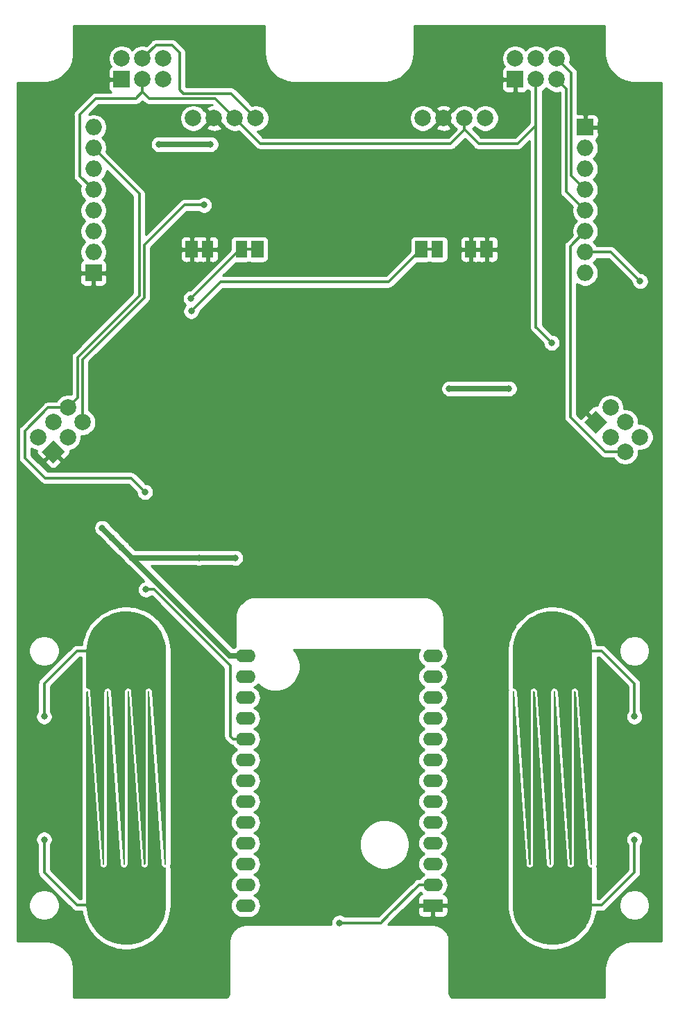
<source format=gbr>
%TF.GenerationSoftware,KiCad,Pcbnew,(5.1.6)-1*%
%TF.CreationDate,2020-10-12T10:25:55+11:00*%
%TF.ProjectId,swag-badge,73776167-2d62-4616-9467-652e6b696361,rev?*%
%TF.SameCoordinates,Original*%
%TF.FileFunction,Copper,L1,Top*%
%TF.FilePolarity,Positive*%
%FSLAX46Y46*%
G04 Gerber Fmt 4.6, Leading zero omitted, Abs format (unit mm)*
G04 Created by KiCad (PCBNEW (5.1.6)-1) date 2020-10-12 10:25:55*
%MOMM*%
%LPD*%
G01*
G04 APERTURE LIST*
%TA.AperFunction,ComponentPad*%
%ADD10C,2.000000*%
%TD*%
%TA.AperFunction,ComponentPad*%
%ADD11C,0.100000*%
%TD*%
%TA.AperFunction,ComponentPad*%
%ADD12O,2.400000X1.600000*%
%TD*%
%TA.AperFunction,ComponentPad*%
%ADD13R,2.400000X1.600000*%
%TD*%
%TA.AperFunction,ComponentPad*%
%ADD14R,2.000000X2.000000*%
%TD*%
%TA.AperFunction,SMDPad,CuDef*%
%ADD15R,1.400000X2.000000*%
%TD*%
%TA.AperFunction,SMDPad,CuDef*%
%ADD16R,1.500000X2.000000*%
%TD*%
%TA.AperFunction,SMDPad,CuDef*%
%ADD17C,0.100000*%
%TD*%
%TA.AperFunction,ComponentPad*%
%ADD18O,2.000000X2.000000*%
%TD*%
%TA.AperFunction,ViaPad*%
%ADD19C,0.800000*%
%TD*%
%TA.AperFunction,Conductor*%
%ADD20C,0.700000*%
%TD*%
%TA.AperFunction,Conductor*%
%ADD21C,0.300000*%
%TD*%
%TA.AperFunction,Conductor*%
%ADD22C,0.254000*%
%TD*%
G04 APERTURE END LIST*
D10*
%TO.P,J6,3*%
%TO.N,/GPIO18*%
X6898026Y72694077D03*
%TO.P,J6,4*%
%TO.N,/GPIO23*%
X8694077Y70898026D03*
%TO.P,J6,2*%
%TO.N,/GPIO5*%
X5101974Y70898026D03*
%TO.P,J6,5*%
%TO.N,/GPIO4*%
X6898026Y69101974D03*
%TA.AperFunction,ComponentPad*%
D11*
%TO.P,J6,6*%
%TO.N,GND*%
G36*
X6516188Y67305923D02*
G01*
X5101974Y65891709D01*
X3687760Y67305923D01*
X5101974Y68720137D01*
X6516188Y67305923D01*
G37*
%TD.AperFunction*%
D10*
%TO.P,J6,1*%
%TO.N,+3V3*%
X3305923Y69101974D03*
%TD*%
D12*
%TO.P,J7,14*%
%TO.N,+3V3*%
X28570000Y42410000D03*
%TO.P,J7,15*%
%TO.N,/GPIO22*%
X28570000Y39870000D03*
%TO.P,J7,16*%
%TO.N,/GPIO19*%
X28570000Y37330000D03*
%TO.P,J7,17*%
%TO.N,/GPIO23*%
X28570000Y34790000D03*
%TO.P,J7,18*%
%TO.N,/GPIO18*%
X28570000Y32250000D03*
%TO.P,J7,19*%
%TO.N,/GPIO5*%
X28570000Y29710000D03*
%TO.P,J7,20*%
%TO.N,/GPIO17*%
X28570000Y27170000D03*
%TO.P,J7,21*%
%TO.N,/GPIO16*%
X28570000Y24630000D03*
%TO.P,J7,22*%
%TO.N,/GPIO4*%
X28570000Y22090000D03*
%TO.P,J7,23*%
%TO.N,/GPIO0*%
X28570000Y19550000D03*
%TO.P,J7,24*%
%TO.N,/GPIO2*%
X28570000Y17010000D03*
%TO.P,J7,25*%
%TO.N,/GPIO15*%
X28570000Y14470000D03*
%TO.P,J7,26*%
%TO.N,/GPIO13*%
X28570000Y11930000D03*
%TO.P,J7,13*%
%TO.N,N/C*%
X51430000Y42410000D03*
%TO.P,J7,12*%
X51430000Y39870000D03*
%TO.P,J7,11*%
X51430000Y37330000D03*
%TO.P,J7,10*%
%TO.N,/GPIO34*%
X51430000Y34790000D03*
%TO.P,J7,9*%
%TO.N,/GPIO35*%
X51430000Y32250000D03*
%TO.P,J7,8*%
%TO.N,/GPIO32*%
X51430000Y29710000D03*
%TO.P,J7,7*%
%TO.N,/GPIO33*%
X51430000Y27170000D03*
%TO.P,J7,6*%
%TO.N,/GPIO25*%
X51430000Y24630000D03*
%TO.P,J7,5*%
%TO.N,/GPIO26*%
X51430000Y22090000D03*
%TO.P,J7,4*%
%TO.N,/GPIO27*%
X51430000Y19550000D03*
%TO.P,J7,3*%
%TO.N,/GPIO14*%
X51430000Y17010000D03*
%TO.P,J7,2*%
%TO.N,/GPIO12*%
X51430000Y14470000D03*
D13*
%TO.P,J7,1*%
%TO.N,GND*%
X51430000Y11930000D03*
%TD*%
D10*
%TO.P,J4,3*%
%TO.N,/GPIO22*%
X18540000Y115270000D03*
%TO.P,J4,4*%
%TO.N,/GPIO19*%
X18540000Y112730000D03*
%TO.P,J4,2*%
%TO.N,/GPIO5*%
X16000000Y115270000D03*
%TO.P,J4,5*%
%TO.N,/GPIO4*%
X16000000Y112730000D03*
D14*
%TO.P,J4,6*%
%TO.N,GND*%
X13460000Y112730000D03*
D10*
%TO.P,J4,1*%
%TO.N,+3V3*%
X13460000Y115270000D03*
%TD*%
%TO.P,J1,4*%
%TO.N,/GPIO5*%
X29810000Y108000000D03*
%TO.P,J1,3*%
%TO.N,/GPIO4*%
X27270000Y108000000D03*
%TO.P,J1,2*%
%TO.N,GND*%
X24730000Y108000000D03*
%TO.P,J1,1*%
%TO.N,+3V3*%
X22190000Y108000000D03*
%TD*%
D15*
%TO.P,SW4,2*%
%TO.N,GND*%
X56050000Y92000000D03*
%TO.P,SW4,1*%
%TO.N,/GPIO17*%
X51950000Y92000000D03*
%TD*%
%TO.P,SW3,2*%
%TO.N,GND*%
X23950000Y92000000D03*
%TO.P,SW3,1*%
%TO.N,/GPIO16*%
X28050000Y92000000D03*
%TD*%
D10*
%TO.P,J2,4*%
%TO.N,/GPIO5*%
X57810000Y108000000D03*
%TO.P,J2,3*%
%TO.N,/GPIO4*%
X55270000Y108000000D03*
%TO.P,J2,2*%
%TO.N,GND*%
X52730000Y108000000D03*
%TO.P,J2,1*%
%TO.N,+3V3*%
X50190000Y108000000D03*
%TD*%
%TO.P,J5,3*%
%TO.N,/GPIO26*%
X76694077Y69101974D03*
%TO.P,J5,4*%
%TO.N,/GPIO25*%
X74898026Y67305923D03*
%TO.P,J5,2*%
%TO.N,/GPIO5*%
X74898026Y70898026D03*
%TO.P,J5,5*%
%TO.N,/GPIO4*%
X73101974Y69101974D03*
%TA.AperFunction,ComponentPad*%
D11*
%TO.P,J5,6*%
%TO.N,GND*%
G36*
X71305923Y69483812D02*
G01*
X69891709Y70898026D01*
X71305923Y72312240D01*
X72720137Y70898026D01*
X71305923Y69483812D01*
G37*
%TD.AperFunction*%
D10*
%TO.P,J5,1*%
%TO.N,+3V3*%
X73101974Y72694077D03*
%TD*%
%TO.P,J3,3*%
%TO.N,/GPIO32*%
X66540000Y115270000D03*
%TO.P,J3,4*%
%TO.N,/GPIO33*%
X66540000Y112730000D03*
%TO.P,J3,2*%
%TO.N,/GPIO5*%
X64000000Y115270000D03*
%TO.P,J3,5*%
%TO.N,/GPIO4*%
X64000000Y112730000D03*
D14*
%TO.P,J3,6*%
%TO.N,GND*%
X61460000Y112730000D03*
D10*
%TO.P,J3,1*%
%TO.N,+3V3*%
X61460000Y115270000D03*
%TD*%
D16*
%TO.P,SW1,2*%
%TO.N,GND*%
X22000000Y92000000D03*
%TO.P,SW1,1*%
%TO.N,/GPIO16*%
X30000000Y92000000D03*
%TD*%
%TO.P,SW2,2*%
%TO.N,GND*%
X58000000Y92000000D03*
%TO.P,SW2,1*%
%TO.N,/GPIO17*%
X50000000Y92000000D03*
%TD*%
%TA.AperFunction,SMDPad,CuDef*%
D17*
%TO.P,T1,2*%
%TO.N,/GPIO15*%
G36*
X14434692Y47830363D02*
G01*
X14434694Y47830363D01*
X14436087Y47830295D01*
X14440255Y47829857D01*
X14444422Y47829478D01*
X14903976Y47764891D01*
X14903979Y47764891D01*
X14903982Y47764890D01*
X14905359Y47764687D01*
X14909480Y47763841D01*
X14913575Y47763060D01*
X15364632Y47653938D01*
X15364637Y47653937D01*
X15364643Y47653935D01*
X15365991Y47653599D01*
X15369951Y47652373D01*
X15374009Y47651179D01*
X15812262Y47498563D01*
X15812268Y47498561D01*
X15812276Y47498558D01*
X15813582Y47498092D01*
X15817413Y47496482D01*
X15821326Y47494901D01*
X16242594Y47300248D01*
X16242602Y47300245D01*
X16242611Y47300240D01*
X16243864Y47299650D01*
X16247550Y47297658D01*
X16251259Y47295718D01*
X16651529Y47060881D01*
X16652728Y47060166D01*
X16656200Y47057825D01*
X16659703Y47055532D01*
X17035147Y46782757D01*
X17036270Y46781928D01*
X17039466Y46779284D01*
X17042761Y46776635D01*
X17389794Y46468525D01*
X17390831Y46467590D01*
X17393767Y46464634D01*
X17396774Y46461689D01*
X17712084Y46121185D01*
X17713025Y46120154D01*
X17715672Y46116909D01*
X17718364Y46113701D01*
X17998942Y45744053D01*
X17999778Y45742935D01*
X18002075Y45739477D01*
X18004462Y45735992D01*
X18247630Y45340728D01*
X18248353Y45339534D01*
X18250329Y45335818D01*
X18252336Y45332167D01*
X18455764Y44915077D01*
X18455773Y44915061D01*
X18455781Y44915041D01*
X18456375Y44913802D01*
X18457962Y44909953D01*
X18459621Y44906081D01*
X18621377Y44471132D01*
X18621385Y44471114D01*
X18621392Y44471092D01*
X18621861Y44469802D01*
X18623062Y44465826D01*
X18624338Y44461802D01*
X18742880Y44013139D01*
X18742884Y44013125D01*
X18742888Y44013108D01*
X18743230Y44011774D01*
X18744033Y44007720D01*
X18744915Y44003569D01*
X18819112Y43545465D01*
X18819325Y43544085D01*
X18819732Y43539941D01*
X18820201Y43535756D01*
X18849340Y43072599D01*
X18849417Y43071205D01*
X18849417Y43069122D01*
X18849535Y43067018D01*
X18849998Y43000698D01*
X18849998Y43000050D01*
X18850000Y43000000D01*
X18849999Y38000000D01*
X18849999Y16999999D01*
X18849989Y16998603D01*
X18849906Y16997281D01*
X18849917Y16995955D01*
X18849600Y16992409D01*
X18849376Y16988852D01*
X18849164Y16987544D01*
X18849046Y16986224D01*
X18848383Y16982721D01*
X18847814Y16979208D01*
X18847476Y16977928D01*
X18847229Y16976624D01*
X18846225Y16973196D01*
X18845318Y16969762D01*
X18844857Y16968523D01*
X18844484Y16967248D01*
X18843156Y16963949D01*
X18841913Y16960605D01*
X18841329Y16959408D01*
X18840837Y16958185D01*
X18839196Y16955034D01*
X18837630Y16951824D01*
X18836936Y16950697D01*
X18836323Y16949519D01*
X18834375Y16946533D01*
X18832510Y16943502D01*
X18831707Y16942444D01*
X18830984Y16941336D01*
X18828760Y16938561D01*
X18826603Y16935720D01*
X18825703Y16934748D01*
X18824874Y16933714D01*
X18822378Y16931158D01*
X18819965Y16928552D01*
X18818979Y16927677D01*
X18818048Y16926723D01*
X18815315Y16924423D01*
X18812659Y16922065D01*
X18811587Y16921286D01*
X18810573Y16920433D01*
X18807632Y16918413D01*
X18804755Y16916323D01*
X18803615Y16915654D01*
X18802520Y16914902D01*
X18799402Y16913182D01*
X18796329Y16911379D01*
X18795123Y16910822D01*
X18793965Y16910183D01*
X18790699Y16908778D01*
X18787460Y16907281D01*
X18786207Y16906845D01*
X18784990Y16906321D01*
X18781586Y16905236D01*
X18778233Y16904068D01*
X18776953Y16903758D01*
X18775682Y16903353D01*
X18772204Y16902609D01*
X18768737Y16901770D01*
X18767414Y16901584D01*
X18766128Y16901309D01*
X18762592Y16900907D01*
X18759062Y16900411D01*
X18757746Y16900356D01*
X18756421Y16900205D01*
X18752854Y16900150D01*
X18749301Y16900001D01*
X18747974Y16900075D01*
X18746652Y16900055D01*
X18743094Y16900348D01*
X18739546Y16900547D01*
X18738245Y16900748D01*
X18736915Y16900858D01*
X18733398Y16901498D01*
X18729891Y16902041D01*
X18728609Y16902370D01*
X18727303Y16902608D01*
X18723876Y16903586D01*
X18720428Y16904471D01*
X18719182Y16904925D01*
X18717908Y16905288D01*
X18714603Y16906591D01*
X18711247Y16907813D01*
X18710045Y16908389D01*
X18708820Y16908872D01*
X18705670Y16910485D01*
X18702437Y16912034D01*
X18701298Y16912724D01*
X18700124Y16913325D01*
X18697146Y16915238D01*
X18694080Y16917095D01*
X18693011Y16917895D01*
X18691904Y16918606D01*
X18689122Y16920805D01*
X18686257Y16922948D01*
X18685276Y16923844D01*
X18684238Y16924664D01*
X18681678Y16927130D01*
X18679042Y16929536D01*
X18678153Y16930523D01*
X18677201Y16931440D01*
X18674893Y16934144D01*
X18672505Y16936796D01*
X18671718Y16937864D01*
X18670858Y16938871D01*
X18668821Y16941793D01*
X18666707Y16944660D01*
X18666029Y16945798D01*
X18665270Y16946886D01*
X18663524Y16949999D01*
X18661704Y16953052D01*
X18661142Y16954246D01*
X18660491Y16955407D01*
X18659058Y16958675D01*
X18657544Y16961892D01*
X18657099Y16963142D01*
X18656567Y16964355D01*
X18655462Y16967740D01*
X18654267Y16971096D01*
X18653946Y16972383D01*
X18653535Y16973642D01*
X18652766Y16977115D01*
X18651903Y16980576D01*
X18651709Y16981888D01*
X18651423Y16983181D01*
X18650997Y16986710D01*
X18650476Y16990241D01*
X18650411Y16991571D01*
X18650253Y16992881D01*
X17149056Y38027482D01*
X17147633Y38043016D01*
X17141167Y38083023D01*
X17131200Y38120794D01*
X17117596Y38157408D01*
X17100476Y38192537D01*
X17080018Y38225814D01*
X17056406Y38256942D01*
X17029867Y38285620D01*
X17000662Y38311565D01*
X16969062Y38334539D01*
X16935374Y38354317D01*
X16899916Y38370714D01*
X16863012Y38383578D01*
X16825052Y38392774D01*
X16786362Y38398223D01*
X16747333Y38399872D01*
X16708325Y38397703D01*
X16669710Y38391737D01*
X16631868Y38382033D01*
X16595151Y38368683D01*
X16559915Y38351814D01*
X16526486Y38331582D01*
X16495204Y38308195D01*
X16466337Y38281852D01*
X16440196Y38252837D01*
X16416996Y38221391D01*
X16396985Y38187845D01*
X16380336Y38152496D01*
X16367223Y38115704D01*
X16357757Y38077790D01*
X16352038Y38039146D01*
X16349999Y37997718D01*
X16350000Y16999999D01*
X16349990Y16998603D01*
X16349907Y16997281D01*
X16349918Y16995955D01*
X16349601Y16992409D01*
X16349377Y16988852D01*
X16349165Y16987544D01*
X16349047Y16986224D01*
X16348384Y16982721D01*
X16347815Y16979208D01*
X16347477Y16977928D01*
X16347230Y16976624D01*
X16346226Y16973196D01*
X16345319Y16969762D01*
X16344858Y16968523D01*
X16344485Y16967248D01*
X16343157Y16963949D01*
X16341914Y16960605D01*
X16341330Y16959408D01*
X16340838Y16958185D01*
X16339197Y16955034D01*
X16337631Y16951824D01*
X16336937Y16950697D01*
X16336324Y16949519D01*
X16334380Y16946539D01*
X16332511Y16943502D01*
X16331704Y16942439D01*
X16330985Y16941337D01*
X16328770Y16938573D01*
X16326604Y16935720D01*
X16325703Y16934747D01*
X16324875Y16933714D01*
X16322386Y16931165D01*
X16319966Y16928552D01*
X16318974Y16927671D01*
X16318049Y16926724D01*
X16315330Y16924435D01*
X16312660Y16922065D01*
X16311587Y16921285D01*
X16310574Y16920433D01*
X16307633Y16918413D01*
X16304756Y16916323D01*
X16303616Y16915654D01*
X16302521Y16914902D01*
X16299403Y16913182D01*
X16296330Y16911379D01*
X16295124Y16910822D01*
X16293966Y16910183D01*
X16290712Y16908783D01*
X16287461Y16907281D01*
X16286197Y16906841D01*
X16284991Y16906322D01*
X16281609Y16905243D01*
X16278234Y16904068D01*
X16276952Y16903758D01*
X16275683Y16903353D01*
X16272205Y16902609D01*
X16268738Y16901770D01*
X16267415Y16901584D01*
X16266129Y16901309D01*
X16262593Y16900907D01*
X16259063Y16900411D01*
X16257747Y16900356D01*
X16256422Y16900205D01*
X16252855Y16900150D01*
X16249302Y16900001D01*
X16247975Y16900075D01*
X16246653Y16900055D01*
X16243095Y16900348D01*
X16239547Y16900547D01*
X16238246Y16900748D01*
X16236916Y16900858D01*
X16233412Y16901496D01*
X16229892Y16902041D01*
X16228598Y16902373D01*
X16227304Y16902609D01*
X16223912Y16903577D01*
X16220429Y16904471D01*
X16219170Y16904929D01*
X16217909Y16905289D01*
X16214625Y16906584D01*
X16211248Y16907813D01*
X16210044Y16908390D01*
X16208821Y16908872D01*
X16205671Y16910485D01*
X16202438Y16912034D01*
X16201299Y16912724D01*
X16200125Y16913325D01*
X16197147Y16915238D01*
X16194081Y16917095D01*
X16193012Y16917895D01*
X16191905Y16918606D01*
X16189123Y16920805D01*
X16186258Y16922948D01*
X16185277Y16923844D01*
X16184239Y16924664D01*
X16181679Y16927130D01*
X16179043Y16929536D01*
X16178154Y16930523D01*
X16177202Y16931440D01*
X16174894Y16934144D01*
X16172506Y16936796D01*
X16171719Y16937864D01*
X16170859Y16938871D01*
X16168822Y16941793D01*
X16166708Y16944660D01*
X16166030Y16945798D01*
X16165271Y16946886D01*
X16163525Y16949999D01*
X16161705Y16953052D01*
X16161143Y16954246D01*
X16160492Y16955407D01*
X16159059Y16958675D01*
X16157545Y16961892D01*
X16157100Y16963142D01*
X16156568Y16964355D01*
X16155463Y16967740D01*
X16154268Y16971096D01*
X16153947Y16972383D01*
X16153536Y16973642D01*
X16152767Y16977115D01*
X16151904Y16980576D01*
X16151710Y16981888D01*
X16151424Y16983181D01*
X16150998Y16986710D01*
X16150477Y16990241D01*
X16150412Y16991571D01*
X16150254Y16992881D01*
X14649056Y38027478D01*
X14647633Y38043016D01*
X14641167Y38083022D01*
X14631199Y38120795D01*
X14617595Y38157412D01*
X14600478Y38192534D01*
X14580017Y38225815D01*
X14556408Y38256939D01*
X14529866Y38285619D01*
X14500655Y38311570D01*
X14469067Y38334534D01*
X14435371Y38354318D01*
X14399911Y38370716D01*
X14363015Y38383577D01*
X14325059Y38392772D01*
X14286363Y38398222D01*
X14247334Y38399871D01*
X14208326Y38397702D01*
X14169711Y38391736D01*
X14131869Y38382032D01*
X14095152Y38368682D01*
X14059920Y38351815D01*
X14026492Y38331583D01*
X13995198Y38308188D01*
X13966344Y38281856D01*
X13940193Y38252831D01*
X13916998Y38221391D01*
X13896985Y38187842D01*
X13880337Y38152492D01*
X13867222Y38115697D01*
X13857759Y38077790D01*
X13852040Y38039146D01*
X13850000Y37997698D01*
X13850000Y16999999D01*
X13849990Y16998603D01*
X13849907Y16997281D01*
X13849918Y16995955D01*
X13849601Y16992409D01*
X13849377Y16988852D01*
X13849165Y16987544D01*
X13849047Y16986224D01*
X13848384Y16982721D01*
X13847815Y16979208D01*
X13847477Y16977928D01*
X13847230Y16976624D01*
X13846226Y16973196D01*
X13845319Y16969762D01*
X13844858Y16968523D01*
X13844485Y16967248D01*
X13843157Y16963949D01*
X13841914Y16960605D01*
X13841330Y16959408D01*
X13840838Y16958185D01*
X13839197Y16955034D01*
X13837631Y16951824D01*
X13836937Y16950697D01*
X13836324Y16949519D01*
X13834376Y16946533D01*
X13832511Y16943502D01*
X13831708Y16942444D01*
X13830985Y16941336D01*
X13828761Y16938561D01*
X13826604Y16935720D01*
X13825704Y16934748D01*
X13824875Y16933714D01*
X13822379Y16931158D01*
X13819966Y16928552D01*
X13818980Y16927677D01*
X13818049Y16926723D01*
X13815316Y16924423D01*
X13812660Y16922065D01*
X13811588Y16921286D01*
X13810574Y16920433D01*
X13807633Y16918413D01*
X13804756Y16916323D01*
X13803616Y16915654D01*
X13802521Y16914902D01*
X13799403Y16913182D01*
X13796330Y16911379D01*
X13795124Y16910822D01*
X13793966Y16910183D01*
X13790700Y16908778D01*
X13787461Y16907281D01*
X13786208Y16906845D01*
X13784991Y16906321D01*
X13781587Y16905236D01*
X13778234Y16904068D01*
X13776954Y16903758D01*
X13775683Y16903353D01*
X13772205Y16902609D01*
X13768738Y16901770D01*
X13767415Y16901584D01*
X13766129Y16901309D01*
X13762593Y16900907D01*
X13759063Y16900411D01*
X13757747Y16900356D01*
X13756422Y16900205D01*
X13752855Y16900150D01*
X13749302Y16900001D01*
X13747975Y16900075D01*
X13746653Y16900055D01*
X13743095Y16900348D01*
X13739547Y16900547D01*
X13738246Y16900748D01*
X13736916Y16900858D01*
X13733399Y16901498D01*
X13729892Y16902041D01*
X13728610Y16902370D01*
X13727304Y16902608D01*
X13723877Y16903586D01*
X13720429Y16904471D01*
X13719183Y16904925D01*
X13717909Y16905288D01*
X13714604Y16906591D01*
X13711248Y16907813D01*
X13710046Y16908389D01*
X13708821Y16908872D01*
X13705671Y16910485D01*
X13702438Y16912034D01*
X13701299Y16912724D01*
X13700125Y16913325D01*
X13697147Y16915238D01*
X13694081Y16917095D01*
X13693012Y16917895D01*
X13691905Y16918606D01*
X13689123Y16920805D01*
X13686258Y16922948D01*
X13685277Y16923844D01*
X13684239Y16924664D01*
X13681679Y16927130D01*
X13679043Y16929536D01*
X13678154Y16930523D01*
X13677202Y16931440D01*
X13674894Y16934144D01*
X13672506Y16936796D01*
X13671719Y16937864D01*
X13670859Y16938871D01*
X13668822Y16941793D01*
X13666708Y16944660D01*
X13666030Y16945798D01*
X13665271Y16946886D01*
X13663525Y16949999D01*
X13661705Y16953052D01*
X13661143Y16954246D01*
X13660492Y16955407D01*
X13659059Y16958675D01*
X13657545Y16961892D01*
X13657100Y16963142D01*
X13656568Y16964355D01*
X13655463Y16967740D01*
X13654268Y16971096D01*
X13653947Y16972383D01*
X13653536Y16973642D01*
X13652767Y16977115D01*
X13651904Y16980576D01*
X13651710Y16981888D01*
X13651424Y16983181D01*
X13650998Y16986710D01*
X13650477Y16990241D01*
X13650412Y16991571D01*
X13650254Y16992881D01*
X12149057Y38027478D01*
X12147634Y38043016D01*
X12141168Y38083022D01*
X12131200Y38120795D01*
X12117596Y38157412D01*
X12100479Y38192534D01*
X12080018Y38225815D01*
X12056409Y38256939D01*
X12029867Y38285619D01*
X12000656Y38311570D01*
X11969068Y38334534D01*
X11935372Y38354318D01*
X11899912Y38370716D01*
X11863016Y38383577D01*
X11825060Y38392772D01*
X11786364Y38398222D01*
X11747335Y38399871D01*
X11708327Y38397702D01*
X11669712Y38391736D01*
X11631870Y38382032D01*
X11595153Y38368682D01*
X11559921Y38351815D01*
X11526493Y38331583D01*
X11495199Y38308188D01*
X11466345Y38281856D01*
X11440194Y38252831D01*
X11416999Y38221391D01*
X11396986Y38187842D01*
X11380338Y38152492D01*
X11367223Y38115697D01*
X11357760Y38077790D01*
X11352041Y38039146D01*
X11350000Y37997678D01*
X11350000Y16999999D01*
X11349990Y16998603D01*
X11349907Y16997281D01*
X11349918Y16995955D01*
X11349601Y16992409D01*
X11349377Y16988852D01*
X11349165Y16987544D01*
X11349047Y16986224D01*
X11348384Y16982721D01*
X11347815Y16979208D01*
X11347477Y16977928D01*
X11347230Y16976624D01*
X11346226Y16973196D01*
X11345319Y16969762D01*
X11344858Y16968523D01*
X11344485Y16967248D01*
X11343157Y16963949D01*
X11341914Y16960605D01*
X11341330Y16959408D01*
X11340838Y16958185D01*
X11339197Y16955034D01*
X11337631Y16951824D01*
X11336937Y16950697D01*
X11336324Y16949519D01*
X11334376Y16946533D01*
X11332511Y16943502D01*
X11331708Y16942444D01*
X11330985Y16941336D01*
X11328761Y16938561D01*
X11326604Y16935720D01*
X11325704Y16934748D01*
X11324875Y16933714D01*
X11322379Y16931158D01*
X11319966Y16928552D01*
X11318980Y16927677D01*
X11318049Y16926723D01*
X11315316Y16924423D01*
X11312660Y16922065D01*
X11311588Y16921286D01*
X11310574Y16920433D01*
X11307633Y16918413D01*
X11304756Y16916323D01*
X11303616Y16915654D01*
X11302521Y16914902D01*
X11299403Y16913182D01*
X11296330Y16911379D01*
X11295124Y16910822D01*
X11293966Y16910183D01*
X11290700Y16908778D01*
X11287461Y16907281D01*
X11286208Y16906845D01*
X11284991Y16906321D01*
X11281587Y16905236D01*
X11278234Y16904068D01*
X11276954Y16903758D01*
X11275683Y16903353D01*
X11272205Y16902609D01*
X11268738Y16901770D01*
X11267415Y16901584D01*
X11266129Y16901309D01*
X11262593Y16900907D01*
X11259063Y16900411D01*
X11257747Y16900356D01*
X11256422Y16900205D01*
X11252855Y16900150D01*
X11249302Y16900001D01*
X11247975Y16900075D01*
X11246653Y16900055D01*
X11243095Y16900348D01*
X11239547Y16900547D01*
X11238246Y16900748D01*
X11236916Y16900858D01*
X11233399Y16901498D01*
X11229892Y16902041D01*
X11228610Y16902370D01*
X11227304Y16902608D01*
X11223877Y16903586D01*
X11220429Y16904471D01*
X11219183Y16904925D01*
X11217909Y16905288D01*
X11214604Y16906591D01*
X11211248Y16907813D01*
X11210046Y16908389D01*
X11208821Y16908872D01*
X11205671Y16910485D01*
X11202438Y16912034D01*
X11201299Y16912724D01*
X11200125Y16913325D01*
X11197147Y16915238D01*
X11194081Y16917095D01*
X11193012Y16917895D01*
X11191905Y16918606D01*
X11189123Y16920805D01*
X11186258Y16922948D01*
X11185277Y16923844D01*
X11184239Y16924664D01*
X11181679Y16927130D01*
X11179043Y16929536D01*
X11178154Y16930523D01*
X11177202Y16931440D01*
X11174894Y16934144D01*
X11172506Y16936796D01*
X11171719Y16937864D01*
X11170859Y16938871D01*
X11168822Y16941793D01*
X11166708Y16944660D01*
X11166030Y16945798D01*
X11165271Y16946886D01*
X11163525Y16949999D01*
X11161705Y16953052D01*
X11161143Y16954246D01*
X11160492Y16955407D01*
X11159059Y16958675D01*
X11157545Y16961892D01*
X11157100Y16963142D01*
X11156568Y16964355D01*
X11155463Y16967740D01*
X11154268Y16971096D01*
X11153947Y16972383D01*
X11153536Y16973642D01*
X11152767Y16977115D01*
X11151904Y16980576D01*
X11151710Y16981888D01*
X11151424Y16983181D01*
X11150998Y16986710D01*
X11150477Y16990241D01*
X11150412Y16991571D01*
X11150254Y16992881D01*
X9649046Y38027639D01*
X9647951Y38040066D01*
X9641737Y38080288D01*
X9632033Y38118130D01*
X9618683Y38154847D01*
X9601815Y38190081D01*
X9581583Y38223510D01*
X9558190Y38254801D01*
X9531853Y38283661D01*
X9502836Y38309804D01*
X9471388Y38333004D01*
X9437847Y38353014D01*
X9402494Y38369663D01*
X9365699Y38382778D01*
X9327800Y38392239D01*
X9289142Y38397960D01*
X9245239Y38400121D01*
X9243845Y38400200D01*
X9241940Y38400414D01*
X9239547Y38400548D01*
X9236361Y38401041D01*
X9234136Y38401291D01*
X9232517Y38401636D01*
X9229892Y38402042D01*
X9226403Y38402938D01*
X9224581Y38403326D01*
X9223267Y38403743D01*
X9220429Y38404472D01*
X9216718Y38405823D01*
X9215269Y38406283D01*
X9214232Y38406728D01*
X9211248Y38407814D01*
X9207394Y38409660D01*
X9206290Y38410134D01*
X9205510Y38410563D01*
X9202438Y38412035D01*
X9198492Y38414425D01*
X9197730Y38414844D01*
X9197201Y38415207D01*
X9194081Y38417096D01*
X9190134Y38420049D01*
X9189670Y38420367D01*
X9189350Y38420635D01*
X9186258Y38422949D01*
X9182410Y38426463D01*
X9182188Y38426649D01*
X9182038Y38426802D01*
X9179043Y38429537D01*
X9175365Y38433622D01*
X9175355Y38433632D01*
X9175348Y38433640D01*
X9172506Y38436797D01*
X9166708Y38444661D01*
X9161705Y38453053D01*
X9157545Y38461893D01*
X9154268Y38471097D01*
X9151904Y38480577D01*
X9150477Y38490242D01*
X9150000Y38500000D01*
X9150000Y43000000D01*
X9150010Y43001396D01*
X9150119Y43003130D01*
X9150119Y43004885D01*
X9172789Y43468404D01*
X9172868Y43469798D01*
X9173332Y43473942D01*
X9173743Y43478127D01*
X9241536Y43937221D01*
X9241750Y43938600D01*
X9242614Y43942667D01*
X9243433Y43946805D01*
X9355702Y44397093D01*
X9356050Y44398445D01*
X9357299Y44402384D01*
X9358526Y44406446D01*
X9514200Y44843630D01*
X9514678Y44844941D01*
X9516311Y44848752D01*
X9517923Y44852662D01*
X9715516Y45272568D01*
X9716120Y45273827D01*
X9718134Y45277491D01*
X9720103Y45281194D01*
X9957723Y45679806D01*
X9957728Y45679815D01*
X9957735Y45679825D01*
X9958452Y45681008D01*
X9960796Y45684432D01*
X9963135Y45687952D01*
X10238525Y46061481D01*
X10239361Y46062599D01*
X10242081Y46065841D01*
X10244700Y46069052D01*
X10555224Y46413925D01*
X10556166Y46414956D01*
X10559173Y46417901D01*
X10562109Y46420857D01*
X10904795Y46733773D01*
X10904806Y46733784D01*
X10904820Y46733795D01*
X10905843Y46734717D01*
X10909113Y46737347D01*
X10912334Y46740011D01*
X11283932Y47018001D01*
X11285056Y47018830D01*
X11288581Y47021137D01*
X11292031Y47023464D01*
X11688967Y47263858D01*
X11688982Y47263868D01*
X11689000Y47263878D01*
X11690181Y47264582D01*
X11693878Y47266515D01*
X11697576Y47268514D01*
X12116077Y47469025D01*
X12116093Y47469034D01*
X12116113Y47469042D01*
X12117356Y47469628D01*
X12121243Y47471198D01*
X12125099Y47472819D01*
X12561167Y47631535D01*
X12561185Y47631542D01*
X12561207Y47631549D01*
X12562500Y47632009D01*
X12566484Y47633182D01*
X12570518Y47634430D01*
X13019992Y47749835D01*
X13020011Y47749841D01*
X13020034Y47749846D01*
X13021366Y47750178D01*
X13025448Y47750957D01*
X13029581Y47751805D01*
X13488191Y47822802D01*
X13489572Y47823006D01*
X13493777Y47823389D01*
X13497908Y47823823D01*
X13961257Y47849728D01*
X13962652Y47849796D01*
X13966839Y47849767D01*
X13971026Y47849796D01*
X14434692Y47830363D01*
G37*
%TD.AperFunction*%
%TA.AperFunction,SMDPad,CuDef*%
%TO.P,T1,1*%
%TO.N,/GPIO12*%
G36*
X16752024Y38099924D02*
G01*
X16753346Y38099944D01*
X16756904Y38099651D01*
X16760452Y38099452D01*
X16761753Y38099251D01*
X16763083Y38099141D01*
X16766600Y38098501D01*
X16770107Y38097958D01*
X16771389Y38097629D01*
X16772695Y38097391D01*
X16776122Y38096413D01*
X16779570Y38095528D01*
X16780816Y38095074D01*
X16782090Y38094711D01*
X16785407Y38093403D01*
X16788751Y38092186D01*
X16789943Y38091615D01*
X16791178Y38091128D01*
X16794347Y38089505D01*
X16797561Y38087965D01*
X16798699Y38087276D01*
X16799874Y38086674D01*
X16802852Y38084761D01*
X16805918Y38082904D01*
X16806987Y38082104D01*
X16808094Y38081393D01*
X16810876Y38079194D01*
X16813741Y38077051D01*
X16814722Y38076155D01*
X16815760Y38075335D01*
X16818320Y38072869D01*
X16820956Y38070463D01*
X16821845Y38069476D01*
X16822797Y38068559D01*
X16825105Y38065855D01*
X16827493Y38063203D01*
X16828280Y38062135D01*
X16829140Y38061128D01*
X16831177Y38058206D01*
X16833291Y38055339D01*
X16833969Y38054201D01*
X16834728Y38053113D01*
X16836474Y38050000D01*
X16838294Y38046947D01*
X16838856Y38045753D01*
X16839507Y38044592D01*
X16840943Y38041319D01*
X16842454Y38038107D01*
X16842897Y38036862D01*
X16843431Y38035645D01*
X16844539Y38032252D01*
X16845731Y38028903D01*
X16846052Y38027617D01*
X16846463Y38026357D01*
X16847232Y38022884D01*
X16848095Y38019423D01*
X16848289Y38018111D01*
X16848575Y38016818D01*
X16849001Y38013287D01*
X16849522Y38009758D01*
X16849587Y38008429D01*
X16849745Y38007119D01*
X18350953Y16972386D01*
X18352050Y16959921D01*
X18358262Y16919711D01*
X18367966Y16881869D01*
X18381316Y16845152D01*
X18398183Y16809920D01*
X18418415Y16776492D01*
X18441806Y16745203D01*
X18468142Y16716344D01*
X18497167Y16690193D01*
X18528607Y16666998D01*
X18562151Y16646988D01*
X18597510Y16630336D01*
X18634304Y16617222D01*
X18672210Y16607759D01*
X18710852Y16602040D01*
X18754759Y16599879D01*
X18756153Y16599801D01*
X18758088Y16599583D01*
X18760453Y16599451D01*
X18763615Y16598962D01*
X18765862Y16598709D01*
X18767496Y16598361D01*
X18770108Y16597957D01*
X18773566Y16597069D01*
X18775417Y16596675D01*
X18776755Y16596250D01*
X18779571Y16595527D01*
X18783253Y16594187D01*
X18784729Y16593718D01*
X18785786Y16593265D01*
X18788752Y16592185D01*
X18792583Y16590349D01*
X18793708Y16589867D01*
X18794502Y16589430D01*
X18797562Y16587964D01*
X18801492Y16585584D01*
X18802268Y16585157D01*
X18802807Y16584787D01*
X18805919Y16582903D01*
X18809856Y16579958D01*
X18810328Y16579634D01*
X18810653Y16579361D01*
X18813742Y16577050D01*
X18817579Y16573546D01*
X18817810Y16573352D01*
X18817962Y16573197D01*
X18820957Y16570462D01*
X18824624Y16566389D01*
X18824643Y16566370D01*
X18824656Y16566354D01*
X18827494Y16563202D01*
X18833292Y16555338D01*
X18838295Y16546946D01*
X18842455Y16538106D01*
X18845732Y16528902D01*
X18848096Y16519422D01*
X18849523Y16509757D01*
X18850000Y16499999D01*
X18850000Y12000000D01*
X18849990Y11998604D01*
X18849881Y11996870D01*
X18849881Y11995115D01*
X18827211Y11531596D01*
X18827132Y11530202D01*
X18826668Y11526065D01*
X18826257Y11521872D01*
X18758464Y11062779D01*
X18758250Y11061399D01*
X18757382Y11057313D01*
X18756567Y11053195D01*
X18644298Y10602907D01*
X18643950Y10601555D01*
X18642698Y10597608D01*
X18641474Y10593554D01*
X18485800Y10156371D01*
X18485322Y10155059D01*
X18483682Y10151233D01*
X18482077Y10147338D01*
X18284484Y9727432D01*
X18283880Y9726173D01*
X18281866Y9722509D01*
X18279897Y9718806D01*
X18042277Y9320194D01*
X18042272Y9320185D01*
X18042265Y9320175D01*
X18041549Y9318992D01*
X18039185Y9315539D01*
X18036865Y9312048D01*
X17761482Y8938528D01*
X17761475Y8938518D01*
X17761466Y8938507D01*
X17760639Y8937401D01*
X17757944Y8934190D01*
X17755300Y8930948D01*
X17444775Y8586075D01*
X17443834Y8585044D01*
X17440832Y8582104D01*
X17437891Y8579142D01*
X17095205Y8266227D01*
X17095194Y8266216D01*
X17095180Y8266205D01*
X17094157Y8265283D01*
X17090887Y8262653D01*
X17087666Y8259989D01*
X16716068Y7981999D01*
X16714944Y7981171D01*
X16711447Y7978882D01*
X16707969Y7976536D01*
X16311033Y7736142D01*
X16311018Y7736132D01*
X16311000Y7736122D01*
X16309819Y7735418D01*
X16306122Y7733485D01*
X16302424Y7731486D01*
X15883915Y7530971D01*
X15883907Y7530966D01*
X15883896Y7530962D01*
X15882644Y7530373D01*
X15878782Y7528812D01*
X15874901Y7527181D01*
X15438833Y7368465D01*
X15438815Y7368458D01*
X15438793Y7368451D01*
X15437500Y7367991D01*
X15433516Y7366818D01*
X15429482Y7365570D01*
X14980008Y7250165D01*
X14979989Y7250159D01*
X14979966Y7250154D01*
X14978634Y7249822D01*
X14974552Y7249043D01*
X14970419Y7248195D01*
X14511809Y7177198D01*
X14510428Y7176994D01*
X14506230Y7176612D01*
X14502093Y7176177D01*
X14038743Y7150272D01*
X14037349Y7150204D01*
X14033161Y7150233D01*
X14028973Y7150204D01*
X13565308Y7169637D01*
X13565306Y7169637D01*
X13563913Y7169705D01*
X13559749Y7170143D01*
X13555577Y7170522D01*
X13096024Y7235109D01*
X13096021Y7235109D01*
X13096018Y7235110D01*
X13094641Y7235313D01*
X13090550Y7236153D01*
X13086425Y7236940D01*
X12635368Y7346062D01*
X12635363Y7346063D01*
X12635357Y7346065D01*
X12634009Y7346401D01*
X12630011Y7347638D01*
X12625991Y7348822D01*
X12187732Y7501439D01*
X12186417Y7501908D01*
X12182587Y7503518D01*
X12178674Y7505099D01*
X11757406Y7699752D01*
X11757398Y7699755D01*
X11757389Y7699760D01*
X11756136Y7700350D01*
X11752450Y7702342D01*
X11748741Y7704282D01*
X11348480Y7939114D01*
X11348471Y7939119D01*
X11348461Y7939126D01*
X11347273Y7939834D01*
X11343820Y7942163D01*
X11340297Y7944468D01*
X10964863Y8217236D01*
X10964853Y8217243D01*
X10964842Y8217252D01*
X10963730Y8218072D01*
X10960534Y8220716D01*
X10957239Y8223365D01*
X10610206Y8531475D01*
X10609169Y8532409D01*
X10606212Y8535386D01*
X10603226Y8538311D01*
X10287916Y8878815D01*
X10286975Y8879846D01*
X10284328Y8883091D01*
X10281636Y8886299D01*
X10001058Y9255947D01*
X10000222Y9257065D01*
X9997925Y9260523D01*
X9995538Y9264008D01*
X9752370Y9659271D01*
X9751647Y9660466D01*
X9749678Y9664169D01*
X9747664Y9667833D01*
X9544236Y10084923D01*
X9544227Y10084939D01*
X9544219Y10084959D01*
X9543625Y10086198D01*
X9542038Y10090047D01*
X9540379Y10093919D01*
X9378623Y10528868D01*
X9378615Y10528886D01*
X9378608Y10528908D01*
X9378139Y10530198D01*
X9376934Y10534186D01*
X9375662Y10538199D01*
X9257122Y10986855D01*
X9257116Y10986874D01*
X9257111Y10986897D01*
X9256770Y10988227D01*
X9255970Y10992266D01*
X9255085Y10996431D01*
X9180888Y11454535D01*
X9180675Y11455914D01*
X9180268Y11460063D01*
X9179799Y11464244D01*
X9150660Y11927401D01*
X9150583Y11928795D01*
X9150583Y11930878D01*
X9150465Y11932982D01*
X9150002Y11999302D01*
X9150002Y11999950D01*
X9150000Y12000000D01*
X9150000Y38000000D01*
X9150010Y38001396D01*
X9150093Y38002718D01*
X9150082Y38004044D01*
X9150399Y38007590D01*
X9150623Y38011147D01*
X9150835Y38012455D01*
X9150953Y38013775D01*
X9151616Y38017278D01*
X9152185Y38020791D01*
X9152523Y38022071D01*
X9152770Y38023375D01*
X9153774Y38026803D01*
X9154681Y38030237D01*
X9155142Y38031476D01*
X9155515Y38032751D01*
X9156844Y38036055D01*
X9158086Y38039394D01*
X9158668Y38040587D01*
X9159162Y38041815D01*
X9160808Y38044975D01*
X9162369Y38048175D01*
X9163062Y38049302D01*
X9163676Y38050480D01*
X9165624Y38053466D01*
X9167489Y38056497D01*
X9168292Y38057555D01*
X9169015Y38058663D01*
X9171239Y38061438D01*
X9173396Y38064279D01*
X9174296Y38065251D01*
X9175125Y38066285D01*
X9177621Y38068841D01*
X9180034Y38071447D01*
X9181020Y38072322D01*
X9181951Y38073276D01*
X9184684Y38075576D01*
X9187340Y38077934D01*
X9188412Y38078713D01*
X9189426Y38079566D01*
X9192367Y38081586D01*
X9195244Y38083676D01*
X9196384Y38084345D01*
X9197479Y38085097D01*
X9200597Y38086817D01*
X9203670Y38088620D01*
X9204876Y38089177D01*
X9206034Y38089816D01*
X9209300Y38091221D01*
X9212539Y38092718D01*
X9213792Y38093154D01*
X9215009Y38093678D01*
X9218413Y38094763D01*
X9221766Y38095931D01*
X9223046Y38096241D01*
X9224317Y38096646D01*
X9227798Y38097391D01*
X9231262Y38098229D01*
X9232585Y38098415D01*
X9233871Y38098690D01*
X9237407Y38099092D01*
X9240937Y38099588D01*
X9242253Y38099643D01*
X9243578Y38099794D01*
X9247145Y38099849D01*
X9250698Y38099998D01*
X9252025Y38099924D01*
X9253347Y38099944D01*
X9256905Y38099651D01*
X9260453Y38099452D01*
X9261754Y38099251D01*
X9263084Y38099141D01*
X9266601Y38098501D01*
X9270108Y38097958D01*
X9271390Y38097629D01*
X9272696Y38097391D01*
X9276123Y38096413D01*
X9279571Y38095528D01*
X9280817Y38095074D01*
X9282091Y38094711D01*
X9285408Y38093403D01*
X9288752Y38092186D01*
X9289944Y38091615D01*
X9291179Y38091128D01*
X9294348Y38089505D01*
X9297562Y38087965D01*
X9298700Y38087276D01*
X9299875Y38086674D01*
X9302853Y38084761D01*
X9305919Y38082904D01*
X9306988Y38082104D01*
X9308095Y38081393D01*
X9310877Y38079194D01*
X9313742Y38077051D01*
X9314723Y38076155D01*
X9315761Y38075335D01*
X9318321Y38072869D01*
X9320957Y38070463D01*
X9321846Y38069476D01*
X9322798Y38068559D01*
X9325106Y38065855D01*
X9327494Y38063203D01*
X9328281Y38062135D01*
X9329141Y38061128D01*
X9331178Y38058206D01*
X9333292Y38055339D01*
X9333970Y38054201D01*
X9334729Y38053113D01*
X9336475Y38050000D01*
X9338295Y38046947D01*
X9338857Y38045753D01*
X9339508Y38044592D01*
X9340944Y38041319D01*
X9342455Y38038107D01*
X9342898Y38036862D01*
X9343432Y38035645D01*
X9344540Y38032252D01*
X9345732Y38028903D01*
X9346053Y38027617D01*
X9346464Y38026357D01*
X9347233Y38022884D01*
X9348096Y38019423D01*
X9348290Y38018111D01*
X9348576Y38016818D01*
X9349002Y38013287D01*
X9349523Y38009758D01*
X9349588Y38008429D01*
X9349746Y38007119D01*
X10850944Y16972517D01*
X10852366Y16956984D01*
X10858833Y16916977D01*
X10868801Y16879204D01*
X10882407Y16842585D01*
X10899524Y16807462D01*
X10919986Y16774180D01*
X10943592Y16743059D01*
X10970124Y16714389D01*
X10999341Y16688432D01*
X11030933Y16665465D01*
X11064623Y16645685D01*
X11100086Y16629284D01*
X11136984Y16616423D01*
X11174947Y16607226D01*
X11213637Y16601777D01*
X11252666Y16600128D01*
X11291675Y16602298D01*
X11330289Y16608263D01*
X11368131Y16617967D01*
X11404848Y16631317D01*
X11440080Y16648184D01*
X11473508Y16668416D01*
X11504797Y16691807D01*
X11533656Y16718143D01*
X11559807Y16747168D01*
X11583002Y16778608D01*
X11603012Y16812152D01*
X11619664Y16847511D01*
X11632778Y16884305D01*
X11642241Y16922211D01*
X11647960Y16960853D01*
X11650000Y17002301D01*
X11650000Y38000000D01*
X11650010Y38001396D01*
X11650093Y38002718D01*
X11650082Y38004044D01*
X11650399Y38007590D01*
X11650623Y38011147D01*
X11650835Y38012455D01*
X11650953Y38013775D01*
X11651616Y38017278D01*
X11652185Y38020791D01*
X11652523Y38022071D01*
X11652770Y38023375D01*
X11653774Y38026803D01*
X11654681Y38030237D01*
X11655142Y38031476D01*
X11655515Y38032751D01*
X11656844Y38036055D01*
X11658086Y38039394D01*
X11658668Y38040587D01*
X11659162Y38041815D01*
X11660808Y38044975D01*
X11662369Y38048175D01*
X11663062Y38049302D01*
X11663676Y38050480D01*
X11665624Y38053466D01*
X11667489Y38056497D01*
X11668292Y38057555D01*
X11669015Y38058663D01*
X11671239Y38061438D01*
X11673396Y38064279D01*
X11674296Y38065251D01*
X11675125Y38066285D01*
X11677621Y38068841D01*
X11680034Y38071447D01*
X11681020Y38072322D01*
X11681951Y38073276D01*
X11684684Y38075576D01*
X11687340Y38077934D01*
X11688412Y38078713D01*
X11689426Y38079566D01*
X11692367Y38081586D01*
X11695244Y38083676D01*
X11696384Y38084345D01*
X11697479Y38085097D01*
X11700597Y38086817D01*
X11703670Y38088620D01*
X11704876Y38089177D01*
X11706034Y38089816D01*
X11709300Y38091221D01*
X11712539Y38092718D01*
X11713792Y38093154D01*
X11715009Y38093678D01*
X11718413Y38094763D01*
X11721766Y38095931D01*
X11723046Y38096241D01*
X11724317Y38096646D01*
X11727798Y38097391D01*
X11731262Y38098229D01*
X11732585Y38098415D01*
X11733871Y38098690D01*
X11737407Y38099092D01*
X11740937Y38099588D01*
X11742253Y38099643D01*
X11743578Y38099794D01*
X11747145Y38099849D01*
X11750698Y38099998D01*
X11752025Y38099924D01*
X11753347Y38099944D01*
X11756905Y38099651D01*
X11760453Y38099452D01*
X11761754Y38099251D01*
X11763084Y38099141D01*
X11766601Y38098501D01*
X11770108Y38097958D01*
X11771390Y38097629D01*
X11772696Y38097391D01*
X11776123Y38096413D01*
X11779571Y38095528D01*
X11780817Y38095074D01*
X11782091Y38094711D01*
X11785408Y38093403D01*
X11788752Y38092186D01*
X11789944Y38091615D01*
X11791179Y38091128D01*
X11794348Y38089505D01*
X11797562Y38087965D01*
X11798700Y38087276D01*
X11799875Y38086674D01*
X11802853Y38084761D01*
X11805919Y38082904D01*
X11806988Y38082104D01*
X11808095Y38081393D01*
X11810877Y38079194D01*
X11813742Y38077051D01*
X11814723Y38076155D01*
X11815761Y38075335D01*
X11818321Y38072869D01*
X11820957Y38070463D01*
X11821846Y38069476D01*
X11822798Y38068559D01*
X11825106Y38065855D01*
X11827494Y38063203D01*
X11828281Y38062135D01*
X11829141Y38061128D01*
X11831178Y38058206D01*
X11833292Y38055339D01*
X11833970Y38054201D01*
X11834729Y38053113D01*
X11836475Y38050000D01*
X11838295Y38046947D01*
X11838857Y38045753D01*
X11839508Y38044592D01*
X11840944Y38041319D01*
X11842455Y38038107D01*
X11842898Y38036862D01*
X11843432Y38035645D01*
X11844540Y38032252D01*
X11845732Y38028903D01*
X11846053Y38027617D01*
X11846464Y38026357D01*
X11847233Y38022884D01*
X11848096Y38019423D01*
X11848290Y38018111D01*
X11848576Y38016818D01*
X11849002Y38013287D01*
X11849523Y38009758D01*
X11849588Y38008429D01*
X11849746Y38007119D01*
X13350944Y16972517D01*
X13352366Y16956984D01*
X13358833Y16916977D01*
X13368801Y16879204D01*
X13382407Y16842585D01*
X13399524Y16807462D01*
X13419986Y16774180D01*
X13443592Y16743059D01*
X13470124Y16714389D01*
X13499341Y16688432D01*
X13530933Y16665465D01*
X13564623Y16645685D01*
X13600086Y16629284D01*
X13636984Y16616423D01*
X13674947Y16607226D01*
X13713637Y16601777D01*
X13752666Y16600128D01*
X13791675Y16602298D01*
X13830289Y16608263D01*
X13868131Y16617967D01*
X13904848Y16631317D01*
X13940080Y16648184D01*
X13973508Y16668416D01*
X14004797Y16691807D01*
X14033656Y16718143D01*
X14059807Y16747168D01*
X14083002Y16778608D01*
X14103012Y16812152D01*
X14119664Y16847511D01*
X14132778Y16884305D01*
X14142241Y16922211D01*
X14147960Y16960853D01*
X14150000Y17002301D01*
X14150000Y38000000D01*
X14150010Y38001396D01*
X14150093Y38002718D01*
X14150082Y38004044D01*
X14150399Y38007590D01*
X14150623Y38011147D01*
X14150835Y38012455D01*
X14150953Y38013775D01*
X14151616Y38017278D01*
X14152185Y38020791D01*
X14152523Y38022071D01*
X14152770Y38023375D01*
X14153774Y38026803D01*
X14154681Y38030237D01*
X14155142Y38031476D01*
X14155515Y38032751D01*
X14156844Y38036055D01*
X14158086Y38039394D01*
X14158668Y38040587D01*
X14159162Y38041815D01*
X14160808Y38044975D01*
X14162369Y38048175D01*
X14163062Y38049302D01*
X14163676Y38050480D01*
X14165624Y38053466D01*
X14167489Y38056497D01*
X14168292Y38057555D01*
X14169015Y38058663D01*
X14171239Y38061438D01*
X14173396Y38064279D01*
X14174296Y38065251D01*
X14175125Y38066285D01*
X14177621Y38068841D01*
X14180034Y38071447D01*
X14181020Y38072322D01*
X14181951Y38073276D01*
X14184684Y38075576D01*
X14187340Y38077934D01*
X14188412Y38078713D01*
X14189426Y38079566D01*
X14192367Y38081586D01*
X14195244Y38083676D01*
X14196384Y38084345D01*
X14197479Y38085097D01*
X14200597Y38086817D01*
X14203670Y38088620D01*
X14204876Y38089177D01*
X14206034Y38089816D01*
X14209300Y38091221D01*
X14212539Y38092718D01*
X14213792Y38093154D01*
X14215009Y38093678D01*
X14218413Y38094763D01*
X14221766Y38095931D01*
X14223046Y38096241D01*
X14224317Y38096646D01*
X14227798Y38097391D01*
X14231262Y38098229D01*
X14232585Y38098415D01*
X14233871Y38098690D01*
X14237407Y38099092D01*
X14240937Y38099588D01*
X14242253Y38099643D01*
X14243578Y38099794D01*
X14247145Y38099849D01*
X14250698Y38099998D01*
X14252025Y38099924D01*
X14253347Y38099944D01*
X14256905Y38099651D01*
X14260453Y38099452D01*
X14261754Y38099251D01*
X14263084Y38099141D01*
X14266601Y38098501D01*
X14270108Y38097958D01*
X14271390Y38097629D01*
X14272696Y38097391D01*
X14276123Y38096413D01*
X14279571Y38095528D01*
X14280817Y38095074D01*
X14282091Y38094711D01*
X14285408Y38093403D01*
X14288752Y38092186D01*
X14289944Y38091615D01*
X14291179Y38091128D01*
X14294348Y38089505D01*
X14297562Y38087965D01*
X14298700Y38087276D01*
X14299875Y38086674D01*
X14302853Y38084761D01*
X14305919Y38082904D01*
X14306988Y38082104D01*
X14308095Y38081393D01*
X14310877Y38079194D01*
X14313742Y38077051D01*
X14314723Y38076155D01*
X14315761Y38075335D01*
X14318321Y38072869D01*
X14320957Y38070463D01*
X14321846Y38069476D01*
X14322798Y38068559D01*
X14325106Y38065855D01*
X14327494Y38063203D01*
X14328281Y38062135D01*
X14329141Y38061128D01*
X14331178Y38058206D01*
X14333292Y38055339D01*
X14333970Y38054201D01*
X14334729Y38053113D01*
X14336475Y38050000D01*
X14338295Y38046947D01*
X14338857Y38045753D01*
X14339508Y38044592D01*
X14340944Y38041319D01*
X14342455Y38038107D01*
X14342898Y38036862D01*
X14343432Y38035645D01*
X14344540Y38032252D01*
X14345732Y38028903D01*
X14346053Y38027617D01*
X14346464Y38026357D01*
X14347233Y38022884D01*
X14348096Y38019423D01*
X14348290Y38018111D01*
X14348576Y38016818D01*
X14349002Y38013287D01*
X14349523Y38009758D01*
X14349588Y38008429D01*
X14349746Y38007119D01*
X15850943Y16972517D01*
X15852365Y16956984D01*
X15858832Y16916977D01*
X15868800Y16879204D01*
X15882406Y16842585D01*
X15899523Y16807462D01*
X15919985Y16774180D01*
X15943591Y16743059D01*
X15970123Y16714389D01*
X15999340Y16688432D01*
X16030932Y16665465D01*
X16064622Y16645685D01*
X16100085Y16629284D01*
X16136983Y16616423D01*
X16174946Y16607226D01*
X16213636Y16601777D01*
X16252665Y16600128D01*
X16291674Y16602298D01*
X16330288Y16608263D01*
X16368130Y16617967D01*
X16404847Y16631317D01*
X16440079Y16648184D01*
X16473507Y16668416D01*
X16504796Y16691807D01*
X16533655Y16718143D01*
X16559806Y16747168D01*
X16583001Y16778608D01*
X16603011Y16812152D01*
X16619663Y16847511D01*
X16632777Y16884305D01*
X16642240Y16922211D01*
X16647959Y16960853D01*
X16650000Y17002321D01*
X16649999Y38000000D01*
X16650009Y38001396D01*
X16650092Y38002718D01*
X16650081Y38004044D01*
X16650398Y38007590D01*
X16650622Y38011147D01*
X16650834Y38012455D01*
X16650952Y38013775D01*
X16651615Y38017278D01*
X16652184Y38020791D01*
X16652522Y38022071D01*
X16652769Y38023375D01*
X16653773Y38026803D01*
X16654680Y38030237D01*
X16655141Y38031476D01*
X16655514Y38032751D01*
X16656843Y38036055D01*
X16658085Y38039394D01*
X16658667Y38040587D01*
X16659161Y38041815D01*
X16660807Y38044975D01*
X16662368Y38048175D01*
X16663061Y38049302D01*
X16663675Y38050480D01*
X16665623Y38053466D01*
X16667488Y38056497D01*
X16668291Y38057555D01*
X16669014Y38058663D01*
X16671238Y38061438D01*
X16673395Y38064279D01*
X16674295Y38065251D01*
X16675124Y38066285D01*
X16677620Y38068841D01*
X16680033Y38071447D01*
X16681019Y38072322D01*
X16681950Y38073276D01*
X16684683Y38075576D01*
X16687339Y38077934D01*
X16688411Y38078713D01*
X16689425Y38079566D01*
X16692366Y38081586D01*
X16695243Y38083676D01*
X16696383Y38084345D01*
X16697478Y38085097D01*
X16700596Y38086817D01*
X16703669Y38088620D01*
X16704875Y38089177D01*
X16706033Y38089816D01*
X16709299Y38091221D01*
X16712538Y38092718D01*
X16713791Y38093154D01*
X16715008Y38093678D01*
X16718412Y38094763D01*
X16721765Y38095931D01*
X16723045Y38096241D01*
X16724316Y38096646D01*
X16727797Y38097391D01*
X16731261Y38098229D01*
X16732584Y38098415D01*
X16733870Y38098690D01*
X16737406Y38099092D01*
X16740936Y38099588D01*
X16742252Y38099643D01*
X16743577Y38099794D01*
X16747144Y38099849D01*
X16750697Y38099998D01*
X16752024Y38099924D01*
G37*
%TD.AperFunction*%
%TD*%
%TA.AperFunction,SMDPad,CuDef*%
%TO.P,T2,2*%
%TO.N,/GPIO27*%
G36*
X66434692Y47830363D02*
G01*
X66434694Y47830363D01*
X66436087Y47830295D01*
X66440255Y47829857D01*
X66444422Y47829478D01*
X66903976Y47764891D01*
X66903979Y47764891D01*
X66903982Y47764890D01*
X66905359Y47764687D01*
X66909480Y47763841D01*
X66913575Y47763060D01*
X67364632Y47653938D01*
X67364637Y47653937D01*
X67364643Y47653935D01*
X67365991Y47653599D01*
X67369951Y47652373D01*
X67374009Y47651179D01*
X67812262Y47498563D01*
X67812268Y47498561D01*
X67812276Y47498558D01*
X67813582Y47498092D01*
X67817413Y47496482D01*
X67821326Y47494901D01*
X68242594Y47300248D01*
X68242602Y47300245D01*
X68242611Y47300240D01*
X68243864Y47299650D01*
X68247550Y47297658D01*
X68251259Y47295718D01*
X68651529Y47060881D01*
X68652728Y47060166D01*
X68656200Y47057825D01*
X68659703Y47055532D01*
X69035147Y46782757D01*
X69036270Y46781928D01*
X69039466Y46779284D01*
X69042761Y46776635D01*
X69389794Y46468525D01*
X69390831Y46467590D01*
X69393767Y46464634D01*
X69396774Y46461689D01*
X69712084Y46121185D01*
X69713025Y46120154D01*
X69715672Y46116909D01*
X69718364Y46113701D01*
X69998942Y45744053D01*
X69999778Y45742935D01*
X70002075Y45739477D01*
X70004462Y45735992D01*
X70247630Y45340728D01*
X70248353Y45339534D01*
X70250329Y45335818D01*
X70252336Y45332167D01*
X70455764Y44915077D01*
X70455773Y44915061D01*
X70455781Y44915041D01*
X70456375Y44913802D01*
X70457962Y44909953D01*
X70459621Y44906081D01*
X70621377Y44471132D01*
X70621385Y44471114D01*
X70621392Y44471092D01*
X70621861Y44469802D01*
X70623062Y44465826D01*
X70624338Y44461802D01*
X70742880Y44013139D01*
X70742884Y44013125D01*
X70742888Y44013108D01*
X70743230Y44011774D01*
X70744033Y44007720D01*
X70744915Y44003569D01*
X70819112Y43545465D01*
X70819325Y43544085D01*
X70819732Y43539941D01*
X70820201Y43535756D01*
X70849340Y43072599D01*
X70849417Y43071205D01*
X70849417Y43069122D01*
X70849535Y43067018D01*
X70849998Y43000698D01*
X70849998Y43000050D01*
X70850000Y43000000D01*
X70849999Y38000000D01*
X70849999Y16999999D01*
X70849989Y16998603D01*
X70849906Y16997281D01*
X70849917Y16995955D01*
X70849600Y16992409D01*
X70849376Y16988852D01*
X70849164Y16987544D01*
X70849046Y16986224D01*
X70848383Y16982721D01*
X70847814Y16979208D01*
X70847476Y16977928D01*
X70847229Y16976624D01*
X70846225Y16973196D01*
X70845318Y16969762D01*
X70844857Y16968523D01*
X70844484Y16967248D01*
X70843156Y16963949D01*
X70841913Y16960605D01*
X70841329Y16959408D01*
X70840837Y16958185D01*
X70839196Y16955034D01*
X70837630Y16951824D01*
X70836936Y16950697D01*
X70836323Y16949519D01*
X70834375Y16946533D01*
X70832510Y16943502D01*
X70831707Y16942444D01*
X70830984Y16941336D01*
X70828760Y16938561D01*
X70826603Y16935720D01*
X70825703Y16934748D01*
X70824874Y16933714D01*
X70822378Y16931158D01*
X70819965Y16928552D01*
X70818979Y16927677D01*
X70818048Y16926723D01*
X70815315Y16924423D01*
X70812659Y16922065D01*
X70811587Y16921286D01*
X70810573Y16920433D01*
X70807632Y16918413D01*
X70804755Y16916323D01*
X70803615Y16915654D01*
X70802520Y16914902D01*
X70799402Y16913182D01*
X70796329Y16911379D01*
X70795123Y16910822D01*
X70793965Y16910183D01*
X70790699Y16908778D01*
X70787460Y16907281D01*
X70786207Y16906845D01*
X70784990Y16906321D01*
X70781586Y16905236D01*
X70778233Y16904068D01*
X70776953Y16903758D01*
X70775682Y16903353D01*
X70772204Y16902609D01*
X70768737Y16901770D01*
X70767414Y16901584D01*
X70766128Y16901309D01*
X70762592Y16900907D01*
X70759062Y16900411D01*
X70757746Y16900356D01*
X70756421Y16900205D01*
X70752854Y16900150D01*
X70749301Y16900001D01*
X70747974Y16900075D01*
X70746652Y16900055D01*
X70743094Y16900348D01*
X70739546Y16900547D01*
X70738245Y16900748D01*
X70736915Y16900858D01*
X70733398Y16901498D01*
X70729891Y16902041D01*
X70728609Y16902370D01*
X70727303Y16902608D01*
X70723876Y16903586D01*
X70720428Y16904471D01*
X70719182Y16904925D01*
X70717908Y16905288D01*
X70714603Y16906591D01*
X70711247Y16907813D01*
X70710045Y16908389D01*
X70708820Y16908872D01*
X70705670Y16910485D01*
X70702437Y16912034D01*
X70701298Y16912724D01*
X70700124Y16913325D01*
X70697146Y16915238D01*
X70694080Y16917095D01*
X70693011Y16917895D01*
X70691904Y16918606D01*
X70689122Y16920805D01*
X70686257Y16922948D01*
X70685276Y16923844D01*
X70684238Y16924664D01*
X70681678Y16927130D01*
X70679042Y16929536D01*
X70678153Y16930523D01*
X70677201Y16931440D01*
X70674893Y16934144D01*
X70672505Y16936796D01*
X70671718Y16937864D01*
X70670858Y16938871D01*
X70668821Y16941793D01*
X70666707Y16944660D01*
X70666029Y16945798D01*
X70665270Y16946886D01*
X70663524Y16949999D01*
X70661704Y16953052D01*
X70661142Y16954246D01*
X70660491Y16955407D01*
X70659058Y16958675D01*
X70657544Y16961892D01*
X70657099Y16963142D01*
X70656567Y16964355D01*
X70655462Y16967740D01*
X70654267Y16971096D01*
X70653946Y16972383D01*
X70653535Y16973642D01*
X70652766Y16977115D01*
X70651903Y16980576D01*
X70651709Y16981888D01*
X70651423Y16983181D01*
X70650997Y16986710D01*
X70650476Y16990241D01*
X70650411Y16991571D01*
X70650253Y16992881D01*
X69149056Y38027482D01*
X69147633Y38043016D01*
X69141167Y38083023D01*
X69131200Y38120794D01*
X69117596Y38157408D01*
X69100476Y38192537D01*
X69080018Y38225814D01*
X69056406Y38256942D01*
X69029867Y38285620D01*
X69000662Y38311565D01*
X68969062Y38334539D01*
X68935374Y38354317D01*
X68899916Y38370714D01*
X68863012Y38383578D01*
X68825052Y38392774D01*
X68786362Y38398223D01*
X68747333Y38399872D01*
X68708325Y38397703D01*
X68669710Y38391737D01*
X68631868Y38382033D01*
X68595151Y38368683D01*
X68559915Y38351814D01*
X68526486Y38331582D01*
X68495204Y38308195D01*
X68466337Y38281852D01*
X68440196Y38252837D01*
X68416996Y38221391D01*
X68396985Y38187845D01*
X68380336Y38152496D01*
X68367223Y38115704D01*
X68357757Y38077790D01*
X68352038Y38039146D01*
X68349999Y37997718D01*
X68350000Y16999999D01*
X68349990Y16998603D01*
X68349907Y16997281D01*
X68349918Y16995955D01*
X68349601Y16992409D01*
X68349377Y16988852D01*
X68349165Y16987544D01*
X68349047Y16986224D01*
X68348384Y16982721D01*
X68347815Y16979208D01*
X68347477Y16977928D01*
X68347230Y16976624D01*
X68346226Y16973196D01*
X68345319Y16969762D01*
X68344858Y16968523D01*
X68344485Y16967248D01*
X68343157Y16963949D01*
X68341914Y16960605D01*
X68341330Y16959408D01*
X68340838Y16958185D01*
X68339197Y16955034D01*
X68337631Y16951824D01*
X68336937Y16950697D01*
X68336324Y16949519D01*
X68334380Y16946539D01*
X68332511Y16943502D01*
X68331704Y16942439D01*
X68330985Y16941337D01*
X68328770Y16938573D01*
X68326604Y16935720D01*
X68325703Y16934747D01*
X68324875Y16933714D01*
X68322386Y16931165D01*
X68319966Y16928552D01*
X68318974Y16927671D01*
X68318049Y16926724D01*
X68315330Y16924435D01*
X68312660Y16922065D01*
X68311587Y16921285D01*
X68310574Y16920433D01*
X68307633Y16918413D01*
X68304756Y16916323D01*
X68303616Y16915654D01*
X68302521Y16914902D01*
X68299403Y16913182D01*
X68296330Y16911379D01*
X68295124Y16910822D01*
X68293966Y16910183D01*
X68290712Y16908783D01*
X68287461Y16907281D01*
X68286197Y16906841D01*
X68284991Y16906322D01*
X68281609Y16905243D01*
X68278234Y16904068D01*
X68276952Y16903758D01*
X68275683Y16903353D01*
X68272205Y16902609D01*
X68268738Y16901770D01*
X68267415Y16901584D01*
X68266129Y16901309D01*
X68262593Y16900907D01*
X68259063Y16900411D01*
X68257747Y16900356D01*
X68256422Y16900205D01*
X68252855Y16900150D01*
X68249302Y16900001D01*
X68247975Y16900075D01*
X68246653Y16900055D01*
X68243095Y16900348D01*
X68239547Y16900547D01*
X68238246Y16900748D01*
X68236916Y16900858D01*
X68233412Y16901496D01*
X68229892Y16902041D01*
X68228598Y16902373D01*
X68227304Y16902609D01*
X68223912Y16903577D01*
X68220429Y16904471D01*
X68219170Y16904929D01*
X68217909Y16905289D01*
X68214625Y16906584D01*
X68211248Y16907813D01*
X68210044Y16908390D01*
X68208821Y16908872D01*
X68205671Y16910485D01*
X68202438Y16912034D01*
X68201299Y16912724D01*
X68200125Y16913325D01*
X68197147Y16915238D01*
X68194081Y16917095D01*
X68193012Y16917895D01*
X68191905Y16918606D01*
X68189123Y16920805D01*
X68186258Y16922948D01*
X68185277Y16923844D01*
X68184239Y16924664D01*
X68181679Y16927130D01*
X68179043Y16929536D01*
X68178154Y16930523D01*
X68177202Y16931440D01*
X68174894Y16934144D01*
X68172506Y16936796D01*
X68171719Y16937864D01*
X68170859Y16938871D01*
X68168822Y16941793D01*
X68166708Y16944660D01*
X68166030Y16945798D01*
X68165271Y16946886D01*
X68163525Y16949999D01*
X68161705Y16953052D01*
X68161143Y16954246D01*
X68160492Y16955407D01*
X68159059Y16958675D01*
X68157545Y16961892D01*
X68157100Y16963142D01*
X68156568Y16964355D01*
X68155463Y16967740D01*
X68154268Y16971096D01*
X68153947Y16972383D01*
X68153536Y16973642D01*
X68152767Y16977115D01*
X68151904Y16980576D01*
X68151710Y16981888D01*
X68151424Y16983181D01*
X68150998Y16986710D01*
X68150477Y16990241D01*
X68150412Y16991571D01*
X68150254Y16992881D01*
X66649056Y38027478D01*
X66647633Y38043016D01*
X66641167Y38083022D01*
X66631199Y38120795D01*
X66617595Y38157412D01*
X66600478Y38192534D01*
X66580017Y38225815D01*
X66556408Y38256939D01*
X66529866Y38285619D01*
X66500655Y38311570D01*
X66469067Y38334534D01*
X66435371Y38354318D01*
X66399911Y38370716D01*
X66363015Y38383577D01*
X66325059Y38392772D01*
X66286363Y38398222D01*
X66247334Y38399871D01*
X66208326Y38397702D01*
X66169711Y38391736D01*
X66131869Y38382032D01*
X66095152Y38368682D01*
X66059920Y38351815D01*
X66026492Y38331583D01*
X65995198Y38308188D01*
X65966344Y38281856D01*
X65940193Y38252831D01*
X65916998Y38221391D01*
X65896985Y38187842D01*
X65880337Y38152492D01*
X65867222Y38115697D01*
X65857759Y38077790D01*
X65852040Y38039146D01*
X65850000Y37997698D01*
X65850000Y16999999D01*
X65849990Y16998603D01*
X65849907Y16997281D01*
X65849918Y16995955D01*
X65849601Y16992409D01*
X65849377Y16988852D01*
X65849165Y16987544D01*
X65849047Y16986224D01*
X65848384Y16982721D01*
X65847815Y16979208D01*
X65847477Y16977928D01*
X65847230Y16976624D01*
X65846226Y16973196D01*
X65845319Y16969762D01*
X65844858Y16968523D01*
X65844485Y16967248D01*
X65843157Y16963949D01*
X65841914Y16960605D01*
X65841330Y16959408D01*
X65840838Y16958185D01*
X65839197Y16955034D01*
X65837631Y16951824D01*
X65836937Y16950697D01*
X65836324Y16949519D01*
X65834376Y16946533D01*
X65832511Y16943502D01*
X65831708Y16942444D01*
X65830985Y16941336D01*
X65828761Y16938561D01*
X65826604Y16935720D01*
X65825704Y16934748D01*
X65824875Y16933714D01*
X65822379Y16931158D01*
X65819966Y16928552D01*
X65818980Y16927677D01*
X65818049Y16926723D01*
X65815316Y16924423D01*
X65812660Y16922065D01*
X65811588Y16921286D01*
X65810574Y16920433D01*
X65807633Y16918413D01*
X65804756Y16916323D01*
X65803616Y16915654D01*
X65802521Y16914902D01*
X65799403Y16913182D01*
X65796330Y16911379D01*
X65795124Y16910822D01*
X65793966Y16910183D01*
X65790700Y16908778D01*
X65787461Y16907281D01*
X65786208Y16906845D01*
X65784991Y16906321D01*
X65781587Y16905236D01*
X65778234Y16904068D01*
X65776954Y16903758D01*
X65775683Y16903353D01*
X65772205Y16902609D01*
X65768738Y16901770D01*
X65767415Y16901584D01*
X65766129Y16901309D01*
X65762593Y16900907D01*
X65759063Y16900411D01*
X65757747Y16900356D01*
X65756422Y16900205D01*
X65752855Y16900150D01*
X65749302Y16900001D01*
X65747975Y16900075D01*
X65746653Y16900055D01*
X65743095Y16900348D01*
X65739547Y16900547D01*
X65738246Y16900748D01*
X65736916Y16900858D01*
X65733399Y16901498D01*
X65729892Y16902041D01*
X65728610Y16902370D01*
X65727304Y16902608D01*
X65723877Y16903586D01*
X65720429Y16904471D01*
X65719183Y16904925D01*
X65717909Y16905288D01*
X65714604Y16906591D01*
X65711248Y16907813D01*
X65710046Y16908389D01*
X65708821Y16908872D01*
X65705671Y16910485D01*
X65702438Y16912034D01*
X65701299Y16912724D01*
X65700125Y16913325D01*
X65697147Y16915238D01*
X65694081Y16917095D01*
X65693012Y16917895D01*
X65691905Y16918606D01*
X65689123Y16920805D01*
X65686258Y16922948D01*
X65685277Y16923844D01*
X65684239Y16924664D01*
X65681679Y16927130D01*
X65679043Y16929536D01*
X65678154Y16930523D01*
X65677202Y16931440D01*
X65674894Y16934144D01*
X65672506Y16936796D01*
X65671719Y16937864D01*
X65670859Y16938871D01*
X65668822Y16941793D01*
X65666708Y16944660D01*
X65666030Y16945798D01*
X65665271Y16946886D01*
X65663525Y16949999D01*
X65661705Y16953052D01*
X65661143Y16954246D01*
X65660492Y16955407D01*
X65659059Y16958675D01*
X65657545Y16961892D01*
X65657100Y16963142D01*
X65656568Y16964355D01*
X65655463Y16967740D01*
X65654268Y16971096D01*
X65653947Y16972383D01*
X65653536Y16973642D01*
X65652767Y16977115D01*
X65651904Y16980576D01*
X65651710Y16981888D01*
X65651424Y16983181D01*
X65650998Y16986710D01*
X65650477Y16990241D01*
X65650412Y16991571D01*
X65650254Y16992881D01*
X64149057Y38027478D01*
X64147634Y38043016D01*
X64141168Y38083022D01*
X64131200Y38120795D01*
X64117596Y38157412D01*
X64100479Y38192534D01*
X64080018Y38225815D01*
X64056409Y38256939D01*
X64029867Y38285619D01*
X64000656Y38311570D01*
X63969068Y38334534D01*
X63935372Y38354318D01*
X63899912Y38370716D01*
X63863016Y38383577D01*
X63825060Y38392772D01*
X63786364Y38398222D01*
X63747335Y38399871D01*
X63708327Y38397702D01*
X63669712Y38391736D01*
X63631870Y38382032D01*
X63595153Y38368682D01*
X63559921Y38351815D01*
X63526493Y38331583D01*
X63495199Y38308188D01*
X63466345Y38281856D01*
X63440194Y38252831D01*
X63416999Y38221391D01*
X63396986Y38187842D01*
X63380338Y38152492D01*
X63367223Y38115697D01*
X63357760Y38077790D01*
X63352041Y38039146D01*
X63350000Y37997678D01*
X63350000Y16999999D01*
X63349990Y16998603D01*
X63349907Y16997281D01*
X63349918Y16995955D01*
X63349601Y16992409D01*
X63349377Y16988852D01*
X63349165Y16987544D01*
X63349047Y16986224D01*
X63348384Y16982721D01*
X63347815Y16979208D01*
X63347477Y16977928D01*
X63347230Y16976624D01*
X63346226Y16973196D01*
X63345319Y16969762D01*
X63344858Y16968523D01*
X63344485Y16967248D01*
X63343157Y16963949D01*
X63341914Y16960605D01*
X63341330Y16959408D01*
X63340838Y16958185D01*
X63339197Y16955034D01*
X63337631Y16951824D01*
X63336937Y16950697D01*
X63336324Y16949519D01*
X63334376Y16946533D01*
X63332511Y16943502D01*
X63331708Y16942444D01*
X63330985Y16941336D01*
X63328761Y16938561D01*
X63326604Y16935720D01*
X63325704Y16934748D01*
X63324875Y16933714D01*
X63322379Y16931158D01*
X63319966Y16928552D01*
X63318980Y16927677D01*
X63318049Y16926723D01*
X63315316Y16924423D01*
X63312660Y16922065D01*
X63311588Y16921286D01*
X63310574Y16920433D01*
X63307633Y16918413D01*
X63304756Y16916323D01*
X63303616Y16915654D01*
X63302521Y16914902D01*
X63299403Y16913182D01*
X63296330Y16911379D01*
X63295124Y16910822D01*
X63293966Y16910183D01*
X63290700Y16908778D01*
X63287461Y16907281D01*
X63286208Y16906845D01*
X63284991Y16906321D01*
X63281587Y16905236D01*
X63278234Y16904068D01*
X63276954Y16903758D01*
X63275683Y16903353D01*
X63272205Y16902609D01*
X63268738Y16901770D01*
X63267415Y16901584D01*
X63266129Y16901309D01*
X63262593Y16900907D01*
X63259063Y16900411D01*
X63257747Y16900356D01*
X63256422Y16900205D01*
X63252855Y16900150D01*
X63249302Y16900001D01*
X63247975Y16900075D01*
X63246653Y16900055D01*
X63243095Y16900348D01*
X63239547Y16900547D01*
X63238246Y16900748D01*
X63236916Y16900858D01*
X63233399Y16901498D01*
X63229892Y16902041D01*
X63228610Y16902370D01*
X63227304Y16902608D01*
X63223877Y16903586D01*
X63220429Y16904471D01*
X63219183Y16904925D01*
X63217909Y16905288D01*
X63214604Y16906591D01*
X63211248Y16907813D01*
X63210046Y16908389D01*
X63208821Y16908872D01*
X63205671Y16910485D01*
X63202438Y16912034D01*
X63201299Y16912724D01*
X63200125Y16913325D01*
X63197147Y16915238D01*
X63194081Y16917095D01*
X63193012Y16917895D01*
X63191905Y16918606D01*
X63189123Y16920805D01*
X63186258Y16922948D01*
X63185277Y16923844D01*
X63184239Y16924664D01*
X63181679Y16927130D01*
X63179043Y16929536D01*
X63178154Y16930523D01*
X63177202Y16931440D01*
X63174894Y16934144D01*
X63172506Y16936796D01*
X63171719Y16937864D01*
X63170859Y16938871D01*
X63168822Y16941793D01*
X63166708Y16944660D01*
X63166030Y16945798D01*
X63165271Y16946886D01*
X63163525Y16949999D01*
X63161705Y16953052D01*
X63161143Y16954246D01*
X63160492Y16955407D01*
X63159059Y16958675D01*
X63157545Y16961892D01*
X63157100Y16963142D01*
X63156568Y16964355D01*
X63155463Y16967740D01*
X63154268Y16971096D01*
X63153947Y16972383D01*
X63153536Y16973642D01*
X63152767Y16977115D01*
X63151904Y16980576D01*
X63151710Y16981888D01*
X63151424Y16983181D01*
X63150998Y16986710D01*
X63150477Y16990241D01*
X63150412Y16991571D01*
X63150254Y16992881D01*
X61649046Y38027639D01*
X61647951Y38040066D01*
X61641737Y38080288D01*
X61632033Y38118130D01*
X61618683Y38154847D01*
X61601815Y38190081D01*
X61581583Y38223510D01*
X61558190Y38254801D01*
X61531853Y38283661D01*
X61502836Y38309804D01*
X61471388Y38333004D01*
X61437847Y38353014D01*
X61402494Y38369663D01*
X61365699Y38382778D01*
X61327800Y38392239D01*
X61289142Y38397960D01*
X61245239Y38400121D01*
X61243845Y38400200D01*
X61241940Y38400414D01*
X61239547Y38400548D01*
X61236361Y38401041D01*
X61234136Y38401291D01*
X61232517Y38401636D01*
X61229892Y38402042D01*
X61226403Y38402938D01*
X61224581Y38403326D01*
X61223267Y38403743D01*
X61220429Y38404472D01*
X61216718Y38405823D01*
X61215269Y38406283D01*
X61214232Y38406728D01*
X61211248Y38407814D01*
X61207394Y38409660D01*
X61206290Y38410134D01*
X61205510Y38410563D01*
X61202438Y38412035D01*
X61198492Y38414425D01*
X61197730Y38414844D01*
X61197201Y38415207D01*
X61194081Y38417096D01*
X61190134Y38420049D01*
X61189670Y38420367D01*
X61189350Y38420635D01*
X61186258Y38422949D01*
X61182410Y38426463D01*
X61182188Y38426649D01*
X61182038Y38426802D01*
X61179043Y38429537D01*
X61175365Y38433622D01*
X61175355Y38433632D01*
X61175348Y38433640D01*
X61172506Y38436797D01*
X61166708Y38444661D01*
X61161705Y38453053D01*
X61157545Y38461893D01*
X61154268Y38471097D01*
X61151904Y38480577D01*
X61150477Y38490242D01*
X61150000Y38500000D01*
X61150000Y43000000D01*
X61150010Y43001396D01*
X61150119Y43003130D01*
X61150119Y43004885D01*
X61172789Y43468404D01*
X61172868Y43469798D01*
X61173332Y43473942D01*
X61173743Y43478127D01*
X61241536Y43937221D01*
X61241750Y43938600D01*
X61242614Y43942667D01*
X61243433Y43946805D01*
X61355702Y44397093D01*
X61356050Y44398445D01*
X61357299Y44402384D01*
X61358526Y44406446D01*
X61514200Y44843630D01*
X61514678Y44844941D01*
X61516311Y44848752D01*
X61517923Y44852662D01*
X61715516Y45272568D01*
X61716120Y45273827D01*
X61718134Y45277491D01*
X61720103Y45281194D01*
X61957723Y45679806D01*
X61957728Y45679815D01*
X61957735Y45679825D01*
X61958452Y45681008D01*
X61960796Y45684432D01*
X61963135Y45687952D01*
X62238525Y46061481D01*
X62239361Y46062599D01*
X62242081Y46065841D01*
X62244700Y46069052D01*
X62555224Y46413925D01*
X62556166Y46414956D01*
X62559173Y46417901D01*
X62562109Y46420857D01*
X62904795Y46733773D01*
X62904806Y46733784D01*
X62904820Y46733795D01*
X62905843Y46734717D01*
X62909113Y46737347D01*
X62912334Y46740011D01*
X63283932Y47018001D01*
X63285056Y47018830D01*
X63288581Y47021137D01*
X63292031Y47023464D01*
X63688967Y47263858D01*
X63688982Y47263868D01*
X63689000Y47263878D01*
X63690181Y47264582D01*
X63693878Y47266515D01*
X63697576Y47268514D01*
X64116077Y47469025D01*
X64116093Y47469034D01*
X64116113Y47469042D01*
X64117356Y47469628D01*
X64121243Y47471198D01*
X64125099Y47472819D01*
X64561167Y47631535D01*
X64561185Y47631542D01*
X64561207Y47631549D01*
X64562500Y47632009D01*
X64566484Y47633182D01*
X64570518Y47634430D01*
X65019992Y47749835D01*
X65020011Y47749841D01*
X65020034Y47749846D01*
X65021366Y47750178D01*
X65025448Y47750957D01*
X65029581Y47751805D01*
X65488191Y47822802D01*
X65489572Y47823006D01*
X65493777Y47823389D01*
X65497908Y47823823D01*
X65961257Y47849728D01*
X65962652Y47849796D01*
X65966839Y47849767D01*
X65971026Y47849796D01*
X66434692Y47830363D01*
G37*
%TD.AperFunction*%
%TA.AperFunction,SMDPad,CuDef*%
%TO.P,T2,1*%
%TO.N,/GPIO14*%
G36*
X68752024Y38099924D02*
G01*
X68753346Y38099944D01*
X68756904Y38099651D01*
X68760452Y38099452D01*
X68761753Y38099251D01*
X68763083Y38099141D01*
X68766600Y38098501D01*
X68770107Y38097958D01*
X68771389Y38097629D01*
X68772695Y38097391D01*
X68776122Y38096413D01*
X68779570Y38095528D01*
X68780816Y38095074D01*
X68782090Y38094711D01*
X68785407Y38093403D01*
X68788751Y38092186D01*
X68789943Y38091615D01*
X68791178Y38091128D01*
X68794347Y38089505D01*
X68797561Y38087965D01*
X68798699Y38087276D01*
X68799874Y38086674D01*
X68802852Y38084761D01*
X68805918Y38082904D01*
X68806987Y38082104D01*
X68808094Y38081393D01*
X68810876Y38079194D01*
X68813741Y38077051D01*
X68814722Y38076155D01*
X68815760Y38075335D01*
X68818320Y38072869D01*
X68820956Y38070463D01*
X68821845Y38069476D01*
X68822797Y38068559D01*
X68825105Y38065855D01*
X68827493Y38063203D01*
X68828280Y38062135D01*
X68829140Y38061128D01*
X68831177Y38058206D01*
X68833291Y38055339D01*
X68833969Y38054201D01*
X68834728Y38053113D01*
X68836474Y38050000D01*
X68838294Y38046947D01*
X68838856Y38045753D01*
X68839507Y38044592D01*
X68840943Y38041319D01*
X68842454Y38038107D01*
X68842897Y38036862D01*
X68843431Y38035645D01*
X68844539Y38032252D01*
X68845731Y38028903D01*
X68846052Y38027617D01*
X68846463Y38026357D01*
X68847232Y38022884D01*
X68848095Y38019423D01*
X68848289Y38018111D01*
X68848575Y38016818D01*
X68849001Y38013287D01*
X68849522Y38009758D01*
X68849587Y38008429D01*
X68849745Y38007119D01*
X70350953Y16972386D01*
X70352050Y16959921D01*
X70358262Y16919711D01*
X70367966Y16881869D01*
X70381316Y16845152D01*
X70398183Y16809920D01*
X70418415Y16776492D01*
X70441806Y16745203D01*
X70468142Y16716344D01*
X70497167Y16690193D01*
X70528607Y16666998D01*
X70562151Y16646988D01*
X70597510Y16630336D01*
X70634304Y16617222D01*
X70672210Y16607759D01*
X70710852Y16602040D01*
X70754759Y16599879D01*
X70756153Y16599801D01*
X70758088Y16599583D01*
X70760453Y16599451D01*
X70763615Y16598962D01*
X70765862Y16598709D01*
X70767496Y16598361D01*
X70770108Y16597957D01*
X70773566Y16597069D01*
X70775417Y16596675D01*
X70776755Y16596250D01*
X70779571Y16595527D01*
X70783253Y16594187D01*
X70784729Y16593718D01*
X70785786Y16593265D01*
X70788752Y16592185D01*
X70792583Y16590349D01*
X70793708Y16589867D01*
X70794502Y16589430D01*
X70797562Y16587964D01*
X70801492Y16585584D01*
X70802268Y16585157D01*
X70802807Y16584787D01*
X70805919Y16582903D01*
X70809856Y16579958D01*
X70810328Y16579634D01*
X70810653Y16579361D01*
X70813742Y16577050D01*
X70817579Y16573546D01*
X70817810Y16573352D01*
X70817962Y16573197D01*
X70820957Y16570462D01*
X70824624Y16566389D01*
X70824643Y16566370D01*
X70824656Y16566354D01*
X70827494Y16563202D01*
X70833292Y16555338D01*
X70838295Y16546946D01*
X70842455Y16538106D01*
X70845732Y16528902D01*
X70848096Y16519422D01*
X70849523Y16509757D01*
X70850000Y16499999D01*
X70850000Y12000000D01*
X70849990Y11998604D01*
X70849881Y11996870D01*
X70849881Y11995115D01*
X70827211Y11531596D01*
X70827132Y11530202D01*
X70826668Y11526065D01*
X70826257Y11521872D01*
X70758464Y11062779D01*
X70758250Y11061399D01*
X70757382Y11057313D01*
X70756567Y11053195D01*
X70644298Y10602907D01*
X70643950Y10601555D01*
X70642698Y10597608D01*
X70641474Y10593554D01*
X70485800Y10156371D01*
X70485322Y10155059D01*
X70483682Y10151233D01*
X70482077Y10147338D01*
X70284484Y9727432D01*
X70283880Y9726173D01*
X70281866Y9722509D01*
X70279897Y9718806D01*
X70042277Y9320194D01*
X70042272Y9320185D01*
X70042265Y9320175D01*
X70041549Y9318992D01*
X70039185Y9315539D01*
X70036865Y9312048D01*
X69761482Y8938528D01*
X69761475Y8938518D01*
X69761466Y8938507D01*
X69760639Y8937401D01*
X69757944Y8934190D01*
X69755300Y8930948D01*
X69444775Y8586075D01*
X69443834Y8585044D01*
X69440832Y8582104D01*
X69437891Y8579142D01*
X69095205Y8266227D01*
X69095194Y8266216D01*
X69095180Y8266205D01*
X69094157Y8265283D01*
X69090887Y8262653D01*
X69087666Y8259989D01*
X68716068Y7981999D01*
X68714944Y7981171D01*
X68711447Y7978882D01*
X68707969Y7976536D01*
X68311033Y7736142D01*
X68311018Y7736132D01*
X68311000Y7736122D01*
X68309819Y7735418D01*
X68306122Y7733485D01*
X68302424Y7731486D01*
X67883915Y7530971D01*
X67883907Y7530966D01*
X67883896Y7530962D01*
X67882644Y7530373D01*
X67878782Y7528812D01*
X67874901Y7527181D01*
X67438833Y7368465D01*
X67438815Y7368458D01*
X67438793Y7368451D01*
X67437500Y7367991D01*
X67433516Y7366818D01*
X67429482Y7365570D01*
X66980008Y7250165D01*
X66979989Y7250159D01*
X66979966Y7250154D01*
X66978634Y7249822D01*
X66974552Y7249043D01*
X66970419Y7248195D01*
X66511809Y7177198D01*
X66510428Y7176994D01*
X66506230Y7176612D01*
X66502093Y7176177D01*
X66038743Y7150272D01*
X66037349Y7150204D01*
X66033161Y7150233D01*
X66028973Y7150204D01*
X65565308Y7169637D01*
X65565306Y7169637D01*
X65563913Y7169705D01*
X65559749Y7170143D01*
X65555577Y7170522D01*
X65096024Y7235109D01*
X65096021Y7235109D01*
X65096018Y7235110D01*
X65094641Y7235313D01*
X65090550Y7236153D01*
X65086425Y7236940D01*
X64635368Y7346062D01*
X64635363Y7346063D01*
X64635357Y7346065D01*
X64634009Y7346401D01*
X64630011Y7347638D01*
X64625991Y7348822D01*
X64187732Y7501439D01*
X64186417Y7501908D01*
X64182587Y7503518D01*
X64178674Y7505099D01*
X63757406Y7699752D01*
X63757398Y7699755D01*
X63757389Y7699760D01*
X63756136Y7700350D01*
X63752450Y7702342D01*
X63748741Y7704282D01*
X63348480Y7939114D01*
X63348471Y7939119D01*
X63348461Y7939126D01*
X63347273Y7939834D01*
X63343820Y7942163D01*
X63340297Y7944468D01*
X62964863Y8217236D01*
X62964853Y8217243D01*
X62964842Y8217252D01*
X62963730Y8218072D01*
X62960534Y8220716D01*
X62957239Y8223365D01*
X62610206Y8531475D01*
X62609169Y8532409D01*
X62606212Y8535386D01*
X62603226Y8538311D01*
X62287916Y8878815D01*
X62286975Y8879846D01*
X62284328Y8883091D01*
X62281636Y8886299D01*
X62001058Y9255947D01*
X62000222Y9257065D01*
X61997925Y9260523D01*
X61995538Y9264008D01*
X61752370Y9659271D01*
X61751647Y9660466D01*
X61749678Y9664169D01*
X61747664Y9667833D01*
X61544236Y10084923D01*
X61544227Y10084939D01*
X61544219Y10084959D01*
X61543625Y10086198D01*
X61542038Y10090047D01*
X61540379Y10093919D01*
X61378623Y10528868D01*
X61378615Y10528886D01*
X61378608Y10528908D01*
X61378139Y10530198D01*
X61376934Y10534186D01*
X61375662Y10538199D01*
X61257122Y10986855D01*
X61257116Y10986874D01*
X61257111Y10986897D01*
X61256770Y10988227D01*
X61255970Y10992266D01*
X61255085Y10996431D01*
X61180888Y11454535D01*
X61180675Y11455914D01*
X61180268Y11460063D01*
X61179799Y11464244D01*
X61150660Y11927401D01*
X61150583Y11928795D01*
X61150583Y11930878D01*
X61150465Y11932982D01*
X61150002Y11999302D01*
X61150002Y11999950D01*
X61150000Y12000000D01*
X61150000Y38000000D01*
X61150010Y38001396D01*
X61150093Y38002718D01*
X61150082Y38004044D01*
X61150399Y38007590D01*
X61150623Y38011147D01*
X61150835Y38012455D01*
X61150953Y38013775D01*
X61151616Y38017278D01*
X61152185Y38020791D01*
X61152523Y38022071D01*
X61152770Y38023375D01*
X61153774Y38026803D01*
X61154681Y38030237D01*
X61155142Y38031476D01*
X61155515Y38032751D01*
X61156844Y38036055D01*
X61158086Y38039394D01*
X61158668Y38040587D01*
X61159162Y38041815D01*
X61160808Y38044975D01*
X61162369Y38048175D01*
X61163062Y38049302D01*
X61163676Y38050480D01*
X61165624Y38053466D01*
X61167489Y38056497D01*
X61168292Y38057555D01*
X61169015Y38058663D01*
X61171239Y38061438D01*
X61173396Y38064279D01*
X61174296Y38065251D01*
X61175125Y38066285D01*
X61177621Y38068841D01*
X61180034Y38071447D01*
X61181020Y38072322D01*
X61181951Y38073276D01*
X61184684Y38075576D01*
X61187340Y38077934D01*
X61188412Y38078713D01*
X61189426Y38079566D01*
X61192367Y38081586D01*
X61195244Y38083676D01*
X61196384Y38084345D01*
X61197479Y38085097D01*
X61200597Y38086817D01*
X61203670Y38088620D01*
X61204876Y38089177D01*
X61206034Y38089816D01*
X61209300Y38091221D01*
X61212539Y38092718D01*
X61213792Y38093154D01*
X61215009Y38093678D01*
X61218413Y38094763D01*
X61221766Y38095931D01*
X61223046Y38096241D01*
X61224317Y38096646D01*
X61227798Y38097391D01*
X61231262Y38098229D01*
X61232585Y38098415D01*
X61233871Y38098690D01*
X61237407Y38099092D01*
X61240937Y38099588D01*
X61242253Y38099643D01*
X61243578Y38099794D01*
X61247145Y38099849D01*
X61250698Y38099998D01*
X61252025Y38099924D01*
X61253347Y38099944D01*
X61256905Y38099651D01*
X61260453Y38099452D01*
X61261754Y38099251D01*
X61263084Y38099141D01*
X61266601Y38098501D01*
X61270108Y38097958D01*
X61271390Y38097629D01*
X61272696Y38097391D01*
X61276123Y38096413D01*
X61279571Y38095528D01*
X61280817Y38095074D01*
X61282091Y38094711D01*
X61285408Y38093403D01*
X61288752Y38092186D01*
X61289944Y38091615D01*
X61291179Y38091128D01*
X61294348Y38089505D01*
X61297562Y38087965D01*
X61298700Y38087276D01*
X61299875Y38086674D01*
X61302853Y38084761D01*
X61305919Y38082904D01*
X61306988Y38082104D01*
X61308095Y38081393D01*
X61310877Y38079194D01*
X61313742Y38077051D01*
X61314723Y38076155D01*
X61315761Y38075335D01*
X61318321Y38072869D01*
X61320957Y38070463D01*
X61321846Y38069476D01*
X61322798Y38068559D01*
X61325106Y38065855D01*
X61327494Y38063203D01*
X61328281Y38062135D01*
X61329141Y38061128D01*
X61331178Y38058206D01*
X61333292Y38055339D01*
X61333970Y38054201D01*
X61334729Y38053113D01*
X61336475Y38050000D01*
X61338295Y38046947D01*
X61338857Y38045753D01*
X61339508Y38044592D01*
X61340944Y38041319D01*
X61342455Y38038107D01*
X61342898Y38036862D01*
X61343432Y38035645D01*
X61344540Y38032252D01*
X61345732Y38028903D01*
X61346053Y38027617D01*
X61346464Y38026357D01*
X61347233Y38022884D01*
X61348096Y38019423D01*
X61348290Y38018111D01*
X61348576Y38016818D01*
X61349002Y38013287D01*
X61349523Y38009758D01*
X61349588Y38008429D01*
X61349746Y38007119D01*
X62850944Y16972517D01*
X62852366Y16956984D01*
X62858833Y16916977D01*
X62868801Y16879204D01*
X62882407Y16842585D01*
X62899524Y16807462D01*
X62919986Y16774180D01*
X62943592Y16743059D01*
X62970124Y16714389D01*
X62999341Y16688432D01*
X63030933Y16665465D01*
X63064623Y16645685D01*
X63100086Y16629284D01*
X63136984Y16616423D01*
X63174947Y16607226D01*
X63213637Y16601777D01*
X63252666Y16600128D01*
X63291675Y16602298D01*
X63330289Y16608263D01*
X63368131Y16617967D01*
X63404848Y16631317D01*
X63440080Y16648184D01*
X63473508Y16668416D01*
X63504797Y16691807D01*
X63533656Y16718143D01*
X63559807Y16747168D01*
X63583002Y16778608D01*
X63603012Y16812152D01*
X63619664Y16847511D01*
X63632778Y16884305D01*
X63642241Y16922211D01*
X63647960Y16960853D01*
X63650000Y17002301D01*
X63650000Y38000000D01*
X63650010Y38001396D01*
X63650093Y38002718D01*
X63650082Y38004044D01*
X63650399Y38007590D01*
X63650623Y38011147D01*
X63650835Y38012455D01*
X63650953Y38013775D01*
X63651616Y38017278D01*
X63652185Y38020791D01*
X63652523Y38022071D01*
X63652770Y38023375D01*
X63653774Y38026803D01*
X63654681Y38030237D01*
X63655142Y38031476D01*
X63655515Y38032751D01*
X63656844Y38036055D01*
X63658086Y38039394D01*
X63658668Y38040587D01*
X63659162Y38041815D01*
X63660808Y38044975D01*
X63662369Y38048175D01*
X63663062Y38049302D01*
X63663676Y38050480D01*
X63665624Y38053466D01*
X63667489Y38056497D01*
X63668292Y38057555D01*
X63669015Y38058663D01*
X63671239Y38061438D01*
X63673396Y38064279D01*
X63674296Y38065251D01*
X63675125Y38066285D01*
X63677621Y38068841D01*
X63680034Y38071447D01*
X63681020Y38072322D01*
X63681951Y38073276D01*
X63684684Y38075576D01*
X63687340Y38077934D01*
X63688412Y38078713D01*
X63689426Y38079566D01*
X63692367Y38081586D01*
X63695244Y38083676D01*
X63696384Y38084345D01*
X63697479Y38085097D01*
X63700597Y38086817D01*
X63703670Y38088620D01*
X63704876Y38089177D01*
X63706034Y38089816D01*
X63709300Y38091221D01*
X63712539Y38092718D01*
X63713792Y38093154D01*
X63715009Y38093678D01*
X63718413Y38094763D01*
X63721766Y38095931D01*
X63723046Y38096241D01*
X63724317Y38096646D01*
X63727798Y38097391D01*
X63731262Y38098229D01*
X63732585Y38098415D01*
X63733871Y38098690D01*
X63737407Y38099092D01*
X63740937Y38099588D01*
X63742253Y38099643D01*
X63743578Y38099794D01*
X63747145Y38099849D01*
X63750698Y38099998D01*
X63752025Y38099924D01*
X63753347Y38099944D01*
X63756905Y38099651D01*
X63760453Y38099452D01*
X63761754Y38099251D01*
X63763084Y38099141D01*
X63766601Y38098501D01*
X63770108Y38097958D01*
X63771390Y38097629D01*
X63772696Y38097391D01*
X63776123Y38096413D01*
X63779571Y38095528D01*
X63780817Y38095074D01*
X63782091Y38094711D01*
X63785408Y38093403D01*
X63788752Y38092186D01*
X63789944Y38091615D01*
X63791179Y38091128D01*
X63794348Y38089505D01*
X63797562Y38087965D01*
X63798700Y38087276D01*
X63799875Y38086674D01*
X63802853Y38084761D01*
X63805919Y38082904D01*
X63806988Y38082104D01*
X63808095Y38081393D01*
X63810877Y38079194D01*
X63813742Y38077051D01*
X63814723Y38076155D01*
X63815761Y38075335D01*
X63818321Y38072869D01*
X63820957Y38070463D01*
X63821846Y38069476D01*
X63822798Y38068559D01*
X63825106Y38065855D01*
X63827494Y38063203D01*
X63828281Y38062135D01*
X63829141Y38061128D01*
X63831178Y38058206D01*
X63833292Y38055339D01*
X63833970Y38054201D01*
X63834729Y38053113D01*
X63836475Y38050000D01*
X63838295Y38046947D01*
X63838857Y38045753D01*
X63839508Y38044592D01*
X63840944Y38041319D01*
X63842455Y38038107D01*
X63842898Y38036862D01*
X63843432Y38035645D01*
X63844540Y38032252D01*
X63845732Y38028903D01*
X63846053Y38027617D01*
X63846464Y38026357D01*
X63847233Y38022884D01*
X63848096Y38019423D01*
X63848290Y38018111D01*
X63848576Y38016818D01*
X63849002Y38013287D01*
X63849523Y38009758D01*
X63849588Y38008429D01*
X63849746Y38007119D01*
X65350944Y16972517D01*
X65352366Y16956984D01*
X65358833Y16916977D01*
X65368801Y16879204D01*
X65382407Y16842585D01*
X65399524Y16807462D01*
X65419986Y16774180D01*
X65443592Y16743059D01*
X65470124Y16714389D01*
X65499341Y16688432D01*
X65530933Y16665465D01*
X65564623Y16645685D01*
X65600086Y16629284D01*
X65636984Y16616423D01*
X65674947Y16607226D01*
X65713637Y16601777D01*
X65752666Y16600128D01*
X65791675Y16602298D01*
X65830289Y16608263D01*
X65868131Y16617967D01*
X65904848Y16631317D01*
X65940080Y16648184D01*
X65973508Y16668416D01*
X66004797Y16691807D01*
X66033656Y16718143D01*
X66059807Y16747168D01*
X66083002Y16778608D01*
X66103012Y16812152D01*
X66119664Y16847511D01*
X66132778Y16884305D01*
X66142241Y16922211D01*
X66147960Y16960853D01*
X66150000Y17002301D01*
X66150000Y38000000D01*
X66150010Y38001396D01*
X66150093Y38002718D01*
X66150082Y38004044D01*
X66150399Y38007590D01*
X66150623Y38011147D01*
X66150835Y38012455D01*
X66150953Y38013775D01*
X66151616Y38017278D01*
X66152185Y38020791D01*
X66152523Y38022071D01*
X66152770Y38023375D01*
X66153774Y38026803D01*
X66154681Y38030237D01*
X66155142Y38031476D01*
X66155515Y38032751D01*
X66156844Y38036055D01*
X66158086Y38039394D01*
X66158668Y38040587D01*
X66159162Y38041815D01*
X66160808Y38044975D01*
X66162369Y38048175D01*
X66163062Y38049302D01*
X66163676Y38050480D01*
X66165624Y38053466D01*
X66167489Y38056497D01*
X66168292Y38057555D01*
X66169015Y38058663D01*
X66171239Y38061438D01*
X66173396Y38064279D01*
X66174296Y38065251D01*
X66175125Y38066285D01*
X66177621Y38068841D01*
X66180034Y38071447D01*
X66181020Y38072322D01*
X66181951Y38073276D01*
X66184684Y38075576D01*
X66187340Y38077934D01*
X66188412Y38078713D01*
X66189426Y38079566D01*
X66192367Y38081586D01*
X66195244Y38083676D01*
X66196384Y38084345D01*
X66197479Y38085097D01*
X66200597Y38086817D01*
X66203670Y38088620D01*
X66204876Y38089177D01*
X66206034Y38089816D01*
X66209300Y38091221D01*
X66212539Y38092718D01*
X66213792Y38093154D01*
X66215009Y38093678D01*
X66218413Y38094763D01*
X66221766Y38095931D01*
X66223046Y38096241D01*
X66224317Y38096646D01*
X66227798Y38097391D01*
X66231262Y38098229D01*
X66232585Y38098415D01*
X66233871Y38098690D01*
X66237407Y38099092D01*
X66240937Y38099588D01*
X66242253Y38099643D01*
X66243578Y38099794D01*
X66247145Y38099849D01*
X66250698Y38099998D01*
X66252025Y38099924D01*
X66253347Y38099944D01*
X66256905Y38099651D01*
X66260453Y38099452D01*
X66261754Y38099251D01*
X66263084Y38099141D01*
X66266601Y38098501D01*
X66270108Y38097958D01*
X66271390Y38097629D01*
X66272696Y38097391D01*
X66276123Y38096413D01*
X66279571Y38095528D01*
X66280817Y38095074D01*
X66282091Y38094711D01*
X66285408Y38093403D01*
X66288752Y38092186D01*
X66289944Y38091615D01*
X66291179Y38091128D01*
X66294348Y38089505D01*
X66297562Y38087965D01*
X66298700Y38087276D01*
X66299875Y38086674D01*
X66302853Y38084761D01*
X66305919Y38082904D01*
X66306988Y38082104D01*
X66308095Y38081393D01*
X66310877Y38079194D01*
X66313742Y38077051D01*
X66314723Y38076155D01*
X66315761Y38075335D01*
X66318321Y38072869D01*
X66320957Y38070463D01*
X66321846Y38069476D01*
X66322798Y38068559D01*
X66325106Y38065855D01*
X66327494Y38063203D01*
X66328281Y38062135D01*
X66329141Y38061128D01*
X66331178Y38058206D01*
X66333292Y38055339D01*
X66333970Y38054201D01*
X66334729Y38053113D01*
X66336475Y38050000D01*
X66338295Y38046947D01*
X66338857Y38045753D01*
X66339508Y38044592D01*
X66340944Y38041319D01*
X66342455Y38038107D01*
X66342898Y38036862D01*
X66343432Y38035645D01*
X66344540Y38032252D01*
X66345732Y38028903D01*
X66346053Y38027617D01*
X66346464Y38026357D01*
X66347233Y38022884D01*
X66348096Y38019423D01*
X66348290Y38018111D01*
X66348576Y38016818D01*
X66349002Y38013287D01*
X66349523Y38009758D01*
X66349588Y38008429D01*
X66349746Y38007119D01*
X67850943Y16972517D01*
X67852365Y16956984D01*
X67858832Y16916977D01*
X67868800Y16879204D01*
X67882406Y16842585D01*
X67899523Y16807462D01*
X67919985Y16774180D01*
X67943591Y16743059D01*
X67970123Y16714389D01*
X67999340Y16688432D01*
X68030932Y16665465D01*
X68064622Y16645685D01*
X68100085Y16629284D01*
X68136983Y16616423D01*
X68174946Y16607226D01*
X68213636Y16601777D01*
X68252665Y16600128D01*
X68291674Y16602298D01*
X68330288Y16608263D01*
X68368130Y16617967D01*
X68404847Y16631317D01*
X68440079Y16648184D01*
X68473507Y16668416D01*
X68504796Y16691807D01*
X68533655Y16718143D01*
X68559806Y16747168D01*
X68583001Y16778608D01*
X68603011Y16812152D01*
X68619663Y16847511D01*
X68632777Y16884305D01*
X68642240Y16922211D01*
X68647959Y16960853D01*
X68650000Y17002321D01*
X68649999Y38000000D01*
X68650009Y38001396D01*
X68650092Y38002718D01*
X68650081Y38004044D01*
X68650398Y38007590D01*
X68650622Y38011147D01*
X68650834Y38012455D01*
X68650952Y38013775D01*
X68651615Y38017278D01*
X68652184Y38020791D01*
X68652522Y38022071D01*
X68652769Y38023375D01*
X68653773Y38026803D01*
X68654680Y38030237D01*
X68655141Y38031476D01*
X68655514Y38032751D01*
X68656843Y38036055D01*
X68658085Y38039394D01*
X68658667Y38040587D01*
X68659161Y38041815D01*
X68660807Y38044975D01*
X68662368Y38048175D01*
X68663061Y38049302D01*
X68663675Y38050480D01*
X68665623Y38053466D01*
X68667488Y38056497D01*
X68668291Y38057555D01*
X68669014Y38058663D01*
X68671238Y38061438D01*
X68673395Y38064279D01*
X68674295Y38065251D01*
X68675124Y38066285D01*
X68677620Y38068841D01*
X68680033Y38071447D01*
X68681019Y38072322D01*
X68681950Y38073276D01*
X68684683Y38075576D01*
X68687339Y38077934D01*
X68688411Y38078713D01*
X68689425Y38079566D01*
X68692366Y38081586D01*
X68695243Y38083676D01*
X68696383Y38084345D01*
X68697478Y38085097D01*
X68700596Y38086817D01*
X68703669Y38088620D01*
X68704875Y38089177D01*
X68706033Y38089816D01*
X68709299Y38091221D01*
X68712538Y38092718D01*
X68713791Y38093154D01*
X68715008Y38093678D01*
X68718412Y38094763D01*
X68721765Y38095931D01*
X68723045Y38096241D01*
X68724316Y38096646D01*
X68727797Y38097391D01*
X68731261Y38098229D01*
X68732584Y38098415D01*
X68733870Y38098690D01*
X68737406Y38099092D01*
X68740936Y38099588D01*
X68742252Y38099643D01*
X68743577Y38099794D01*
X68747144Y38099849D01*
X68750697Y38099998D01*
X68752024Y38099924D01*
G37*
%TD.AperFunction*%
%TD*%
D14*
%TO.P,J12,1*%
%TO.N,GND*%
X10000000Y89110000D03*
D18*
%TO.P,J12,2*%
%TO.N,/GPIO13*%
X10000000Y91650000D03*
%TO.P,J12,3*%
%TO.N,/GPIO2*%
X10000000Y94190000D03*
%TO.P,J12,4*%
%TO.N,/GPIO0*%
X10000000Y96730000D03*
%TO.P,J12,5*%
%TO.N,/GPIO4*%
X10000000Y99270000D03*
%TO.P,J12,6*%
%TO.N,/GPIO5*%
X10000000Y101810000D03*
%TO.P,J12,7*%
%TO.N,/GPIO18*%
X10000000Y104350000D03*
%TO.P,J12,8*%
%TO.N,+3V3*%
X10000000Y106890000D03*
%TD*%
D14*
%TO.P,J13,1*%
%TO.N,GND*%
X70000000Y106890000D03*
D18*
%TO.P,J13,2*%
%TO.N,/GPIO34*%
X70000000Y104350000D03*
%TO.P,J13,3*%
%TO.N,/GPIO35*%
X70000000Y101810000D03*
%TO.P,J13,4*%
%TO.N,/GPIO32*%
X70000000Y99270000D03*
%TO.P,J13,5*%
%TO.N,/GPIO33*%
X70000000Y96730000D03*
%TO.P,J13,6*%
%TO.N,/GPIO25*%
X70000000Y94190000D03*
%TO.P,J13,7*%
%TO.N,/GPIO26*%
X70000000Y91650000D03*
%TO.P,J13,8*%
%TO.N,+3V3*%
X70000000Y89110000D03*
%TD*%
D19*
%TO.N,*%
X53430000Y75000000D03*
X60700000Y75000000D03*
%TO.N,+3V3*%
X11080000Y57990000D03*
X12250000Y56820000D03*
X13465000Y55605000D03*
X14715000Y54355000D03*
X27300000Y54350000D03*
X24300000Y104800000D03*
X18000000Y104800000D03*
X22900000Y54355000D03*
%TO.N,/GPIO4*%
X65900000Y80600000D03*
%TO.N,/GPIO18*%
X16300000Y62400000D03*
X16400000Y50500000D03*
%TO.N,/GPIO23*%
X23500000Y97400000D03*
%TO.N,/GPIO17*%
X21940000Y84450000D03*
%TO.N,/GPIO16*%
X21900000Y86000000D03*
%TO.N,/GPIO15*%
X4000000Y35000000D03*
%TO.N,/GPIO27*%
X76000000Y35000000D03*
%TO.N,/GPIO14*%
X76000000Y20000000D03*
%TO.N,/GPIO12*%
X4000000Y20000000D03*
X40030000Y9830000D03*
%TO.N,/GPIO26*%
X76700000Y88100000D03*
%TD*%
D20*
%TO.N,*%
X60700000Y75000000D02*
X53430000Y75000000D01*
%TO.N,+3V3*%
X28570000Y42410000D02*
X26660000Y42410000D01*
X26660000Y42410000D02*
X14715000Y54355000D01*
X12250000Y56820000D02*
X11080000Y57990000D01*
X13465000Y55605000D02*
X12250000Y56820000D01*
X14715000Y54355000D02*
X13465000Y55605000D01*
X24300000Y104800000D02*
X18000000Y104800000D01*
D21*
X27295000Y54355000D02*
X27300000Y54350000D01*
D20*
X14715000Y54355000D02*
X27295000Y54355000D01*
D21*
%TO.N,/GPIO4*%
X16000000Y112730000D02*
X16000000Y111430000D01*
X55270000Y108000000D02*
X55270000Y106950000D01*
X64000000Y107950000D02*
X64000000Y112730000D01*
X55270000Y108000000D02*
X55270000Y106630000D01*
X16000000Y112730000D02*
X16000000Y111200000D01*
X24849999Y110420001D02*
X16779999Y110420001D01*
X16779999Y110420001D02*
X16000000Y111200000D01*
X27270000Y108000000D02*
X24849999Y110420001D01*
X16000000Y111200000D02*
X15200000Y110400000D01*
X15200000Y110400000D02*
X10310000Y110400000D01*
X30370000Y104900000D02*
X27270000Y108000000D01*
X55270000Y106570000D02*
X53600000Y104900000D01*
X55270000Y106630000D02*
X55270000Y106570000D01*
X53600000Y104900000D02*
X30370000Y104900000D01*
X55270000Y106630000D02*
X57000000Y104900000D01*
X61800000Y104900000D02*
X64000000Y107100000D01*
X57000000Y104900000D02*
X61800000Y104900000D01*
X64000000Y107100000D02*
X64000000Y82480000D01*
X64000000Y107950000D02*
X64000000Y107100000D01*
X64020000Y82480000D02*
X65900000Y80600000D01*
X64000000Y82480000D02*
X64020000Y82480000D01*
X8330000Y100940000D02*
X8330000Y108420000D01*
X10310000Y110400000D02*
X8330000Y108420000D01*
X10000000Y99270000D02*
X8330000Y100940000D01*
%TO.N,/GPIO5*%
X16000000Y115270000D02*
X17620000Y116890000D01*
X17620000Y116890000D02*
X19610000Y116890000D01*
X19610000Y116890000D02*
X20500000Y116000000D01*
X20500000Y111500000D02*
X20979990Y111020010D01*
X20500000Y116000000D02*
X20500000Y111500000D01*
X26789990Y111020010D02*
X29810000Y108000000D01*
X20979990Y111020010D02*
X26789990Y111020010D01*
%TO.N,/GPIO32*%
X66540000Y115270000D02*
X68300000Y113510000D01*
X68300000Y113510000D02*
X68300000Y100970000D01*
X68300000Y100970000D02*
X68335000Y100935000D01*
X68335000Y100935000D02*
X70000000Y99270000D01*
%TO.N,/GPIO33*%
X66540000Y112730000D02*
X67699990Y111570010D01*
X67699990Y99030010D02*
X70000000Y96730000D01*
X67699990Y111570010D02*
X67699990Y99030010D01*
%TO.N,/GPIO18*%
X26700000Y32600000D02*
X26700000Y41238616D01*
X28570000Y32250000D02*
X27050000Y32250000D01*
X26700000Y41238616D02*
X17438616Y50500000D01*
X27050000Y32250000D02*
X26700000Y32600000D01*
X15599990Y98750010D02*
X15599990Y86346558D01*
X15599990Y86346558D02*
X8094067Y78840635D01*
X10000000Y104350000D02*
X15599990Y98750010D01*
X17438616Y50500000D02*
X16400000Y50500000D01*
X8094067Y73890118D02*
X6898026Y72694077D01*
X8094067Y78840635D02*
X8094067Y73890118D01*
X6792103Y72800000D02*
X6898026Y72694077D01*
X14600000Y64100000D02*
X4100000Y64100000D01*
X16300000Y62400000D02*
X14600000Y64100000D01*
X6898026Y72694077D02*
X4494077Y72694077D01*
X4494077Y72694077D02*
X1650000Y69850000D01*
X1650000Y66550000D02*
X4100000Y64100000D01*
X1650000Y69850000D02*
X1650000Y66550000D01*
%TO.N,/GPIO23*%
X23500000Y97400000D02*
X21100000Y97400000D01*
X21100000Y97400000D02*
X16200000Y92500000D01*
X16200000Y86500000D02*
X16200000Y92500000D01*
X16199999Y86098025D02*
X16199999Y86800000D01*
X8694077Y78592103D02*
X16199999Y86098025D01*
X8694077Y78592103D02*
X8694077Y70898026D01*
%TO.N,/GPIO17*%
X50000000Y92220000D02*
X50000000Y92000000D01*
X50000000Y92000000D02*
X51950000Y92000000D01*
X46010000Y88010000D02*
X50000000Y92000000D01*
X46010000Y88010000D02*
X25500000Y88010000D01*
X25500000Y88010000D02*
X21940000Y84450000D01*
%TO.N,/GPIO16*%
X30000000Y91610000D02*
X30000000Y92000000D01*
X29990000Y92010000D02*
X30000000Y92000000D01*
X28050000Y92000000D02*
X30000000Y92000000D01*
X27900000Y92000000D02*
X21900000Y86000000D01*
X28050000Y92000000D02*
X27900000Y92000000D01*
%TO.N,/GPIO15*%
X4000000Y35000000D02*
X4000000Y39000000D01*
X8000000Y43000000D02*
X14000000Y43000000D01*
X4000000Y39000000D02*
X8000000Y43000000D01*
%TO.N,/GPIO27*%
X66000000Y43000000D02*
X72000000Y43000000D01*
X76000000Y39000000D02*
X76000000Y35000000D01*
X72000000Y43000000D02*
X76000000Y39000000D01*
%TO.N,/GPIO14*%
X76000000Y20000000D02*
X76000000Y16000000D01*
X72000000Y12000000D02*
X66000000Y12000000D01*
X76000000Y16000000D02*
X72000000Y12000000D01*
%TO.N,/GPIO12*%
X51430000Y14470000D02*
X49710000Y14470000D01*
X45070000Y9830000D02*
X46060000Y10820000D01*
X46060000Y10820000D02*
X49710000Y14470000D01*
X45070000Y9830000D02*
X40030000Y9830000D01*
X4000000Y20000000D02*
X4000000Y16000000D01*
X8000000Y12000000D02*
X14000000Y12000000D01*
X4000000Y16000000D02*
X8000000Y12000000D01*
%TO.N,/GPIO25*%
X70000000Y94190000D02*
X68200000Y92390000D01*
X72444077Y67305923D02*
X68200000Y71550000D01*
X74898026Y67305923D02*
X72444077Y67305923D01*
X68200000Y92390000D02*
X68200000Y71550000D01*
%TO.N,/GPIO26*%
X70000000Y91650000D02*
X73150000Y91650000D01*
X73150000Y91650000D02*
X76700000Y88100000D01*
%TD*%
D22*
%TO.N,GND*%
G36*
X30873000Y116178178D02*
G01*
X30855451Y116000000D01*
X30925480Y115288984D01*
X31132876Y114605291D01*
X31469668Y113975197D01*
X31922915Y113422915D01*
X32475197Y112969668D01*
X33105291Y112632876D01*
X33788984Y112425480D01*
X34321822Y112373000D01*
X45678178Y112373000D01*
X46211016Y112425480D01*
X46894709Y112632876D01*
X47524803Y112969668D01*
X48077085Y113422915D01*
X48530332Y113975197D01*
X48867124Y114605291D01*
X49074520Y115288984D01*
X49144549Y116000000D01*
X49127000Y116178178D01*
X49127000Y119290000D01*
X72373000Y119290000D01*
X72373000Y115642772D01*
X72512383Y114942043D01*
X72785794Y114281971D01*
X73182725Y113687922D01*
X73687922Y113182725D01*
X74281971Y112785794D01*
X74942043Y112512383D01*
X75642772Y112373000D01*
X79290001Y112373000D01*
X79290000Y7627000D01*
X75642772Y7627000D01*
X74942043Y7487617D01*
X74281971Y7214206D01*
X73687922Y6817275D01*
X73182725Y6312078D01*
X72785794Y5718029D01*
X72512383Y5057957D01*
X72373000Y4357228D01*
X72373000Y710000D01*
X54004720Y710000D01*
X53861891Y724005D01*
X53757901Y755401D01*
X53661987Y806399D01*
X53577801Y875059D01*
X53508561Y958757D01*
X53456895Y1054311D01*
X53424773Y1158078D01*
X53410000Y1298641D01*
X53410000Y7654877D01*
X53406993Y7685413D01*
X53407047Y7693214D01*
X53406080Y7703080D01*
X53380172Y7949583D01*
X53367236Y8012601D01*
X53355174Y8075833D01*
X53352308Y8085323D01*
X53279013Y8322099D01*
X53254084Y8381403D01*
X53229971Y8441085D01*
X53225317Y8449837D01*
X53107429Y8667867D01*
X53071459Y8721195D01*
X53036207Y8775065D01*
X53029941Y8782747D01*
X52871949Y8973727D01*
X52826294Y9019064D01*
X52781264Y9065047D01*
X52773626Y9071366D01*
X52581548Y9228021D01*
X52527959Y9263625D01*
X52474850Y9299989D01*
X52466130Y9304704D01*
X52247283Y9421066D01*
X52187792Y9445587D01*
X52128643Y9470938D01*
X52119173Y9473869D01*
X52119175Y9473869D01*
X52119167Y9473871D01*
X51881892Y9545509D01*
X51818795Y9558003D01*
X51755821Y9571388D01*
X51745966Y9572424D01*
X51745962Y9572424D01*
X51500014Y9596539D01*
X51464877Y9600000D01*
X45950157Y9600000D01*
X46642345Y10292187D01*
X46642350Y10292193D01*
X47480157Y11130000D01*
X49591928Y11130000D01*
X49604188Y11005518D01*
X49640498Y10885820D01*
X49699463Y10775506D01*
X49778815Y10678815D01*
X49875506Y10599463D01*
X49985820Y10540498D01*
X50105518Y10504188D01*
X50230000Y10491928D01*
X51144250Y10495000D01*
X51303000Y10653750D01*
X51303000Y11803000D01*
X51557000Y11803000D01*
X51557000Y10653750D01*
X51715750Y10495000D01*
X52630000Y10491928D01*
X52754482Y10504188D01*
X52874180Y10540498D01*
X52984494Y10599463D01*
X53081185Y10678815D01*
X53160537Y10775506D01*
X53219502Y10885820D01*
X53255812Y11005518D01*
X53268072Y11130000D01*
X53265000Y11644250D01*
X53106250Y11803000D01*
X51557000Y11803000D01*
X51303000Y11803000D01*
X49753750Y11803000D01*
X49595000Y11644250D01*
X49591928Y11130000D01*
X47480157Y11130000D01*
X49915804Y13565647D01*
X50010392Y13450392D01*
X50123482Y13357581D01*
X50105518Y13355812D01*
X49985820Y13319502D01*
X49875506Y13260537D01*
X49778815Y13181185D01*
X49699463Y13084494D01*
X49640498Y12974180D01*
X49604188Y12854482D01*
X49591928Y12730000D01*
X49595000Y12215750D01*
X49753750Y12057000D01*
X51303000Y12057000D01*
X51303000Y12077000D01*
X51557000Y12077000D01*
X51557000Y12057000D01*
X53106250Y12057000D01*
X53265000Y12215750D01*
X53268072Y12730000D01*
X53255812Y12854482D01*
X53219502Y12974180D01*
X53160537Y13084494D01*
X53081185Y13181185D01*
X52984494Y13260537D01*
X52874180Y13319502D01*
X52754482Y13355812D01*
X52736518Y13357581D01*
X52849608Y13450392D01*
X53028932Y13668899D01*
X53162182Y13918192D01*
X53244236Y14188691D01*
X53271943Y14470000D01*
X53244236Y14751309D01*
X53162182Y15021808D01*
X53028932Y15271101D01*
X52849608Y15489608D01*
X52631101Y15668932D01*
X52498142Y15740000D01*
X52631101Y15811068D01*
X52849608Y15990392D01*
X53028932Y16208899D01*
X53162182Y16458192D01*
X53244236Y16728691D01*
X53271943Y17010000D01*
X53244236Y17291309D01*
X53162182Y17561808D01*
X53028932Y17811101D01*
X52849608Y18029608D01*
X52631101Y18208932D01*
X52498142Y18280000D01*
X52631101Y18351068D01*
X52849608Y18530392D01*
X53028932Y18748899D01*
X53162182Y18998192D01*
X53244236Y19268691D01*
X53271943Y19550000D01*
X53244236Y19831309D01*
X53162182Y20101808D01*
X53028932Y20351101D01*
X52849608Y20569608D01*
X52631101Y20748932D01*
X52498142Y20820000D01*
X52631101Y20891068D01*
X52849608Y21070392D01*
X53028932Y21288899D01*
X53162182Y21538192D01*
X53244236Y21808691D01*
X53271943Y22090000D01*
X53244236Y22371309D01*
X53162182Y22641808D01*
X53028932Y22891101D01*
X52849608Y23109608D01*
X52631101Y23288932D01*
X52498142Y23360000D01*
X52631101Y23431068D01*
X52849608Y23610392D01*
X53028932Y23828899D01*
X53162182Y24078192D01*
X53244236Y24348691D01*
X53271943Y24630000D01*
X53244236Y24911309D01*
X53162182Y25181808D01*
X53028932Y25431101D01*
X52849608Y25649608D01*
X52631101Y25828932D01*
X52498142Y25900000D01*
X52631101Y25971068D01*
X52849608Y26150392D01*
X53028932Y26368899D01*
X53162182Y26618192D01*
X53244236Y26888691D01*
X53271943Y27170000D01*
X53244236Y27451309D01*
X53162182Y27721808D01*
X53028932Y27971101D01*
X52849608Y28189608D01*
X52631101Y28368932D01*
X52498142Y28440000D01*
X52631101Y28511068D01*
X52849608Y28690392D01*
X53028932Y28908899D01*
X53162182Y29158192D01*
X53244236Y29428691D01*
X53271943Y29710000D01*
X53244236Y29991309D01*
X53162182Y30261808D01*
X53028932Y30511101D01*
X52849608Y30729608D01*
X52631101Y30908932D01*
X52498142Y30980000D01*
X52631101Y31051068D01*
X52849608Y31230392D01*
X53028932Y31448899D01*
X53162182Y31698192D01*
X53244236Y31968691D01*
X53271943Y32250000D01*
X53244236Y32531309D01*
X53162182Y32801808D01*
X53028932Y33051101D01*
X52849608Y33269608D01*
X52631101Y33448932D01*
X52498142Y33520000D01*
X52631101Y33591068D01*
X52849608Y33770392D01*
X53028932Y33988899D01*
X53162182Y34238192D01*
X53244236Y34508691D01*
X53271943Y34790000D01*
X53244236Y35071309D01*
X53162182Y35341808D01*
X53028932Y35591101D01*
X52849608Y35809608D01*
X52631101Y35988932D01*
X52498142Y36060000D01*
X52631101Y36131068D01*
X52849608Y36310392D01*
X53028932Y36528899D01*
X53162182Y36778192D01*
X53244236Y37048691D01*
X53271943Y37330000D01*
X53244236Y37611309D01*
X53162182Y37881808D01*
X53028932Y38131101D01*
X52849608Y38349608D01*
X52631101Y38528932D01*
X52498142Y38600000D01*
X52631101Y38671068D01*
X52849608Y38850392D01*
X53028932Y39068899D01*
X53162182Y39318192D01*
X53244236Y39588691D01*
X53271943Y39870000D01*
X53244236Y40151309D01*
X53162182Y40421808D01*
X53028932Y40671101D01*
X52849608Y40889608D01*
X52631101Y41068932D01*
X52498142Y41140000D01*
X52631101Y41211068D01*
X52849608Y41390392D01*
X53028932Y41608899D01*
X53162182Y41858192D01*
X53244236Y42128691D01*
X53271943Y42410000D01*
X53244236Y42691309D01*
X53162182Y42961808D01*
X53141768Y43000000D01*
X60511928Y43000000D01*
X60511928Y38500000D01*
X60514969Y38437782D01*
X60515555Y38431801D01*
X60518271Y38432067D01*
X60518868Y38425491D01*
X60516199Y38425229D01*
X60516877Y38418314D01*
X60521754Y38393677D01*
X60523758Y38371594D01*
X60524420Y38368118D01*
X60526727Y38368557D01*
X60529247Y38355829D01*
X60526848Y38355372D01*
X60527428Y38352329D01*
X60535112Y38326204D01*
X60541053Y38296193D01*
X60542785Y38290455D01*
X60545395Y38291243D01*
X60547280Y38284833D01*
X60544717Y38284059D01*
X60546701Y38277487D01*
X60556267Y38254277D01*
X60557498Y38250091D01*
X60549873Y38232299D01*
X60548794Y38228897D01*
X60551150Y38228150D01*
X60547962Y38218952D01*
X60545851Y38219622D01*
X60543973Y38213701D01*
X60540534Y38197526D01*
X60535123Y38181916D01*
X60533671Y38175877D01*
X60535822Y38175360D01*
X60533777Y38165739D01*
X60531373Y38166317D01*
X60530539Y38162846D01*
X60525586Y38127208D01*
X60518097Y38091981D01*
X60517699Y38088436D01*
X60520159Y38088160D01*
X60518810Y38078457D01*
X60516608Y38078704D01*
X60515916Y38072536D01*
X60514365Y38046476D01*
X60513401Y38039540D01*
X60513150Y38033329D01*
X60513581Y38033312D01*
X60511954Y38005967D01*
X60511944Y38004571D01*
X60511928Y38000000D01*
X60511928Y12000000D01*
X60511930Y11999950D01*
X60511930Y11999302D01*
X60511946Y11994848D01*
X60512409Y11928528D01*
X60515601Y11871443D01*
X60516318Y11857673D01*
X60516463Y11856284D01*
X60516991Y11851408D01*
X60620327Y10930147D01*
X60630288Y10868633D01*
X60631260Y10864061D01*
X60632151Y10859560D01*
X60645434Y10807035D01*
X60644955Y10806898D01*
X60644957Y10806891D01*
X60646423Y10803122D01*
X60648470Y10795028D01*
X60648880Y10793702D01*
X60649958Y10794035D01*
X60651652Y10789680D01*
X60650278Y10789244D01*
X60930584Y9905606D01*
X60952300Y9847207D01*
X60954154Y9842880D01*
X60955906Y9838631D01*
X60984347Y9778692D01*
X60985010Y9777464D01*
X60987329Y9773207D01*
X61433933Y8960838D01*
X61466604Y8907734D01*
X61469217Y8903918D01*
X61471757Y8900095D01*
X61511542Y8846521D01*
X61512432Y8845445D01*
X61515315Y8841983D01*
X62111202Y8131832D01*
X62153540Y8086110D01*
X62156895Y8082824D01*
X62160123Y8079574D01*
X62209428Y8034855D01*
X62210510Y8033972D01*
X62214121Y8031047D01*
X62936597Y7450162D01*
X62987030Y7413520D01*
X62990901Y7410987D01*
X62994699Y7408425D01*
X63014932Y7396266D01*
X63014560Y7395670D01*
X63014568Y7395665D01*
X63022220Y7391886D01*
X63051889Y7374057D01*
X63053113Y7373406D01*
X63054472Y7375960D01*
X63058532Y7373955D01*
X63057136Y7371285D01*
X63878673Y6941795D01*
X63935235Y6915658D01*
X63939567Y6913908D01*
X63943803Y6912127D01*
X63955555Y6907899D01*
X63955401Y6907514D01*
X63955411Y6907510D01*
X63962465Y6905413D01*
X64006897Y6889428D01*
X64008224Y6889028D01*
X64008994Y6891582D01*
X64012995Y6890392D01*
X64012241Y6887832D01*
X64901550Y6626094D01*
X64962142Y6611435D01*
X64966642Y6610577D01*
X64971165Y6609648D01*
X64996085Y6605879D01*
X64995965Y6605159D01*
X64995977Y6605157D01*
X65006764Y6604264D01*
X65037228Y6599657D01*
X65038605Y6599522D01*
X65038810Y6601612D01*
X65043251Y6601244D01*
X65043056Y6599101D01*
X65966267Y6515082D01*
X66028516Y6512471D01*
X66033233Y6512504D01*
X66037772Y6512472D01*
X66043603Y6512736D01*
X66043603Y6512591D01*
X66043613Y6512591D01*
X66045875Y6512839D01*
X66104392Y6515492D01*
X66105771Y6515627D01*
X66105404Y6519374D01*
X66109922Y6519870D01*
X66110319Y6516088D01*
X67032269Y6612989D01*
X67093893Y6622530D01*
X67098416Y6623459D01*
X67102916Y6624317D01*
X67167499Y6640164D01*
X67168836Y6640567D01*
X67173374Y6641954D01*
X68058952Y6916086D01*
X68117472Y6937382D01*
X68121791Y6939197D01*
X68126104Y6940940D01*
X68147116Y6950737D01*
X68147398Y6950102D01*
X68147407Y6950106D01*
X68154684Y6954265D01*
X68186485Y6969092D01*
X68187708Y6969742D01*
X68186323Y6972348D01*
X68190288Y6974614D01*
X68191750Y6971910D01*
X69007211Y7412828D01*
X69060544Y7445128D01*
X69064391Y7447723D01*
X69068210Y7450222D01*
X69082763Y7460869D01*
X69083093Y7460393D01*
X69083106Y7460402D01*
X69090080Y7466223D01*
X69121920Y7489517D01*
X69122990Y7490389D01*
X69121390Y7492353D01*
X69125002Y7495368D01*
X69126641Y7493387D01*
X69840926Y8084294D01*
X69886964Y8126333D01*
X69890195Y8129587D01*
X69893526Y8132849D01*
X69898966Y8138763D01*
X69899135Y8138594D01*
X69899141Y8138600D01*
X69900733Y8140684D01*
X69938562Y8181811D01*
X69939447Y8182880D01*
X69935474Y8186169D01*
X69938305Y8189875D01*
X69942430Y8186511D01*
X70528340Y8904906D01*
X70565309Y8955046D01*
X70567866Y8958894D01*
X70570506Y8962750D01*
X70605339Y9019830D01*
X70606000Y9021053D01*
X70604676Y9021769D01*
X70606964Y9025471D01*
X70608057Y9024890D01*
X71043273Y9843413D01*
X71069800Y9899779D01*
X71071584Y9904106D01*
X71073405Y9908356D01*
X71096442Y9970972D01*
X71096855Y9972306D01*
X71098165Y9976590D01*
X71366108Y10864061D01*
X71381187Y10924538D01*
X71382087Y10929082D01*
X71383040Y10933566D01*
X71393490Y10999539D01*
X71393636Y11000928D01*
X71394087Y11005364D01*
X71414642Y11215000D01*
X71961447Y11215000D01*
X72000000Y11211203D01*
X72038553Y11215000D01*
X72038561Y11215000D01*
X72153887Y11226359D01*
X72301860Y11271246D01*
X72438233Y11344138D01*
X72557764Y11442236D01*
X72582347Y11472190D01*
X73295813Y12185656D01*
X74115000Y12185656D01*
X74115000Y11814344D01*
X74187439Y11450166D01*
X74329534Y11107118D01*
X74535825Y10798382D01*
X74798382Y10535825D01*
X75107118Y10329534D01*
X75450166Y10187439D01*
X75814344Y10115000D01*
X76185656Y10115000D01*
X76549834Y10187439D01*
X76892882Y10329534D01*
X77201618Y10535825D01*
X77464175Y10798382D01*
X77670466Y11107118D01*
X77812561Y11450166D01*
X77885000Y11814344D01*
X77885000Y12185656D01*
X77812561Y12549834D01*
X77670466Y12892882D01*
X77464175Y13201618D01*
X77201618Y13464175D01*
X76892882Y13670466D01*
X76549834Y13812561D01*
X76185656Y13885000D01*
X75814344Y13885000D01*
X75450166Y13812561D01*
X75107118Y13670466D01*
X74798382Y13464175D01*
X74535825Y13201618D01*
X74329534Y12892882D01*
X74187439Y12549834D01*
X74115000Y12185656D01*
X73295813Y12185656D01*
X76527816Y15417658D01*
X76557764Y15442236D01*
X76582346Y15472188D01*
X76606450Y15501559D01*
X76655862Y15561767D01*
X76728754Y15698140D01*
X76773641Y15846113D01*
X76785000Y15961439D01*
X76785000Y15961446D01*
X76788797Y15999999D01*
X76785000Y16038552D01*
X76785000Y19321289D01*
X76803937Y19340226D01*
X76917205Y19509744D01*
X76995226Y19698102D01*
X77035000Y19898061D01*
X77035000Y20101939D01*
X76995226Y20301898D01*
X76917205Y20490256D01*
X76803937Y20659774D01*
X76659774Y20803937D01*
X76490256Y20917205D01*
X76301898Y20995226D01*
X76101939Y21035000D01*
X75898061Y21035000D01*
X75698102Y20995226D01*
X75509744Y20917205D01*
X75340226Y20803937D01*
X75196063Y20659774D01*
X75082795Y20490256D01*
X75004774Y20301898D01*
X74965000Y20101939D01*
X74965000Y19898061D01*
X75004774Y19698102D01*
X75082795Y19509744D01*
X75196063Y19340226D01*
X75215000Y19321289D01*
X75215001Y16325159D01*
X71674843Y12785000D01*
X71488072Y12785000D01*
X71488072Y16499999D01*
X71485030Y16562228D01*
X71484444Y16568208D01*
X71481730Y16567942D01*
X71481132Y16574528D01*
X71483799Y16574790D01*
X71483121Y16581703D01*
X71478251Y16606297D01*
X71476248Y16628373D01*
X71475586Y16631850D01*
X71473277Y16631410D01*
X71470774Y16644054D01*
X71473174Y16644511D01*
X71472594Y16647557D01*
X71464893Y16673750D01*
X71458929Y16703865D01*
X71457197Y16709601D01*
X71454584Y16708812D01*
X71452719Y16715155D01*
X71455286Y16715930D01*
X71453304Y16722496D01*
X71443732Y16745721D01*
X71442501Y16749908D01*
X71450126Y16767700D01*
X71451205Y16771102D01*
X71448849Y16771849D01*
X71452037Y16781047D01*
X71454148Y16780377D01*
X71456026Y16786298D01*
X71459465Y16802473D01*
X71464876Y16818083D01*
X71466328Y16824122D01*
X71464177Y16824639D01*
X71466222Y16834260D01*
X71468626Y16833682D01*
X71469460Y16837153D01*
X71474413Y16872791D01*
X71481902Y16908018D01*
X71482300Y16911563D01*
X71479840Y16911839D01*
X71481189Y16921542D01*
X71483391Y16921295D01*
X71484083Y16927463D01*
X71485634Y16953523D01*
X71486598Y16960459D01*
X71486849Y16966670D01*
X71486418Y16966687D01*
X71488045Y16994032D01*
X71488055Y16995428D01*
X71488071Y16999999D01*
X71488071Y38000000D01*
X71488072Y42215000D01*
X71674843Y42215000D01*
X75215000Y38674842D01*
X75215001Y35678712D01*
X75196063Y35659774D01*
X75082795Y35490256D01*
X75004774Y35301898D01*
X74965000Y35101939D01*
X74965000Y34898061D01*
X75004774Y34698102D01*
X75082795Y34509744D01*
X75196063Y34340226D01*
X75340226Y34196063D01*
X75509744Y34082795D01*
X75698102Y34004774D01*
X75898061Y33965000D01*
X76101939Y33965000D01*
X76301898Y34004774D01*
X76490256Y34082795D01*
X76659774Y34196063D01*
X76803937Y34340226D01*
X76917205Y34509744D01*
X76995226Y34698102D01*
X77035000Y34898061D01*
X77035000Y35101939D01*
X76995226Y35301898D01*
X76917205Y35490256D01*
X76803937Y35659774D01*
X76785000Y35678711D01*
X76785000Y38961448D01*
X76788797Y39000001D01*
X76785000Y39038554D01*
X76785000Y39038561D01*
X76773641Y39153887D01*
X76728754Y39301860D01*
X76655862Y39438233D01*
X76606450Y39498441D01*
X76582345Y39527813D01*
X76582342Y39527816D01*
X76557764Y39557764D01*
X76527817Y39582341D01*
X72924502Y43185656D01*
X74115000Y43185656D01*
X74115000Y42814344D01*
X74187439Y42450166D01*
X74329534Y42107118D01*
X74535825Y41798382D01*
X74798382Y41535825D01*
X75107118Y41329534D01*
X75450166Y41187439D01*
X75814344Y41115000D01*
X76185656Y41115000D01*
X76549834Y41187439D01*
X76892882Y41329534D01*
X77201618Y41535825D01*
X77464175Y41798382D01*
X77670466Y42107118D01*
X77812561Y42450166D01*
X77885000Y42814344D01*
X77885000Y43185656D01*
X77812561Y43549834D01*
X77670466Y43892882D01*
X77464175Y44201618D01*
X77201618Y44464175D01*
X76892882Y44670466D01*
X76549834Y44812561D01*
X76185656Y44885000D01*
X75814344Y44885000D01*
X75450166Y44812561D01*
X75107118Y44670466D01*
X74798382Y44464175D01*
X74535825Y44201618D01*
X74329534Y43892882D01*
X74187439Y43549834D01*
X74115000Y43185656D01*
X72924502Y43185656D01*
X72582347Y43527810D01*
X72557764Y43557764D01*
X72438233Y43655862D01*
X72301860Y43728754D01*
X72153887Y43773641D01*
X72038561Y43785000D01*
X72038553Y43785000D01*
X72000000Y43788797D01*
X71961447Y43785000D01*
X71411624Y43785000D01*
X71379673Y44069853D01*
X71369708Y44131383D01*
X71368740Y44135939D01*
X71367855Y44140411D01*
X71351449Y44205232D01*
X71351039Y44206556D01*
X71347346Y44205412D01*
X71346019Y44209587D01*
X71349721Y44210761D01*
X71069416Y45094395D01*
X71047682Y45152835D01*
X71045863Y45157078D01*
X71044112Y45161327D01*
X71015462Y45221663D01*
X71014798Y45222891D01*
X71012670Y45226793D01*
X70566067Y46039161D01*
X70533419Y46092233D01*
X70530779Y46096089D01*
X70528222Y46099937D01*
X70514559Y46118336D01*
X70515120Y46118737D01*
X70515115Y46118744D01*
X70510822Y46123369D01*
X70488506Y46153422D01*
X70487622Y46154491D01*
X70484405Y46151831D01*
X70481296Y46155181D01*
X70484680Y46158021D01*
X69888797Y46868168D01*
X69846459Y46913891D01*
X69843141Y46917141D01*
X69839878Y46920426D01*
X69790796Y46964962D01*
X69789715Y46965845D01*
X69785880Y46968953D01*
X69063403Y47549838D01*
X69012993Y47586464D01*
X69009123Y47588996D01*
X69005263Y47591600D01*
X68948020Y47625992D01*
X68946788Y47626647D01*
X68942871Y47628712D01*
X68121327Y48058205D01*
X68064776Y48084337D01*
X68060465Y48086079D01*
X68056202Y48087871D01*
X68009203Y48104806D01*
X68009395Y48105382D01*
X68009389Y48105384D01*
X67995550Y48109726D01*
X67993729Y48110382D01*
X67992397Y48110785D01*
X67992378Y48110721D01*
X67987766Y48112168D01*
X67098448Y48373907D01*
X67037915Y48388554D01*
X67033303Y48389434D01*
X67028782Y48390362D01*
X67003915Y48394123D01*
X67004035Y48394841D01*
X67004023Y48394843D01*
X66993269Y48395733D01*
X66962815Y48400339D01*
X66961439Y48400474D01*
X66961234Y48398384D01*
X66956749Y48398756D01*
X66956944Y48400899D01*
X66033732Y48484918D01*
X65971483Y48487529D01*
X65966766Y48487496D01*
X65962227Y48487528D01*
X65956397Y48487264D01*
X65956397Y48487409D01*
X65956387Y48487409D01*
X65954122Y48487160D01*
X65895562Y48484504D01*
X65894184Y48484369D01*
X65894551Y48480621D01*
X65890078Y48480130D01*
X65889681Y48483912D01*
X64967730Y48387011D01*
X64906129Y48377474D01*
X64901649Y48376554D01*
X64897086Y48375684D01*
X64832374Y48359798D01*
X64831038Y48359395D01*
X64826626Y48358046D01*
X63941047Y48083914D01*
X63882452Y48062587D01*
X63878172Y48060788D01*
X63873921Y48059070D01*
X63813628Y48030967D01*
X63812395Y48030312D01*
X63808256Y48028094D01*
X62992789Y47587172D01*
X62939458Y47554873D01*
X62935660Y47552311D01*
X62931789Y47549778D01*
X62909669Y47533587D01*
X62909227Y47534206D01*
X62909220Y47534201D01*
X62901027Y47527261D01*
X62877824Y47510276D01*
X62876749Y47509399D01*
X62878054Y47507799D01*
X62874721Y47504976D01*
X62873364Y47506617D01*
X62159075Y46915706D01*
X62113067Y46873698D01*
X62109793Y46870402D01*
X62106460Y46867137D01*
X62101034Y46861237D01*
X62100865Y46861406D01*
X62100860Y46861401D01*
X62089139Y46848305D01*
X62061438Y46818189D01*
X62060553Y46817120D01*
X62060940Y46816800D01*
X62057806Y46813299D01*
X62057571Y46813491D01*
X61471660Y46095093D01*
X61434691Y46044954D01*
X61432134Y46041106D01*
X61429494Y46037250D01*
X61394661Y45980170D01*
X61394000Y45978947D01*
X61398265Y45976642D01*
X61396126Y45972891D01*
X61391945Y45975114D01*
X60956727Y45156588D01*
X60930181Y45100174D01*
X60928407Y45095870D01*
X60926610Y45091677D01*
X60903598Y45029156D01*
X60903185Y45027823D01*
X60901835Y45023410D01*
X60633892Y44135939D01*
X60618816Y44075477D01*
X60617905Y44070878D01*
X60616957Y44066417D01*
X60606515Y44000508D01*
X60606369Y43999120D01*
X60605913Y43994636D01*
X60515450Y43072023D01*
X60513446Y43031046D01*
X60511954Y43005967D01*
X60511944Y43004571D01*
X60511928Y43000000D01*
X53141768Y43000000D01*
X53028932Y43211101D01*
X52849608Y43429608D01*
X52758822Y43504114D01*
X52758823Y47047394D01*
X52758822Y47047834D01*
X52758776Y47061114D01*
X52758081Y47073949D01*
X52707626Y47553996D01*
X52702642Y47578276D01*
X52561138Y48035400D01*
X52551533Y48058249D01*
X52323937Y48479178D01*
X52310077Y48499727D01*
X52005056Y48868435D01*
X51987469Y48885900D01*
X51616637Y49188343D01*
X51595992Y49202059D01*
X51173481Y49426711D01*
X51150565Y49436157D01*
X50692466Y49574465D01*
X50668152Y49579279D01*
X50187640Y49626394D01*
X50175247Y49627000D01*
X29859545Y49627000D01*
X29859105Y49626999D01*
X29846111Y49626954D01*
X29833276Y49626259D01*
X29353229Y49575804D01*
X29328949Y49570820D01*
X28871826Y49429316D01*
X28848977Y49419711D01*
X28428048Y49192116D01*
X28407499Y49178256D01*
X28038791Y48873234D01*
X28021326Y48855647D01*
X27718883Y48484815D01*
X27705167Y48464170D01*
X27480515Y48041659D01*
X27471069Y48018743D01*
X27332761Y47560645D01*
X27327947Y47536331D01*
X27280830Y47055799D01*
X27280224Y47043406D01*
X27280224Y43536158D01*
X27150392Y43429608D01*
X27121990Y43395000D01*
X27068001Y43395000D01*
X17093000Y53370000D01*
X22573414Y53370000D01*
X22598102Y53359774D01*
X22798061Y53320000D01*
X23001939Y53320000D01*
X23201898Y53359774D01*
X23226586Y53370000D01*
X26961343Y53370000D01*
X26998102Y53354774D01*
X27198061Y53315000D01*
X27401939Y53315000D01*
X27601898Y53354774D01*
X27790256Y53432795D01*
X27959774Y53546063D01*
X28103937Y53690226D01*
X28217205Y53859744D01*
X28295226Y54048102D01*
X28335000Y54248061D01*
X28335000Y54451939D01*
X28295226Y54651898D01*
X28217205Y54840256D01*
X28103937Y55009774D01*
X27959774Y55153937D01*
X27790256Y55267205D01*
X27601898Y55345226D01*
X27401939Y55385000D01*
X27198061Y55385000D01*
X26998102Y55345226D01*
X26985485Y55340000D01*
X23226586Y55340000D01*
X23201898Y55350226D01*
X23001939Y55390000D01*
X22798061Y55390000D01*
X22598102Y55350226D01*
X22573414Y55340000D01*
X15123001Y55340000D01*
X14392430Y56070570D01*
X14382205Y56095256D01*
X14268937Y56264774D01*
X14124774Y56408937D01*
X13955256Y56522205D01*
X13930569Y56532431D01*
X13177431Y57285569D01*
X13167205Y57310256D01*
X13053937Y57479774D01*
X12909774Y57623937D01*
X12740256Y57737205D01*
X12715571Y57747430D01*
X12007430Y58455570D01*
X11997205Y58480256D01*
X11883937Y58649774D01*
X11739774Y58793937D01*
X11570256Y58907205D01*
X11381898Y58985226D01*
X11181939Y59025000D01*
X10978061Y59025000D01*
X10778102Y58985226D01*
X10589744Y58907205D01*
X10420226Y58793937D01*
X10276063Y58649774D01*
X10162795Y58480256D01*
X10084774Y58291898D01*
X10045000Y58091939D01*
X10045000Y57888061D01*
X10084774Y57688102D01*
X10162795Y57499744D01*
X10276063Y57330226D01*
X10420226Y57186063D01*
X10589744Y57072795D01*
X10614430Y57062570D01*
X11322570Y56354429D01*
X11332795Y56329744D01*
X11446063Y56160226D01*
X11590226Y56016063D01*
X11759744Y55902795D01*
X11784431Y55892569D01*
X12537569Y55139431D01*
X12547795Y55114744D01*
X12661063Y54945226D01*
X12805226Y54801063D01*
X12974744Y54687795D01*
X12999430Y54677570D01*
X13787570Y53889429D01*
X13797795Y53864744D01*
X13911063Y53695226D01*
X14055226Y53551063D01*
X14224744Y53437795D01*
X14249431Y53427569D01*
X16167892Y51509108D01*
X16098102Y51495226D01*
X15909744Y51417205D01*
X15740226Y51303937D01*
X15596063Y51159774D01*
X15482795Y50990256D01*
X15404774Y50801898D01*
X15365000Y50601939D01*
X15365000Y50398061D01*
X15404774Y50198102D01*
X15482795Y50009744D01*
X15596063Y49840226D01*
X15740226Y49696063D01*
X15909744Y49582795D01*
X16098102Y49504774D01*
X16298061Y49465000D01*
X16501939Y49465000D01*
X16701898Y49504774D01*
X16890256Y49582795D01*
X17059774Y49696063D01*
X17078711Y49715000D01*
X17113459Y49715000D01*
X25915001Y40913458D01*
X25915000Y32638553D01*
X25911203Y32600000D01*
X25915000Y32561447D01*
X25915000Y32561440D01*
X25926359Y32446114D01*
X25971246Y32298141D01*
X26044138Y32161768D01*
X26142236Y32042236D01*
X26172191Y32017653D01*
X26467649Y31722195D01*
X26492236Y31692236D01*
X26611767Y31594138D01*
X26748140Y31521246D01*
X26896113Y31476358D01*
X26959740Y31470092D01*
X26971068Y31448899D01*
X27150392Y31230392D01*
X27368899Y31051068D01*
X27501858Y30980000D01*
X27368899Y30908932D01*
X27150392Y30729608D01*
X26971068Y30511101D01*
X26837818Y30261808D01*
X26755764Y29991309D01*
X26728057Y29710000D01*
X26755764Y29428691D01*
X26837818Y29158192D01*
X26971068Y28908899D01*
X27150392Y28690392D01*
X27368899Y28511068D01*
X27501858Y28440000D01*
X27368899Y28368932D01*
X27150392Y28189608D01*
X26971068Y27971101D01*
X26837818Y27721808D01*
X26755764Y27451309D01*
X26728057Y27170000D01*
X26755764Y26888691D01*
X26837818Y26618192D01*
X26971068Y26368899D01*
X27150392Y26150392D01*
X27368899Y25971068D01*
X27501858Y25900000D01*
X27368899Y25828932D01*
X27150392Y25649608D01*
X26971068Y25431101D01*
X26837818Y25181808D01*
X26755764Y24911309D01*
X26728057Y24630000D01*
X26755764Y24348691D01*
X26837818Y24078192D01*
X26971068Y23828899D01*
X27150392Y23610392D01*
X27368899Y23431068D01*
X27501858Y23360000D01*
X27368899Y23288932D01*
X27150392Y23109608D01*
X26971068Y22891101D01*
X26837818Y22641808D01*
X26755764Y22371309D01*
X26728057Y22090000D01*
X26755764Y21808691D01*
X26837818Y21538192D01*
X26971068Y21288899D01*
X27150392Y21070392D01*
X27368899Y20891068D01*
X27501858Y20820000D01*
X27368899Y20748932D01*
X27150392Y20569608D01*
X26971068Y20351101D01*
X26837818Y20101808D01*
X26755764Y19831309D01*
X26728057Y19550000D01*
X26755764Y19268691D01*
X26837818Y18998192D01*
X26971068Y18748899D01*
X27150392Y18530392D01*
X27368899Y18351068D01*
X27501858Y18280000D01*
X27368899Y18208932D01*
X27150392Y18029608D01*
X26971068Y17811101D01*
X26837818Y17561808D01*
X26755764Y17291309D01*
X26728057Y17010000D01*
X26755764Y16728691D01*
X26837818Y16458192D01*
X26971068Y16208899D01*
X27150392Y15990392D01*
X27368899Y15811068D01*
X27501858Y15740000D01*
X27368899Y15668932D01*
X27150392Y15489608D01*
X26971068Y15271101D01*
X26837818Y15021808D01*
X26755764Y14751309D01*
X26728057Y14470000D01*
X26755764Y14188691D01*
X26837818Y13918192D01*
X26971068Y13668899D01*
X27150392Y13450392D01*
X27368899Y13271068D01*
X27501858Y13200000D01*
X27368899Y13128932D01*
X27150392Y12949608D01*
X26971068Y12731101D01*
X26837818Y12481808D01*
X26755764Y12211309D01*
X26728057Y11930000D01*
X26755764Y11648691D01*
X26837818Y11378192D01*
X26971068Y11128899D01*
X27150392Y10910392D01*
X27368899Y10731068D01*
X27618192Y10597818D01*
X27888691Y10515764D01*
X28099508Y10495000D01*
X29040492Y10495000D01*
X29251309Y10515764D01*
X29521808Y10597818D01*
X29771101Y10731068D01*
X29989608Y10910392D01*
X30168932Y11128899D01*
X30302182Y11378192D01*
X30384236Y11648691D01*
X30411943Y11930000D01*
X30384236Y12211309D01*
X30302182Y12481808D01*
X30168932Y12731101D01*
X29989608Y12949608D01*
X29771101Y13128932D01*
X29638142Y13200000D01*
X29771101Y13271068D01*
X29989608Y13450392D01*
X30168932Y13668899D01*
X30302182Y13918192D01*
X30384236Y14188691D01*
X30411943Y14470000D01*
X30384236Y14751309D01*
X30302182Y15021808D01*
X30168932Y15271101D01*
X29989608Y15489608D01*
X29771101Y15668932D01*
X29638142Y15740000D01*
X29771101Y15811068D01*
X29989608Y15990392D01*
X30168932Y16208899D01*
X30302182Y16458192D01*
X30384236Y16728691D01*
X30411943Y17010000D01*
X30384236Y17291309D01*
X30302182Y17561808D01*
X30168932Y17811101D01*
X29989608Y18029608D01*
X29771101Y18208932D01*
X29638142Y18280000D01*
X29771101Y18351068D01*
X29989608Y18530392D01*
X30168932Y18748899D01*
X30302182Y18998192D01*
X30384236Y19268691D01*
X30411943Y19550000D01*
X30397276Y19698921D01*
X42465000Y19698921D01*
X42465000Y19101079D01*
X42581633Y18514723D01*
X42810418Y17962388D01*
X43142562Y17465300D01*
X43565300Y17042562D01*
X44062388Y16710418D01*
X44614723Y16481633D01*
X45201079Y16365000D01*
X45798921Y16365000D01*
X46385277Y16481633D01*
X46937612Y16710418D01*
X47434700Y17042562D01*
X47857438Y17465300D01*
X48189582Y17962388D01*
X48418367Y18514723D01*
X48535000Y19101079D01*
X48535000Y19698921D01*
X48418367Y20285277D01*
X48189582Y20837612D01*
X47857438Y21334700D01*
X47434700Y21757438D01*
X46937612Y22089582D01*
X46385277Y22318367D01*
X45798921Y22435000D01*
X45201079Y22435000D01*
X44614723Y22318367D01*
X44062388Y22089582D01*
X43565300Y21757438D01*
X43142562Y21334700D01*
X42810418Y20837612D01*
X42581633Y20285277D01*
X42465000Y19698921D01*
X30397276Y19698921D01*
X30384236Y19831309D01*
X30302182Y20101808D01*
X30168932Y20351101D01*
X29989608Y20569608D01*
X29771101Y20748932D01*
X29638142Y20820000D01*
X29771101Y20891068D01*
X29989608Y21070392D01*
X30168932Y21288899D01*
X30302182Y21538192D01*
X30384236Y21808691D01*
X30411943Y22090000D01*
X30384236Y22371309D01*
X30302182Y22641808D01*
X30168932Y22891101D01*
X29989608Y23109608D01*
X29771101Y23288932D01*
X29638142Y23360000D01*
X29771101Y23431068D01*
X29989608Y23610392D01*
X30168932Y23828899D01*
X30302182Y24078192D01*
X30384236Y24348691D01*
X30411943Y24630000D01*
X30384236Y24911309D01*
X30302182Y25181808D01*
X30168932Y25431101D01*
X29989608Y25649608D01*
X29771101Y25828932D01*
X29638142Y25900000D01*
X29771101Y25971068D01*
X29989608Y26150392D01*
X30168932Y26368899D01*
X30302182Y26618192D01*
X30384236Y26888691D01*
X30411943Y27170000D01*
X30384236Y27451309D01*
X30302182Y27721808D01*
X30168932Y27971101D01*
X29989608Y28189608D01*
X29771101Y28368932D01*
X29638142Y28440000D01*
X29771101Y28511068D01*
X29989608Y28690392D01*
X30168932Y28908899D01*
X30302182Y29158192D01*
X30384236Y29428691D01*
X30411943Y29710000D01*
X30384236Y29991309D01*
X30302182Y30261808D01*
X30168932Y30511101D01*
X29989608Y30729608D01*
X29771101Y30908932D01*
X29638142Y30980000D01*
X29771101Y31051068D01*
X29989608Y31230392D01*
X30168932Y31448899D01*
X30302182Y31698192D01*
X30384236Y31968691D01*
X30411943Y32250000D01*
X30384236Y32531309D01*
X30302182Y32801808D01*
X30168932Y33051101D01*
X29989608Y33269608D01*
X29771101Y33448932D01*
X29638142Y33520000D01*
X29771101Y33591068D01*
X29989608Y33770392D01*
X30168932Y33988899D01*
X30302182Y34238192D01*
X30384236Y34508691D01*
X30411943Y34790000D01*
X30384236Y35071309D01*
X30302182Y35341808D01*
X30168932Y35591101D01*
X29989608Y35809608D01*
X29771101Y35988932D01*
X29638142Y36060000D01*
X29771101Y36131068D01*
X29989608Y36310392D01*
X30168932Y36528899D01*
X30302182Y36778192D01*
X30384236Y37048691D01*
X30411943Y37330000D01*
X30384236Y37611309D01*
X30302182Y37881808D01*
X30168932Y38131101D01*
X29989608Y38349608D01*
X29771101Y38528932D01*
X29638142Y38600000D01*
X29771101Y38671068D01*
X29989608Y38850392D01*
X30065273Y38942589D01*
X30265300Y38742562D01*
X30762388Y38410418D01*
X31314723Y38181633D01*
X31901079Y38065000D01*
X32498921Y38065000D01*
X33085277Y38181633D01*
X33637612Y38410418D01*
X34134700Y38742562D01*
X34557438Y39165300D01*
X34889582Y39662388D01*
X35118367Y40214723D01*
X35235000Y40801079D01*
X35235000Y41398921D01*
X35118367Y41985277D01*
X34889582Y42537612D01*
X34557438Y43034700D01*
X34393737Y43198401D01*
X49824280Y43198401D01*
X49697818Y42961808D01*
X49615764Y42691309D01*
X49588057Y42410000D01*
X49615764Y42128691D01*
X49697818Y41858192D01*
X49831068Y41608899D01*
X50010392Y41390392D01*
X50228899Y41211068D01*
X50361858Y41140000D01*
X50228899Y41068932D01*
X50010392Y40889608D01*
X49831068Y40671101D01*
X49697818Y40421808D01*
X49615764Y40151309D01*
X49588057Y39870000D01*
X49615764Y39588691D01*
X49697818Y39318192D01*
X49831068Y39068899D01*
X50010392Y38850392D01*
X50228899Y38671068D01*
X50361858Y38600000D01*
X50228899Y38528932D01*
X50010392Y38349608D01*
X49831068Y38131101D01*
X49697818Y37881808D01*
X49615764Y37611309D01*
X49588057Y37330000D01*
X49615764Y37048691D01*
X49697818Y36778192D01*
X49831068Y36528899D01*
X50010392Y36310392D01*
X50228899Y36131068D01*
X50361858Y36060000D01*
X50228899Y35988932D01*
X50010392Y35809608D01*
X49831068Y35591101D01*
X49697818Y35341808D01*
X49615764Y35071309D01*
X49588057Y34790000D01*
X49615764Y34508691D01*
X49697818Y34238192D01*
X49831068Y33988899D01*
X50010392Y33770392D01*
X50228899Y33591068D01*
X50361858Y33520000D01*
X50228899Y33448932D01*
X50010392Y33269608D01*
X49831068Y33051101D01*
X49697818Y32801808D01*
X49615764Y32531309D01*
X49588057Y32250000D01*
X49615764Y31968691D01*
X49697818Y31698192D01*
X49831068Y31448899D01*
X50010392Y31230392D01*
X50228899Y31051068D01*
X50361858Y30980000D01*
X50228899Y30908932D01*
X50010392Y30729608D01*
X49831068Y30511101D01*
X49697818Y30261808D01*
X49615764Y29991309D01*
X49588057Y29710000D01*
X49615764Y29428691D01*
X49697818Y29158192D01*
X49831068Y28908899D01*
X50010392Y28690392D01*
X50228899Y28511068D01*
X50361858Y28440000D01*
X50228899Y28368932D01*
X50010392Y28189608D01*
X49831068Y27971101D01*
X49697818Y27721808D01*
X49615764Y27451309D01*
X49588057Y27170000D01*
X49615764Y26888691D01*
X49697818Y26618192D01*
X49831068Y26368899D01*
X50010392Y26150392D01*
X50228899Y25971068D01*
X50361858Y25900000D01*
X50228899Y25828932D01*
X50010392Y25649608D01*
X49831068Y25431101D01*
X49697818Y25181808D01*
X49615764Y24911309D01*
X49588057Y24630000D01*
X49615764Y24348691D01*
X49697818Y24078192D01*
X49831068Y23828899D01*
X50010392Y23610392D01*
X50228899Y23431068D01*
X50361858Y23360000D01*
X50228899Y23288932D01*
X50010392Y23109608D01*
X49831068Y22891101D01*
X49697818Y22641808D01*
X49615764Y22371309D01*
X49588057Y22090000D01*
X49615764Y21808691D01*
X49697818Y21538192D01*
X49831068Y21288899D01*
X50010392Y21070392D01*
X50228899Y20891068D01*
X50361858Y20820000D01*
X50228899Y20748932D01*
X50010392Y20569608D01*
X49831068Y20351101D01*
X49697818Y20101808D01*
X49615764Y19831309D01*
X49588057Y19550000D01*
X49615764Y19268691D01*
X49697818Y18998192D01*
X49831068Y18748899D01*
X50010392Y18530392D01*
X50228899Y18351068D01*
X50361858Y18280000D01*
X50228899Y18208932D01*
X50010392Y18029608D01*
X49831068Y17811101D01*
X49697818Y17561808D01*
X49615764Y17291309D01*
X49588057Y17010000D01*
X49615764Y16728691D01*
X49697818Y16458192D01*
X49831068Y16208899D01*
X50010392Y15990392D01*
X50228899Y15811068D01*
X50361858Y15740000D01*
X50228899Y15668932D01*
X50010392Y15489608D01*
X49831068Y15271101D01*
X49822462Y15255000D01*
X49748556Y15255000D01*
X49710000Y15258797D01*
X49671444Y15255000D01*
X49671439Y15255000D01*
X49631026Y15251020D01*
X49556113Y15243642D01*
X49408140Y15198754D01*
X49271767Y15125862D01*
X49152236Y15027764D01*
X49127653Y14997810D01*
X45532193Y11402350D01*
X45532187Y11402345D01*
X44744843Y10615000D01*
X40708711Y10615000D01*
X40689774Y10633937D01*
X40520256Y10747205D01*
X40331898Y10825226D01*
X40131939Y10865000D01*
X39928061Y10865000D01*
X39728102Y10825226D01*
X39539744Y10747205D01*
X39370226Y10633937D01*
X39226063Y10489774D01*
X39112795Y10320256D01*
X39034774Y10131898D01*
X38995000Y9931939D01*
X38995000Y9728061D01*
X39020473Y9600000D01*
X28535124Y9600000D01*
X28504588Y9596993D01*
X28496787Y9597047D01*
X28486921Y9596080D01*
X28240418Y9570172D01*
X28177400Y9557236D01*
X28114168Y9545174D01*
X28104678Y9542308D01*
X27867902Y9469013D01*
X27808598Y9444084D01*
X27748916Y9419971D01*
X27740164Y9415317D01*
X27522134Y9297429D01*
X27468806Y9261459D01*
X27414936Y9226207D01*
X27407254Y9219941D01*
X27216274Y9061949D01*
X27170937Y9016294D01*
X27124954Y8971264D01*
X27118635Y8963626D01*
X26961980Y8771548D01*
X26926376Y8717959D01*
X26890012Y8664850D01*
X26885297Y8656130D01*
X26768935Y8437283D01*
X26744414Y8377792D01*
X26719063Y8318643D01*
X26716132Y8309173D01*
X26644492Y8071892D01*
X26631998Y8008795D01*
X26618613Y7945821D01*
X26617577Y7935962D01*
X26593440Y7689789D01*
X26590001Y7654876D01*
X26590002Y1304730D01*
X26575996Y1161891D01*
X26544600Y1057901D01*
X26493602Y961987D01*
X26424942Y877801D01*
X26341244Y808561D01*
X26245690Y756895D01*
X26141923Y724773D01*
X26001360Y710000D01*
X7627000Y710000D01*
X7627000Y4357228D01*
X7487617Y5057957D01*
X7214206Y5718029D01*
X6817275Y6312078D01*
X6312078Y6817275D01*
X5718029Y7214206D01*
X5057957Y7487617D01*
X4357228Y7627000D01*
X710000Y7627000D01*
X710000Y12185656D01*
X2115000Y12185656D01*
X2115000Y11814344D01*
X2187439Y11450166D01*
X2329534Y11107118D01*
X2535825Y10798382D01*
X2798382Y10535825D01*
X3107118Y10329534D01*
X3450166Y10187439D01*
X3814344Y10115000D01*
X4185656Y10115000D01*
X4549834Y10187439D01*
X4892882Y10329534D01*
X5201618Y10535825D01*
X5464175Y10798382D01*
X5670466Y11107118D01*
X5812561Y11450166D01*
X5885000Y11814344D01*
X5885000Y12185656D01*
X5812561Y12549834D01*
X5670466Y12892882D01*
X5464175Y13201618D01*
X5201618Y13464175D01*
X4892882Y13670466D01*
X4549834Y13812561D01*
X4185656Y13885000D01*
X3814344Y13885000D01*
X3450166Y13812561D01*
X3107118Y13670466D01*
X2798382Y13464175D01*
X2535825Y13201618D01*
X2329534Y12892882D01*
X2187439Y12549834D01*
X2115000Y12185656D01*
X710000Y12185656D01*
X710000Y35101939D01*
X2965000Y35101939D01*
X2965000Y34898061D01*
X3004774Y34698102D01*
X3082795Y34509744D01*
X3196063Y34340226D01*
X3340226Y34196063D01*
X3509744Y34082795D01*
X3698102Y34004774D01*
X3898061Y33965000D01*
X4101939Y33965000D01*
X4301898Y34004774D01*
X4490256Y34082795D01*
X4659774Y34196063D01*
X4803937Y34340226D01*
X4917205Y34509744D01*
X4995226Y34698102D01*
X5035000Y34898061D01*
X5035000Y35101939D01*
X4995226Y35301898D01*
X4917205Y35490256D01*
X4803937Y35659774D01*
X4785000Y35678711D01*
X4785000Y38674843D01*
X8325158Y42215000D01*
X8511928Y42215000D01*
X8511928Y38500000D01*
X8514969Y38437782D01*
X8515555Y38431801D01*
X8518271Y38432067D01*
X8518868Y38425491D01*
X8516199Y38425229D01*
X8516877Y38418314D01*
X8521754Y38393677D01*
X8523758Y38371594D01*
X8524420Y38368118D01*
X8526727Y38368557D01*
X8529247Y38355829D01*
X8526848Y38355372D01*
X8527428Y38352329D01*
X8535112Y38326204D01*
X8541053Y38296193D01*
X8542785Y38290455D01*
X8545395Y38291243D01*
X8547280Y38284833D01*
X8544717Y38284059D01*
X8546701Y38277487D01*
X8556267Y38254277D01*
X8557498Y38250091D01*
X8549873Y38232299D01*
X8548794Y38228897D01*
X8551150Y38228150D01*
X8547962Y38218952D01*
X8545851Y38219622D01*
X8543973Y38213701D01*
X8540534Y38197526D01*
X8535123Y38181916D01*
X8533671Y38175877D01*
X8535822Y38175360D01*
X8533777Y38165739D01*
X8531373Y38166317D01*
X8530539Y38162846D01*
X8525586Y38127208D01*
X8518097Y38091981D01*
X8517699Y38088436D01*
X8520159Y38088160D01*
X8518810Y38078457D01*
X8516608Y38078704D01*
X8515916Y38072536D01*
X8514365Y38046476D01*
X8513401Y38039540D01*
X8513150Y38033329D01*
X8513581Y38033312D01*
X8511954Y38005967D01*
X8511944Y38004571D01*
X8511928Y38000000D01*
X8511928Y12785000D01*
X8325158Y12785000D01*
X4785000Y16325157D01*
X4785000Y19321289D01*
X4803937Y19340226D01*
X4917205Y19509744D01*
X4995226Y19698102D01*
X5035000Y19898061D01*
X5035000Y20101939D01*
X4995226Y20301898D01*
X4917205Y20490256D01*
X4803937Y20659774D01*
X4659774Y20803937D01*
X4490256Y20917205D01*
X4301898Y20995226D01*
X4101939Y21035000D01*
X3898061Y21035000D01*
X3698102Y20995226D01*
X3509744Y20917205D01*
X3340226Y20803937D01*
X3196063Y20659774D01*
X3082795Y20490256D01*
X3004774Y20301898D01*
X2965000Y20101939D01*
X2965000Y19898061D01*
X3004774Y19698102D01*
X3082795Y19509744D01*
X3196063Y19340226D01*
X3215000Y19321289D01*
X3215001Y16038563D01*
X3211203Y16000000D01*
X3226359Y15846114D01*
X3271246Y15698141D01*
X3271247Y15698140D01*
X3344139Y15561767D01*
X3384690Y15512356D01*
X3417655Y15472188D01*
X3417656Y15472187D01*
X3442237Y15442236D01*
X3472185Y15417658D01*
X7417658Y11472184D01*
X7442236Y11442236D01*
X7472184Y11417658D01*
X7472187Y11417655D01*
X7501559Y11393550D01*
X7561767Y11344138D01*
X7698140Y11271246D01*
X7811672Y11236806D01*
X7846112Y11226359D01*
X7860490Y11224943D01*
X7961439Y11215000D01*
X7961446Y11215000D01*
X7999999Y11211203D01*
X8038552Y11215000D01*
X8588376Y11215000D01*
X8620327Y10930147D01*
X8630288Y10868633D01*
X8631260Y10864061D01*
X8632151Y10859560D01*
X8645434Y10807035D01*
X8644955Y10806898D01*
X8644957Y10806891D01*
X8646423Y10803122D01*
X8648470Y10795028D01*
X8648880Y10793702D01*
X8649958Y10794035D01*
X8651652Y10789680D01*
X8650278Y10789244D01*
X8930584Y9905606D01*
X8952300Y9847207D01*
X8954154Y9842880D01*
X8955906Y9838631D01*
X8984347Y9778692D01*
X8985010Y9777464D01*
X8987329Y9773207D01*
X9433933Y8960838D01*
X9466604Y8907734D01*
X9469217Y8903918D01*
X9471757Y8900095D01*
X9511542Y8846521D01*
X9512432Y8845445D01*
X9515315Y8841983D01*
X10111202Y8131832D01*
X10153540Y8086110D01*
X10156895Y8082824D01*
X10160123Y8079574D01*
X10209428Y8034855D01*
X10210510Y8033972D01*
X10214121Y8031047D01*
X10936597Y7450162D01*
X10987030Y7413520D01*
X10990901Y7410987D01*
X10994699Y7408425D01*
X11014932Y7396266D01*
X11014560Y7395670D01*
X11014568Y7395665D01*
X11022220Y7391886D01*
X11051889Y7374057D01*
X11053113Y7373406D01*
X11054472Y7375960D01*
X11058532Y7373955D01*
X11057136Y7371285D01*
X11878673Y6941795D01*
X11935235Y6915658D01*
X11939567Y6913908D01*
X11943803Y6912127D01*
X11955555Y6907899D01*
X11955401Y6907514D01*
X11955411Y6907510D01*
X11962465Y6905413D01*
X12006897Y6889428D01*
X12008224Y6889028D01*
X12008994Y6891582D01*
X12012995Y6890392D01*
X12012241Y6887832D01*
X12901550Y6626094D01*
X12962142Y6611435D01*
X12966642Y6610577D01*
X12971165Y6609648D01*
X12996085Y6605879D01*
X12995965Y6605159D01*
X12995977Y6605157D01*
X13006764Y6604264D01*
X13037228Y6599657D01*
X13038605Y6599522D01*
X13038810Y6601612D01*
X13043251Y6601244D01*
X13043056Y6599101D01*
X13966267Y6515082D01*
X14028516Y6512471D01*
X14033233Y6512504D01*
X14037772Y6512472D01*
X14043603Y6512736D01*
X14043603Y6512591D01*
X14043613Y6512591D01*
X14045875Y6512839D01*
X14104392Y6515492D01*
X14105771Y6515627D01*
X14105404Y6519374D01*
X14109922Y6519870D01*
X14110319Y6516088D01*
X15032269Y6612989D01*
X15093893Y6622530D01*
X15098416Y6623459D01*
X15102916Y6624317D01*
X15167499Y6640164D01*
X15168836Y6640567D01*
X15173374Y6641954D01*
X16058952Y6916086D01*
X16117472Y6937382D01*
X16121791Y6939197D01*
X16126104Y6940940D01*
X16147116Y6950737D01*
X16147398Y6950102D01*
X16147407Y6950106D01*
X16154684Y6954265D01*
X16186485Y6969092D01*
X16187708Y6969742D01*
X16186323Y6972348D01*
X16190288Y6974614D01*
X16191750Y6971910D01*
X17007211Y7412828D01*
X17060544Y7445128D01*
X17064391Y7447723D01*
X17068210Y7450222D01*
X17082763Y7460869D01*
X17083093Y7460393D01*
X17083106Y7460402D01*
X17090080Y7466223D01*
X17121920Y7489517D01*
X17122990Y7490389D01*
X17121390Y7492353D01*
X17125002Y7495368D01*
X17126641Y7493387D01*
X17840926Y8084294D01*
X17886964Y8126333D01*
X17890195Y8129587D01*
X17893526Y8132849D01*
X17898966Y8138763D01*
X17899135Y8138594D01*
X17899141Y8138600D01*
X17900733Y8140684D01*
X17938562Y8181811D01*
X17939447Y8182880D01*
X17935474Y8186169D01*
X17938305Y8189875D01*
X17942430Y8186511D01*
X18528340Y8904906D01*
X18565309Y8955046D01*
X18567866Y8958894D01*
X18570506Y8962750D01*
X18605339Y9019830D01*
X18606000Y9021053D01*
X18604676Y9021769D01*
X18606964Y9025471D01*
X18608057Y9024890D01*
X19043273Y9843413D01*
X19069800Y9899779D01*
X19071584Y9904106D01*
X19073405Y9908356D01*
X19096442Y9970972D01*
X19096855Y9972306D01*
X19098165Y9976590D01*
X19366108Y10864061D01*
X19381187Y10924538D01*
X19382087Y10929082D01*
X19383040Y10933566D01*
X19393490Y10999539D01*
X19393636Y11000928D01*
X19394087Y11005364D01*
X19484550Y11927976D01*
X19486554Y11968958D01*
X19488046Y11994033D01*
X19488056Y11995429D01*
X19488072Y12000000D01*
X19488072Y16499999D01*
X19485030Y16562228D01*
X19484444Y16568208D01*
X19481730Y16567942D01*
X19481132Y16574528D01*
X19483799Y16574790D01*
X19483121Y16581703D01*
X19478251Y16606297D01*
X19476248Y16628373D01*
X19475586Y16631850D01*
X19473277Y16631410D01*
X19470774Y16644054D01*
X19473174Y16644511D01*
X19472594Y16647557D01*
X19464893Y16673750D01*
X19458929Y16703865D01*
X19457197Y16709601D01*
X19454584Y16708812D01*
X19452719Y16715155D01*
X19455286Y16715930D01*
X19453304Y16722496D01*
X19443732Y16745721D01*
X19442501Y16749908D01*
X19450126Y16767700D01*
X19451205Y16771102D01*
X19448849Y16771849D01*
X19452037Y16781047D01*
X19454148Y16780377D01*
X19456026Y16786298D01*
X19459465Y16802473D01*
X19464876Y16818083D01*
X19466328Y16824122D01*
X19464177Y16824639D01*
X19466222Y16834260D01*
X19468626Y16833682D01*
X19469460Y16837153D01*
X19474413Y16872791D01*
X19481902Y16908018D01*
X19482300Y16911563D01*
X19479840Y16911839D01*
X19481189Y16921542D01*
X19483391Y16921295D01*
X19484083Y16927463D01*
X19485634Y16953523D01*
X19486598Y16960459D01*
X19486849Y16966670D01*
X19486418Y16966687D01*
X19488045Y16994032D01*
X19488055Y16995428D01*
X19488071Y16999999D01*
X19488071Y38000000D01*
X19488072Y43000000D01*
X19488070Y43000050D01*
X19488070Y43000698D01*
X19488054Y43005152D01*
X19487591Y43071472D01*
X19484371Y43129062D01*
X19483677Y43142376D01*
X19483532Y43143764D01*
X19483009Y43148592D01*
X19379673Y44069853D01*
X19369708Y44131383D01*
X19368740Y44135939D01*
X19367855Y44140411D01*
X19351449Y44205232D01*
X19351039Y44206556D01*
X19347346Y44205412D01*
X19346019Y44209587D01*
X19349721Y44210761D01*
X19069416Y45094395D01*
X19047682Y45152835D01*
X19045863Y45157078D01*
X19044112Y45161327D01*
X19015462Y45221663D01*
X19014798Y45222891D01*
X19012670Y45226793D01*
X18566067Y46039161D01*
X18533419Y46092233D01*
X18530779Y46096089D01*
X18528222Y46099937D01*
X18514559Y46118336D01*
X18515120Y46118737D01*
X18515115Y46118744D01*
X18510822Y46123369D01*
X18488506Y46153422D01*
X18487622Y46154491D01*
X18484405Y46151831D01*
X18481296Y46155181D01*
X18484680Y46158021D01*
X17888797Y46868168D01*
X17846459Y46913891D01*
X17843141Y46917141D01*
X17839878Y46920426D01*
X17790796Y46964962D01*
X17789715Y46965845D01*
X17785880Y46968953D01*
X17063403Y47549838D01*
X17012993Y47586464D01*
X17009123Y47588996D01*
X17005263Y47591600D01*
X16948020Y47625992D01*
X16946788Y47626647D01*
X16942871Y47628712D01*
X16121327Y48058205D01*
X16064776Y48084337D01*
X16060465Y48086079D01*
X16056202Y48087871D01*
X16009203Y48104806D01*
X16009395Y48105382D01*
X16009389Y48105384D01*
X15995550Y48109726D01*
X15993729Y48110382D01*
X15992397Y48110785D01*
X15992378Y48110721D01*
X15987766Y48112168D01*
X15098448Y48373907D01*
X15037915Y48388554D01*
X15033303Y48389434D01*
X15028782Y48390362D01*
X15003915Y48394123D01*
X15004035Y48394841D01*
X15004023Y48394843D01*
X14993269Y48395733D01*
X14962815Y48400339D01*
X14961439Y48400474D01*
X14961234Y48398384D01*
X14956749Y48398756D01*
X14956944Y48400899D01*
X14033732Y48484918D01*
X13971483Y48487529D01*
X13966766Y48487496D01*
X13962227Y48487528D01*
X13956397Y48487264D01*
X13956397Y48487409D01*
X13956387Y48487409D01*
X13954122Y48487160D01*
X13895562Y48484504D01*
X13894184Y48484369D01*
X13894551Y48480621D01*
X13890078Y48480130D01*
X13889681Y48483912D01*
X12967730Y48387011D01*
X12906129Y48377474D01*
X12901649Y48376554D01*
X12897086Y48375684D01*
X12832374Y48359798D01*
X12831038Y48359395D01*
X12826626Y48358046D01*
X11941047Y48083914D01*
X11882452Y48062587D01*
X11878172Y48060788D01*
X11873921Y48059070D01*
X11813628Y48030967D01*
X11812395Y48030312D01*
X11808256Y48028094D01*
X10992789Y47587172D01*
X10939458Y47554873D01*
X10935660Y47552311D01*
X10931789Y47549778D01*
X10909669Y47533587D01*
X10909227Y47534206D01*
X10909220Y47534201D01*
X10901027Y47527261D01*
X10877824Y47510276D01*
X10876749Y47509399D01*
X10878054Y47507799D01*
X10874721Y47504976D01*
X10873364Y47506617D01*
X10159075Y46915706D01*
X10113067Y46873698D01*
X10109793Y46870402D01*
X10106460Y46867137D01*
X10101034Y46861237D01*
X10100865Y46861406D01*
X10100860Y46861401D01*
X10089139Y46848305D01*
X10061438Y46818189D01*
X10060553Y46817120D01*
X10060940Y46816800D01*
X10057806Y46813299D01*
X10057571Y46813491D01*
X9471660Y46095093D01*
X9434691Y46044954D01*
X9432134Y46041106D01*
X9429494Y46037250D01*
X9394661Y45980170D01*
X9394000Y45978947D01*
X9398265Y45976642D01*
X9396126Y45972891D01*
X9391945Y45975114D01*
X8956727Y45156588D01*
X8930181Y45100174D01*
X8928407Y45095870D01*
X8926610Y45091677D01*
X8903598Y45029156D01*
X8903185Y45027823D01*
X8901835Y45023410D01*
X8633892Y44135939D01*
X8618816Y44075477D01*
X8617905Y44070878D01*
X8616957Y44066417D01*
X8606515Y44000508D01*
X8606369Y43999120D01*
X8605913Y43994636D01*
X8585358Y43785000D01*
X8038552Y43785000D01*
X7999999Y43788797D01*
X7961446Y43785000D01*
X7961439Y43785000D01*
X7860490Y43775057D01*
X7846112Y43773641D01*
X7811672Y43763194D01*
X7698140Y43728754D01*
X7561767Y43655862D01*
X7501559Y43606450D01*
X7472187Y43582345D01*
X7472184Y43582342D01*
X7442236Y43557764D01*
X7417658Y43527816D01*
X3472185Y39582342D01*
X3442237Y39557764D01*
X3417659Y39527816D01*
X3417655Y39527812D01*
X3384690Y39487644D01*
X3344139Y39438233D01*
X3305177Y39365340D01*
X3271246Y39301859D01*
X3226359Y39153886D01*
X3211203Y39000000D01*
X3215001Y38961437D01*
X3215000Y35678711D01*
X3196063Y35659774D01*
X3082795Y35490256D01*
X3004774Y35301898D01*
X2965000Y35101939D01*
X710000Y35101939D01*
X710000Y43185656D01*
X2115000Y43185656D01*
X2115000Y42814344D01*
X2187439Y42450166D01*
X2329534Y42107118D01*
X2535825Y41798382D01*
X2798382Y41535825D01*
X3107118Y41329534D01*
X3450166Y41187439D01*
X3814344Y41115000D01*
X4185656Y41115000D01*
X4549834Y41187439D01*
X4892882Y41329534D01*
X5201618Y41535825D01*
X5464175Y41798382D01*
X5670466Y42107118D01*
X5812561Y42450166D01*
X5885000Y42814344D01*
X5885000Y43185656D01*
X5812561Y43549834D01*
X5670466Y43892882D01*
X5464175Y44201618D01*
X5201618Y44464175D01*
X4892882Y44670466D01*
X4549834Y44812561D01*
X4185656Y44885000D01*
X3814344Y44885000D01*
X3450166Y44812561D01*
X3107118Y44670466D01*
X2798382Y44464175D01*
X2535825Y44201618D01*
X2329534Y43892882D01*
X2187439Y43549834D01*
X2115000Y43185656D01*
X710000Y43185656D01*
X710000Y69850000D01*
X861203Y69850000D01*
X865000Y69811447D01*
X865001Y66588563D01*
X861203Y66550000D01*
X876359Y66396114D01*
X921246Y66248141D01*
X921247Y66248140D01*
X994139Y66111767D01*
X1034690Y66062356D01*
X1067655Y66022188D01*
X1067659Y66022184D01*
X1092237Y65992236D01*
X1122185Y65967658D01*
X3517658Y63572184D01*
X3542236Y63542236D01*
X3572184Y63517658D01*
X3572187Y63517655D01*
X3601559Y63493550D01*
X3661767Y63444138D01*
X3798140Y63371246D01*
X3911672Y63336806D01*
X3946112Y63326359D01*
X3960490Y63324943D01*
X4061439Y63315000D01*
X4061446Y63315000D01*
X4099999Y63311203D01*
X4138552Y63315000D01*
X14274843Y63315000D01*
X15265000Y62324842D01*
X15265000Y62298061D01*
X15304774Y62098102D01*
X15382795Y61909744D01*
X15496063Y61740226D01*
X15640226Y61596063D01*
X15809744Y61482795D01*
X15998102Y61404774D01*
X16198061Y61365000D01*
X16401939Y61365000D01*
X16601898Y61404774D01*
X16790256Y61482795D01*
X16959774Y61596063D01*
X17103937Y61740226D01*
X17217205Y61909744D01*
X17295226Y62098102D01*
X17335000Y62298061D01*
X17335000Y62501939D01*
X17295226Y62701898D01*
X17217205Y62890256D01*
X17103937Y63059774D01*
X16959774Y63203937D01*
X16790256Y63317205D01*
X16601898Y63395226D01*
X16401939Y63435000D01*
X16375158Y63435000D01*
X15182347Y64627810D01*
X15157764Y64657764D01*
X15038233Y64755862D01*
X14901860Y64828754D01*
X14753887Y64873641D01*
X14638561Y64885000D01*
X14638553Y64885000D01*
X14600000Y64888797D01*
X14561447Y64885000D01*
X4425158Y64885000D01*
X3137904Y66172254D01*
X4147910Y66172254D01*
X4147910Y65947748D01*
X4650789Y65440524D01*
X4747480Y65361171D01*
X4857794Y65302207D01*
X4977493Y65265898D01*
X5101974Y65253637D01*
X5226455Y65265898D01*
X5346154Y65302207D01*
X5456468Y65361171D01*
X5553159Y65440524D01*
X6056038Y65947748D01*
X6056038Y66172254D01*
X5101974Y67126318D01*
X4147910Y66172254D01*
X3137904Y66172254D01*
X2435000Y66875157D01*
X2435000Y67717509D01*
X2531460Y67653056D01*
X2829011Y67529806D01*
X3077130Y67480452D01*
X3061949Y67430404D01*
X3049688Y67305923D01*
X3061949Y67181442D01*
X3098258Y67061743D01*
X3157222Y66951429D01*
X3236575Y66854738D01*
X3743799Y66351859D01*
X3968305Y66351859D01*
X4922369Y67305923D01*
X4908227Y67320066D01*
X5087832Y67499671D01*
X5101974Y67485528D01*
X5116117Y67499671D01*
X5295722Y67320066D01*
X5281579Y67305923D01*
X6235643Y66351859D01*
X6460149Y66351859D01*
X6967373Y66854738D01*
X7046726Y66951429D01*
X7105690Y67061743D01*
X7141999Y67181442D01*
X7154260Y67305923D01*
X7141999Y67430404D01*
X7126818Y67480452D01*
X7374938Y67529806D01*
X7672489Y67653056D01*
X7940278Y67831987D01*
X8168013Y68059722D01*
X8346944Y68327511D01*
X8470194Y68625062D01*
X8533026Y68940941D01*
X8533026Y69263007D01*
X8533021Y69263031D01*
X8533044Y69263026D01*
X8855110Y69263026D01*
X9170989Y69325858D01*
X9468540Y69449108D01*
X9736329Y69628039D01*
X9964064Y69855774D01*
X10142995Y70123563D01*
X10266245Y70421114D01*
X10329077Y70736993D01*
X10329077Y71059059D01*
X10266245Y71374938D01*
X10142995Y71672489D01*
X9964064Y71940278D01*
X9736329Y72168013D01*
X9479077Y72339903D01*
X9479077Y75101939D01*
X52395000Y75101939D01*
X52395000Y74898061D01*
X52434774Y74698102D01*
X52512795Y74509744D01*
X52626063Y74340226D01*
X52770226Y74196063D01*
X52939744Y74082795D01*
X53128102Y74004774D01*
X53328061Y73965000D01*
X53531939Y73965000D01*
X53731898Y74004774D01*
X53756586Y74015000D01*
X60373414Y74015000D01*
X60398102Y74004774D01*
X60598061Y73965000D01*
X60801939Y73965000D01*
X61001898Y74004774D01*
X61190256Y74082795D01*
X61359774Y74196063D01*
X61503937Y74340226D01*
X61617205Y74509744D01*
X61695226Y74698102D01*
X61735000Y74898061D01*
X61735000Y75101939D01*
X61695226Y75301898D01*
X61617205Y75490256D01*
X61503937Y75659774D01*
X61359774Y75803937D01*
X61190256Y75917205D01*
X61001898Y75995226D01*
X60801939Y76035000D01*
X60598061Y76035000D01*
X60398102Y75995226D01*
X60373414Y75985000D01*
X53756586Y75985000D01*
X53731898Y75995226D01*
X53531939Y76035000D01*
X53328061Y76035000D01*
X53128102Y75995226D01*
X52939744Y75917205D01*
X52770226Y75803937D01*
X52626063Y75659774D01*
X52512795Y75490256D01*
X52434774Y75301898D01*
X52395000Y75101939D01*
X9479077Y75101939D01*
X9479077Y78266946D01*
X16727810Y85515679D01*
X16757763Y85540261D01*
X16855861Y85659792D01*
X16928753Y85796165D01*
X16935603Y85818745D01*
X16973641Y85944138D01*
X16981019Y86019051D01*
X16984999Y86059464D01*
X16984999Y86059469D01*
X16988796Y86098025D01*
X16988411Y86101939D01*
X20865000Y86101939D01*
X20865000Y85898061D01*
X20904774Y85698102D01*
X20982795Y85509744D01*
X21096063Y85340226D01*
X21231289Y85205000D01*
X21136063Y85109774D01*
X21022795Y84940256D01*
X20944774Y84751898D01*
X20905000Y84551939D01*
X20905000Y84348061D01*
X20944774Y84148102D01*
X21022795Y83959744D01*
X21136063Y83790226D01*
X21280226Y83646063D01*
X21449744Y83532795D01*
X21638102Y83454774D01*
X21838061Y83415000D01*
X22041939Y83415000D01*
X22241898Y83454774D01*
X22430256Y83532795D01*
X22599774Y83646063D01*
X22743937Y83790226D01*
X22857205Y83959744D01*
X22935226Y84148102D01*
X22975000Y84348061D01*
X22975000Y84374843D01*
X25825158Y87225000D01*
X45971447Y87225000D01*
X46010000Y87221203D01*
X46048553Y87225000D01*
X46048561Y87225000D01*
X46163887Y87236359D01*
X46311860Y87281246D01*
X46448233Y87354138D01*
X46567764Y87452236D01*
X46592347Y87482190D01*
X49472086Y90361928D01*
X50750000Y90361928D01*
X50874482Y90374188D01*
X50994180Y90410498D01*
X51000000Y90413609D01*
X51005820Y90410498D01*
X51125518Y90374188D01*
X51250000Y90361928D01*
X52650000Y90361928D01*
X52774482Y90374188D01*
X52894180Y90410498D01*
X53004494Y90469463D01*
X53101185Y90548815D01*
X53180537Y90645506D01*
X53239502Y90755820D01*
X53275812Y90875518D01*
X53288072Y91000000D01*
X54711928Y91000000D01*
X54724188Y90875518D01*
X54760498Y90755820D01*
X54819463Y90645506D01*
X54898815Y90548815D01*
X54995506Y90469463D01*
X55105820Y90410498D01*
X55225518Y90374188D01*
X55350000Y90361928D01*
X55764250Y90365000D01*
X55923000Y90523750D01*
X55923000Y91873000D01*
X56177000Y91873000D01*
X56177000Y90523750D01*
X56335750Y90365000D01*
X56750000Y90361928D01*
X56874482Y90374188D01*
X56994180Y90410498D01*
X57000000Y90413609D01*
X57005820Y90410498D01*
X57125518Y90374188D01*
X57250000Y90361928D01*
X57714250Y90365000D01*
X57873000Y90523750D01*
X57873000Y91873000D01*
X58127000Y91873000D01*
X58127000Y90523750D01*
X58285750Y90365000D01*
X58750000Y90361928D01*
X58874482Y90374188D01*
X58994180Y90410498D01*
X59104494Y90469463D01*
X59201185Y90548815D01*
X59280537Y90645506D01*
X59339502Y90755820D01*
X59375812Y90875518D01*
X59388072Y91000000D01*
X59385000Y91714250D01*
X59226250Y91873000D01*
X58127000Y91873000D01*
X57873000Y91873000D01*
X56177000Y91873000D01*
X55923000Y91873000D01*
X54873750Y91873000D01*
X54715000Y91714250D01*
X54711928Y91000000D01*
X53288072Y91000000D01*
X53288072Y93000000D01*
X54711928Y93000000D01*
X54715000Y92285750D01*
X54873750Y92127000D01*
X55923000Y92127000D01*
X55923000Y93476250D01*
X56177000Y93476250D01*
X56177000Y92127000D01*
X57873000Y92127000D01*
X57873000Y93476250D01*
X58127000Y93476250D01*
X58127000Y92127000D01*
X59226250Y92127000D01*
X59385000Y92285750D01*
X59388072Y93000000D01*
X59375812Y93124482D01*
X59339502Y93244180D01*
X59280537Y93354494D01*
X59201185Y93451185D01*
X59104494Y93530537D01*
X58994180Y93589502D01*
X58874482Y93625812D01*
X58750000Y93638072D01*
X58285750Y93635000D01*
X58127000Y93476250D01*
X57873000Y93476250D01*
X57714250Y93635000D01*
X57250000Y93638072D01*
X57125518Y93625812D01*
X57005820Y93589502D01*
X57000000Y93586391D01*
X56994180Y93589502D01*
X56874482Y93625812D01*
X56750000Y93638072D01*
X56335750Y93635000D01*
X56177000Y93476250D01*
X55923000Y93476250D01*
X55764250Y93635000D01*
X55350000Y93638072D01*
X55225518Y93625812D01*
X55105820Y93589502D01*
X54995506Y93530537D01*
X54898815Y93451185D01*
X54819463Y93354494D01*
X54760498Y93244180D01*
X54724188Y93124482D01*
X54711928Y93000000D01*
X53288072Y93000000D01*
X53275812Y93124482D01*
X53239502Y93244180D01*
X53180537Y93354494D01*
X53101185Y93451185D01*
X53004494Y93530537D01*
X52894180Y93589502D01*
X52774482Y93625812D01*
X52650000Y93638072D01*
X51250000Y93638072D01*
X51125518Y93625812D01*
X51005820Y93589502D01*
X51000000Y93586391D01*
X50994180Y93589502D01*
X50874482Y93625812D01*
X50750000Y93638072D01*
X49250000Y93638072D01*
X49125518Y93625812D01*
X49005820Y93589502D01*
X48895506Y93530537D01*
X48798815Y93451185D01*
X48719463Y93354494D01*
X48660498Y93244180D01*
X48624188Y93124482D01*
X48611928Y93000000D01*
X48611928Y91722086D01*
X45684843Y88795000D01*
X25805158Y88795000D01*
X27372086Y90361928D01*
X28750000Y90361928D01*
X28874482Y90374188D01*
X28994180Y90410498D01*
X29000000Y90413609D01*
X29005820Y90410498D01*
X29125518Y90374188D01*
X29250000Y90361928D01*
X30750000Y90361928D01*
X30874482Y90374188D01*
X30994180Y90410498D01*
X31104494Y90469463D01*
X31201185Y90548815D01*
X31280537Y90645506D01*
X31339502Y90755820D01*
X31375812Y90875518D01*
X31388072Y91000000D01*
X31388072Y93000000D01*
X31375812Y93124482D01*
X31339502Y93244180D01*
X31280537Y93354494D01*
X31201185Y93451185D01*
X31104494Y93530537D01*
X30994180Y93589502D01*
X30874482Y93625812D01*
X30750000Y93638072D01*
X29250000Y93638072D01*
X29125518Y93625812D01*
X29005820Y93589502D01*
X29000000Y93586391D01*
X28994180Y93589502D01*
X28874482Y93625812D01*
X28750000Y93638072D01*
X27350000Y93638072D01*
X27225518Y93625812D01*
X27105820Y93589502D01*
X26995506Y93530537D01*
X26898815Y93451185D01*
X26819463Y93354494D01*
X26760498Y93244180D01*
X26724188Y93124482D01*
X26711928Y93000000D01*
X26711928Y91922086D01*
X21824843Y87035000D01*
X21798061Y87035000D01*
X21598102Y86995226D01*
X21409744Y86917205D01*
X21240226Y86803937D01*
X21096063Y86659774D01*
X20982795Y86490256D01*
X20904774Y86301898D01*
X20865000Y86101939D01*
X16988411Y86101939D01*
X16984999Y86136581D01*
X16984999Y86461429D01*
X16985000Y86461439D01*
X16985000Y91000000D01*
X20611928Y91000000D01*
X20624188Y90875518D01*
X20660498Y90755820D01*
X20719463Y90645506D01*
X20798815Y90548815D01*
X20895506Y90469463D01*
X21005820Y90410498D01*
X21125518Y90374188D01*
X21250000Y90361928D01*
X21714250Y90365000D01*
X21873000Y90523750D01*
X21873000Y91873000D01*
X22127000Y91873000D01*
X22127000Y90523750D01*
X22285750Y90365000D01*
X22750000Y90361928D01*
X22874482Y90374188D01*
X22994180Y90410498D01*
X23000000Y90413609D01*
X23005820Y90410498D01*
X23125518Y90374188D01*
X23250000Y90361928D01*
X23664250Y90365000D01*
X23823000Y90523750D01*
X23823000Y91873000D01*
X24077000Y91873000D01*
X24077000Y90523750D01*
X24235750Y90365000D01*
X24650000Y90361928D01*
X24774482Y90374188D01*
X24894180Y90410498D01*
X25004494Y90469463D01*
X25101185Y90548815D01*
X25180537Y90645506D01*
X25239502Y90755820D01*
X25275812Y90875518D01*
X25288072Y91000000D01*
X25285000Y91714250D01*
X25126250Y91873000D01*
X24077000Y91873000D01*
X23823000Y91873000D01*
X22127000Y91873000D01*
X21873000Y91873000D01*
X20773750Y91873000D01*
X20615000Y91714250D01*
X20611928Y91000000D01*
X16985000Y91000000D01*
X16985000Y92174843D01*
X17810157Y93000000D01*
X20611928Y93000000D01*
X20615000Y92285750D01*
X20773750Y92127000D01*
X21873000Y92127000D01*
X21873000Y93476250D01*
X22127000Y93476250D01*
X22127000Y92127000D01*
X23823000Y92127000D01*
X23823000Y93476250D01*
X24077000Y93476250D01*
X24077000Y92127000D01*
X25126250Y92127000D01*
X25285000Y92285750D01*
X25288072Y93000000D01*
X25275812Y93124482D01*
X25239502Y93244180D01*
X25180537Y93354494D01*
X25101185Y93451185D01*
X25004494Y93530537D01*
X24894180Y93589502D01*
X24774482Y93625812D01*
X24650000Y93638072D01*
X24235750Y93635000D01*
X24077000Y93476250D01*
X23823000Y93476250D01*
X23664250Y93635000D01*
X23250000Y93638072D01*
X23125518Y93625812D01*
X23005820Y93589502D01*
X23000000Y93586391D01*
X22994180Y93589502D01*
X22874482Y93625812D01*
X22750000Y93638072D01*
X22285750Y93635000D01*
X22127000Y93476250D01*
X21873000Y93476250D01*
X21714250Y93635000D01*
X21250000Y93638072D01*
X21125518Y93625812D01*
X21005820Y93589502D01*
X20895506Y93530537D01*
X20798815Y93451185D01*
X20719463Y93354494D01*
X20660498Y93244180D01*
X20624188Y93124482D01*
X20611928Y93000000D01*
X17810157Y93000000D01*
X21425158Y96615000D01*
X22821289Y96615000D01*
X22840226Y96596063D01*
X23009744Y96482795D01*
X23198102Y96404774D01*
X23398061Y96365000D01*
X23601939Y96365000D01*
X23801898Y96404774D01*
X23990256Y96482795D01*
X24159774Y96596063D01*
X24303937Y96740226D01*
X24417205Y96909744D01*
X24495226Y97098102D01*
X24535000Y97298061D01*
X24535000Y97501939D01*
X24495226Y97701898D01*
X24417205Y97890256D01*
X24303937Y98059774D01*
X24159774Y98203937D01*
X23990256Y98317205D01*
X23801898Y98395226D01*
X23601939Y98435000D01*
X23398061Y98435000D01*
X23198102Y98395226D01*
X23009744Y98317205D01*
X22840226Y98203937D01*
X22821289Y98185000D01*
X21138552Y98185000D01*
X21099999Y98188797D01*
X21061446Y98185000D01*
X21061439Y98185000D01*
X20960490Y98175057D01*
X20946112Y98173641D01*
X20911672Y98163194D01*
X20798140Y98128754D01*
X20661767Y98055862D01*
X20619600Y98021256D01*
X20572187Y97982345D01*
X20572184Y97982342D01*
X20542236Y97957764D01*
X20517658Y97927816D01*
X16384990Y93795147D01*
X16384990Y98711454D01*
X16388787Y98750010D01*
X16384990Y98788570D01*
X16384990Y98788571D01*
X16376367Y98876123D01*
X16373632Y98903897D01*
X16328744Y99051870D01*
X16298225Y99108967D01*
X16255852Y99188243D01*
X16157754Y99307774D01*
X16127801Y99332356D01*
X11574640Y103885517D01*
X11635000Y104188967D01*
X11635000Y104511033D01*
X11572168Y104826912D01*
X11541091Y104901939D01*
X16965000Y104901939D01*
X16965000Y104698061D01*
X17004774Y104498102D01*
X17082795Y104309744D01*
X17196063Y104140226D01*
X17340226Y103996063D01*
X17509744Y103882795D01*
X17698102Y103804774D01*
X17898061Y103765000D01*
X18101939Y103765000D01*
X18301898Y103804774D01*
X18326586Y103815000D01*
X23973414Y103815000D01*
X23998102Y103804774D01*
X24198061Y103765000D01*
X24401939Y103765000D01*
X24601898Y103804774D01*
X24790256Y103882795D01*
X24959774Y103996063D01*
X25103937Y104140226D01*
X25217205Y104309744D01*
X25295226Y104498102D01*
X25335000Y104698061D01*
X25335000Y104901939D01*
X25295226Y105101898D01*
X25217205Y105290256D01*
X25103937Y105459774D01*
X24959774Y105603937D01*
X24790256Y105717205D01*
X24601898Y105795226D01*
X24401939Y105835000D01*
X24198061Y105835000D01*
X23998102Y105795226D01*
X23973414Y105785000D01*
X18326586Y105785000D01*
X18301898Y105795226D01*
X18101939Y105835000D01*
X17898061Y105835000D01*
X17698102Y105795226D01*
X17509744Y105717205D01*
X17340226Y105603937D01*
X17196063Y105459774D01*
X17082795Y105290256D01*
X17004774Y105101898D01*
X16965000Y104901939D01*
X11541091Y104901939D01*
X11448918Y105124463D01*
X11269987Y105392252D01*
X11042252Y105619987D01*
X11042233Y105620000D01*
X11042252Y105620013D01*
X11269987Y105847748D01*
X11448918Y106115537D01*
X11572168Y106413088D01*
X11635000Y106728967D01*
X11635000Y107051033D01*
X11572168Y107366912D01*
X11448918Y107664463D01*
X11269987Y107932252D01*
X11042252Y108159987D01*
X11040687Y108161033D01*
X20555000Y108161033D01*
X20555000Y107838967D01*
X20617832Y107523088D01*
X20741082Y107225537D01*
X20920013Y106957748D01*
X21147748Y106730013D01*
X21415537Y106551082D01*
X21713088Y106427832D01*
X22028967Y106365000D01*
X22351033Y106365000D01*
X22666912Y106427832D01*
X22964463Y106551082D01*
X23232252Y106730013D01*
X23366826Y106864587D01*
X23774192Y106864587D01*
X23869956Y106600186D01*
X24159571Y106459296D01*
X24471108Y106377616D01*
X24792595Y106358282D01*
X25111675Y106402039D01*
X25416088Y106507205D01*
X25590044Y106600186D01*
X25685808Y106864587D01*
X24730000Y107820395D01*
X23774192Y106864587D01*
X23366826Y106864587D01*
X23459987Y106957748D01*
X23532720Y107066600D01*
X23594587Y107044192D01*
X24550395Y108000000D01*
X23594587Y108955808D01*
X23532720Y108933400D01*
X23459987Y109042252D01*
X23232252Y109269987D01*
X22964463Y109448918D01*
X22666912Y109572168D01*
X22351033Y109635000D01*
X22028967Y109635000D01*
X21713088Y109572168D01*
X21415537Y109448918D01*
X21147748Y109269987D01*
X20920013Y109042252D01*
X20741082Y108774463D01*
X20617832Y108476912D01*
X20555000Y108161033D01*
X11040687Y108161033D01*
X10774463Y108338918D01*
X10476912Y108462168D01*
X10161033Y108525000D01*
X9838967Y108525000D01*
X9523088Y108462168D01*
X9453501Y108433344D01*
X10635157Y109615000D01*
X15161447Y109615000D01*
X15200000Y109611203D01*
X15238553Y109615000D01*
X15238561Y109615000D01*
X15353887Y109626359D01*
X15501860Y109671246D01*
X15638233Y109744138D01*
X15757764Y109842236D01*
X15782347Y109872190D01*
X16000000Y110089843D01*
X16197656Y109892186D01*
X16222235Y109862237D01*
X16252183Y109837659D01*
X16252186Y109837656D01*
X16281558Y109813551D01*
X16341766Y109764139D01*
X16478139Y109691247D01*
X16626111Y109646360D01*
X16640489Y109644944D01*
X16741438Y109635001D01*
X16741445Y109635001D01*
X16779998Y109631204D01*
X16818551Y109635001D01*
X24524842Y109635001D01*
X24536128Y109623715D01*
X24348325Y109597961D01*
X24043912Y109492795D01*
X23869956Y109399814D01*
X23774192Y109135413D01*
X24730000Y108179605D01*
X24744143Y108193748D01*
X24923748Y108014143D01*
X24909605Y108000000D01*
X25865413Y107044192D01*
X25927280Y107066600D01*
X26000013Y106957748D01*
X26227748Y106730013D01*
X26495537Y106551082D01*
X26793088Y106427832D01*
X27108967Y106365000D01*
X27431033Y106365000D01*
X27734483Y106425360D01*
X29787658Y104372184D01*
X29812236Y104342236D01*
X29842184Y104317658D01*
X29842187Y104317655D01*
X29851827Y104309744D01*
X29931767Y104244138D01*
X30068140Y104171246D01*
X30216113Y104126359D01*
X30331439Y104115000D01*
X30331446Y104115000D01*
X30369999Y104111203D01*
X30408552Y104115000D01*
X53561447Y104115000D01*
X53600000Y104111203D01*
X53638553Y104115000D01*
X53638561Y104115000D01*
X53753887Y104126359D01*
X53901860Y104171246D01*
X54038233Y104244138D01*
X54157764Y104342236D01*
X54182347Y104372190D01*
X55300000Y105489843D01*
X56417658Y104372184D01*
X56442236Y104342236D01*
X56472184Y104317658D01*
X56472187Y104317655D01*
X56481827Y104309744D01*
X56561767Y104244138D01*
X56698140Y104171246D01*
X56800400Y104140226D01*
X56846112Y104126359D01*
X56860490Y104124943D01*
X56961439Y104115000D01*
X56961446Y104115000D01*
X56999999Y104111203D01*
X57038552Y104115000D01*
X61761447Y104115000D01*
X61800000Y104111203D01*
X61838553Y104115000D01*
X61838561Y104115000D01*
X61953887Y104126359D01*
X62101860Y104171246D01*
X62238233Y104244138D01*
X62357764Y104342236D01*
X62382347Y104372190D01*
X63215000Y105204843D01*
X63215001Y82518571D01*
X63211202Y82480000D01*
X63226359Y82326113D01*
X63271246Y82178140D01*
X63344138Y82041767D01*
X63442236Y81922236D01*
X63561767Y81824138D01*
X63570227Y81819616D01*
X64865000Y80524842D01*
X64865000Y80498061D01*
X64904774Y80298102D01*
X64982795Y80109744D01*
X65096063Y79940226D01*
X65240226Y79796063D01*
X65409744Y79682795D01*
X65598102Y79604774D01*
X65798061Y79565000D01*
X66001939Y79565000D01*
X66201898Y79604774D01*
X66390256Y79682795D01*
X66559774Y79796063D01*
X66703937Y79940226D01*
X66817205Y80109744D01*
X66895226Y80298102D01*
X66935000Y80498061D01*
X66935000Y80701939D01*
X66895226Y80901898D01*
X66817205Y81090256D01*
X66703937Y81259774D01*
X66559774Y81403937D01*
X66390256Y81517205D01*
X66201898Y81595226D01*
X66001939Y81635000D01*
X65975158Y81635000D01*
X64785000Y82825157D01*
X64785000Y107061444D01*
X64788797Y107100000D01*
X64785000Y107138560D01*
X64785000Y111288123D01*
X65042252Y111460013D01*
X65269987Y111687748D01*
X65270000Y111687767D01*
X65270013Y111687748D01*
X65497748Y111460013D01*
X65765537Y111281082D01*
X66063088Y111157832D01*
X66378967Y111095000D01*
X66701033Y111095000D01*
X66914990Y111137559D01*
X66914991Y99068573D01*
X66911193Y99030010D01*
X66926349Y98876124D01*
X66971236Y98728151D01*
X66971237Y98728150D01*
X67044129Y98591777D01*
X67084680Y98542366D01*
X67117645Y98502198D01*
X67117649Y98502194D01*
X67142227Y98472246D01*
X67172175Y98447668D01*
X68425360Y97194483D01*
X68365000Y96891033D01*
X68365000Y96568967D01*
X68427832Y96253088D01*
X68551082Y95955537D01*
X68730013Y95687748D01*
X68957748Y95460013D01*
X68957767Y95460000D01*
X68957748Y95459987D01*
X68730013Y95232252D01*
X68551082Y94964463D01*
X68427832Y94666912D01*
X68365000Y94351033D01*
X68365000Y94028967D01*
X68425360Y93725517D01*
X67672190Y92972347D01*
X67642236Y92947764D01*
X67544138Y92828232D01*
X67471246Y92691859D01*
X67426359Y92543886D01*
X67415000Y92428560D01*
X67415000Y92428553D01*
X67411203Y92390000D01*
X67415000Y92351447D01*
X67415001Y71588563D01*
X67411203Y71550000D01*
X67426359Y71396114D01*
X67471246Y71248141D01*
X67471247Y71248140D01*
X67544139Y71111767D01*
X67572154Y71077631D01*
X67617655Y71022188D01*
X67617659Y71022184D01*
X67642237Y70992236D01*
X67672185Y70967658D01*
X71861735Y66778107D01*
X71886313Y66748159D01*
X71916261Y66723581D01*
X71916264Y66723578D01*
X71940259Y66703886D01*
X72005844Y66650061D01*
X72142217Y66577169D01*
X72255749Y66542729D01*
X72290189Y66532282D01*
X72304567Y66530866D01*
X72405516Y66520923D01*
X72405523Y66520923D01*
X72444076Y66517126D01*
X72482629Y66520923D01*
X73456149Y66520923D01*
X73628039Y66263671D01*
X73855774Y66035936D01*
X74123563Y65857005D01*
X74421114Y65733755D01*
X74736993Y65670923D01*
X75059059Y65670923D01*
X75374938Y65733755D01*
X75672489Y65857005D01*
X75940278Y66035936D01*
X76168013Y66263671D01*
X76346944Y66531460D01*
X76470194Y66829011D01*
X76533026Y67144890D01*
X76533026Y67466956D01*
X76533022Y67466978D01*
X76533044Y67466974D01*
X76855110Y67466974D01*
X77170989Y67529806D01*
X77468540Y67653056D01*
X77736329Y67831987D01*
X77964064Y68059722D01*
X78142995Y68327511D01*
X78266245Y68625062D01*
X78329077Y68940941D01*
X78329077Y69263007D01*
X78266245Y69578886D01*
X78142995Y69876437D01*
X77964064Y70144226D01*
X77736329Y70371961D01*
X77468540Y70550892D01*
X77170989Y70674142D01*
X76855110Y70736974D01*
X76533044Y70736974D01*
X76533021Y70736969D01*
X76533026Y70736993D01*
X76533026Y71059059D01*
X76470194Y71374938D01*
X76346944Y71672489D01*
X76168013Y71940278D01*
X75940278Y72168013D01*
X75672489Y72346944D01*
X75374938Y72470194D01*
X75059059Y72533026D01*
X74736993Y72533026D01*
X74736969Y72533021D01*
X74736974Y72533044D01*
X74736974Y72855110D01*
X74674142Y73170989D01*
X74550892Y73468540D01*
X74371961Y73736329D01*
X74144226Y73964064D01*
X73876437Y74142995D01*
X73578886Y74266245D01*
X73263007Y74329077D01*
X72940941Y74329077D01*
X72625062Y74266245D01*
X72327511Y74142995D01*
X72059722Y73964064D01*
X71831987Y73736329D01*
X71653056Y73468540D01*
X71529806Y73170989D01*
X71480452Y72922870D01*
X71430404Y72938051D01*
X71305923Y72950312D01*
X71181442Y72938051D01*
X71061743Y72901742D01*
X70951429Y72842778D01*
X70854738Y72763425D01*
X70351859Y72256201D01*
X70351859Y72031695D01*
X71305923Y71077631D01*
X71320066Y71091774D01*
X71499671Y70912169D01*
X71485528Y70898026D01*
X71499671Y70883884D01*
X71320066Y70704279D01*
X71305923Y70718421D01*
X71291781Y70704279D01*
X71112176Y70883884D01*
X71126318Y70898026D01*
X70172254Y71852090D01*
X69947748Y71852090D01*
X69475887Y71384271D01*
X68985000Y71875157D01*
X68985000Y87821804D01*
X69225537Y87661082D01*
X69523088Y87537832D01*
X69838967Y87475000D01*
X70161033Y87475000D01*
X70476912Y87537832D01*
X70774463Y87661082D01*
X71042252Y87840013D01*
X71269987Y88067748D01*
X71448918Y88335537D01*
X71572168Y88633088D01*
X71635000Y88948967D01*
X71635000Y89271033D01*
X71572168Y89586912D01*
X71448918Y89884463D01*
X71269987Y90152252D01*
X71042252Y90379987D01*
X71042233Y90380000D01*
X71042252Y90380013D01*
X71269987Y90607748D01*
X71441877Y90865000D01*
X72824843Y90865000D01*
X75665000Y88024842D01*
X75665000Y87998061D01*
X75704774Y87798102D01*
X75782795Y87609744D01*
X75896063Y87440226D01*
X76040226Y87296063D01*
X76209744Y87182795D01*
X76398102Y87104774D01*
X76598061Y87065000D01*
X76801939Y87065000D01*
X77001898Y87104774D01*
X77190256Y87182795D01*
X77359774Y87296063D01*
X77503937Y87440226D01*
X77617205Y87609744D01*
X77695226Y87798102D01*
X77735000Y87998061D01*
X77735000Y88201939D01*
X77695226Y88401898D01*
X77617205Y88590256D01*
X77503937Y88759774D01*
X77359774Y88903937D01*
X77190256Y89017205D01*
X77001898Y89095226D01*
X76801939Y89135000D01*
X76775158Y89135000D01*
X73732347Y92177810D01*
X73707764Y92207764D01*
X73588233Y92305862D01*
X73451860Y92378754D01*
X73303887Y92423641D01*
X73188561Y92435000D01*
X73188553Y92435000D01*
X73150000Y92438797D01*
X73111447Y92435000D01*
X71441877Y92435000D01*
X71269987Y92692252D01*
X71042252Y92919987D01*
X71042233Y92920000D01*
X71042252Y92920013D01*
X71269987Y93147748D01*
X71448918Y93415537D01*
X71572168Y93713088D01*
X71635000Y94028967D01*
X71635000Y94351033D01*
X71572168Y94666912D01*
X71448918Y94964463D01*
X71269987Y95232252D01*
X71042252Y95459987D01*
X71042233Y95460000D01*
X71042252Y95460013D01*
X71269987Y95687748D01*
X71448918Y95955537D01*
X71572168Y96253088D01*
X71635000Y96568967D01*
X71635000Y96891033D01*
X71572168Y97206912D01*
X71448918Y97504463D01*
X71269987Y97772252D01*
X71042252Y97999987D01*
X71042233Y98000000D01*
X71042252Y98000013D01*
X71269987Y98227748D01*
X71448918Y98495537D01*
X71572168Y98793088D01*
X71635000Y99108967D01*
X71635000Y99431033D01*
X71572168Y99746912D01*
X71448918Y100044463D01*
X71269987Y100312252D01*
X71042252Y100539987D01*
X71042233Y100540000D01*
X71042252Y100540013D01*
X71269987Y100767748D01*
X71448918Y101035537D01*
X71572168Y101333088D01*
X71635000Y101648967D01*
X71635000Y101971033D01*
X71572168Y102286912D01*
X71448918Y102584463D01*
X71269987Y102852252D01*
X71042252Y103079987D01*
X71042233Y103080000D01*
X71042252Y103080013D01*
X71269987Y103307748D01*
X71448918Y103575537D01*
X71572168Y103873088D01*
X71635000Y104188967D01*
X71635000Y104511033D01*
X71572168Y104826912D01*
X71448918Y105124463D01*
X71308370Y105334809D01*
X71354494Y105359463D01*
X71451185Y105438815D01*
X71530537Y105535506D01*
X71589502Y105645820D01*
X71625812Y105765518D01*
X71638072Y105890000D01*
X71635000Y106604250D01*
X71476250Y106763000D01*
X70127000Y106763000D01*
X70127000Y106743000D01*
X69873000Y106743000D01*
X69873000Y106763000D01*
X69853000Y106763000D01*
X69853000Y107017000D01*
X69873000Y107017000D01*
X69873000Y108366250D01*
X70127000Y108366250D01*
X70127000Y107017000D01*
X71476250Y107017000D01*
X71635000Y107175750D01*
X71638072Y107890000D01*
X71625812Y108014482D01*
X71589502Y108134180D01*
X71530537Y108244494D01*
X71451185Y108341185D01*
X71354494Y108420537D01*
X71244180Y108479502D01*
X71124482Y108515812D01*
X71000000Y108528072D01*
X70285750Y108525000D01*
X70127000Y108366250D01*
X69873000Y108366250D01*
X69714250Y108525000D01*
X69085000Y108527706D01*
X69085000Y113471444D01*
X69088797Y113510000D01*
X69085000Y113548560D01*
X69085000Y113548561D01*
X69081020Y113588974D01*
X69073642Y113663887D01*
X69028754Y113811860D01*
X69005972Y113854482D01*
X68955862Y113948233D01*
X68857764Y114067764D01*
X68827811Y114092346D01*
X68114640Y114805517D01*
X68175000Y115108967D01*
X68175000Y115431033D01*
X68112168Y115746912D01*
X67988918Y116044463D01*
X67809987Y116312252D01*
X67582252Y116539987D01*
X67314463Y116718918D01*
X67016912Y116842168D01*
X66701033Y116905000D01*
X66378967Y116905000D01*
X66063088Y116842168D01*
X65765537Y116718918D01*
X65497748Y116539987D01*
X65270013Y116312252D01*
X65270000Y116312233D01*
X65269987Y116312252D01*
X65042252Y116539987D01*
X64774463Y116718918D01*
X64476912Y116842168D01*
X64161033Y116905000D01*
X63838967Y116905000D01*
X63523088Y116842168D01*
X63225537Y116718918D01*
X62957748Y116539987D01*
X62730013Y116312252D01*
X62730000Y116312233D01*
X62729987Y116312252D01*
X62502252Y116539987D01*
X62234463Y116718918D01*
X61936912Y116842168D01*
X61621033Y116905000D01*
X61298967Y116905000D01*
X60983088Y116842168D01*
X60685537Y116718918D01*
X60417748Y116539987D01*
X60190013Y116312252D01*
X60011082Y116044463D01*
X59887832Y115746912D01*
X59825000Y115431033D01*
X59825000Y115108967D01*
X59887832Y114793088D01*
X60011082Y114495537D01*
X60151630Y114285191D01*
X60105506Y114260537D01*
X60008815Y114181185D01*
X59929463Y114084494D01*
X59870498Y113974180D01*
X59834188Y113854482D01*
X59821928Y113730000D01*
X59825000Y113015750D01*
X59983750Y112857000D01*
X61333000Y112857000D01*
X61333000Y112877000D01*
X61587000Y112877000D01*
X61587000Y112857000D01*
X61607000Y112857000D01*
X61607000Y112603000D01*
X61587000Y112603000D01*
X61587000Y111253750D01*
X61745750Y111095000D01*
X62460000Y111091928D01*
X62584482Y111104188D01*
X62704180Y111140498D01*
X62814494Y111199463D01*
X62911185Y111278815D01*
X62990537Y111375506D01*
X63015191Y111421630D01*
X63215001Y111288122D01*
X63215000Y107988561D01*
X63215000Y107425157D01*
X61474843Y105685000D01*
X57325158Y105685000D01*
X56293005Y106717152D01*
X56312252Y106730013D01*
X56539987Y106957748D01*
X56540000Y106957767D01*
X56540013Y106957748D01*
X56767748Y106730013D01*
X57035537Y106551082D01*
X57333088Y106427832D01*
X57648967Y106365000D01*
X57971033Y106365000D01*
X58286912Y106427832D01*
X58584463Y106551082D01*
X58852252Y106730013D01*
X59079987Y106957748D01*
X59258918Y107225537D01*
X59382168Y107523088D01*
X59445000Y107838967D01*
X59445000Y108161033D01*
X59382168Y108476912D01*
X59258918Y108774463D01*
X59079987Y109042252D01*
X58852252Y109269987D01*
X58584463Y109448918D01*
X58286912Y109572168D01*
X57971033Y109635000D01*
X57648967Y109635000D01*
X57333088Y109572168D01*
X57035537Y109448918D01*
X56767748Y109269987D01*
X56540013Y109042252D01*
X56540000Y109042233D01*
X56539987Y109042252D01*
X56312252Y109269987D01*
X56044463Y109448918D01*
X55746912Y109572168D01*
X55431033Y109635000D01*
X55108967Y109635000D01*
X54793088Y109572168D01*
X54495537Y109448918D01*
X54227748Y109269987D01*
X54000013Y109042252D01*
X53927280Y108933400D01*
X53865413Y108955808D01*
X52909605Y108000000D01*
X53865413Y107044192D01*
X53927280Y107066600D01*
X54000013Y106957748D01*
X54227748Y106730013D01*
X54282963Y106693120D01*
X53274843Y105685000D01*
X30695158Y105685000D01*
X30007837Y106372321D01*
X30286912Y106427832D01*
X30584463Y106551082D01*
X30852252Y106730013D01*
X31079987Y106957748D01*
X31258918Y107225537D01*
X31382168Y107523088D01*
X31445000Y107838967D01*
X31445000Y108161033D01*
X48555000Y108161033D01*
X48555000Y107838967D01*
X48617832Y107523088D01*
X48741082Y107225537D01*
X48920013Y106957748D01*
X49147748Y106730013D01*
X49415537Y106551082D01*
X49713088Y106427832D01*
X50028967Y106365000D01*
X50351033Y106365000D01*
X50666912Y106427832D01*
X50964463Y106551082D01*
X51232252Y106730013D01*
X51366826Y106864587D01*
X51774192Y106864587D01*
X51869956Y106600186D01*
X52159571Y106459296D01*
X52471108Y106377616D01*
X52792595Y106358282D01*
X53111675Y106402039D01*
X53416088Y106507205D01*
X53590044Y106600186D01*
X53685808Y106864587D01*
X52730000Y107820395D01*
X51774192Y106864587D01*
X51366826Y106864587D01*
X51459987Y106957748D01*
X51532720Y107066600D01*
X51594587Y107044192D01*
X52550395Y108000000D01*
X51594587Y108955808D01*
X51532720Y108933400D01*
X51459987Y109042252D01*
X51366826Y109135413D01*
X51774192Y109135413D01*
X52730000Y108179605D01*
X53685808Y109135413D01*
X53590044Y109399814D01*
X53300429Y109540704D01*
X52988892Y109622384D01*
X52667405Y109641718D01*
X52348325Y109597961D01*
X52043912Y109492795D01*
X51869956Y109399814D01*
X51774192Y109135413D01*
X51366826Y109135413D01*
X51232252Y109269987D01*
X50964463Y109448918D01*
X50666912Y109572168D01*
X50351033Y109635000D01*
X50028967Y109635000D01*
X49713088Y109572168D01*
X49415537Y109448918D01*
X49147748Y109269987D01*
X48920013Y109042252D01*
X48741082Y108774463D01*
X48617832Y108476912D01*
X48555000Y108161033D01*
X31445000Y108161033D01*
X31382168Y108476912D01*
X31258918Y108774463D01*
X31079987Y109042252D01*
X30852252Y109269987D01*
X30584463Y109448918D01*
X30286912Y109572168D01*
X29971033Y109635000D01*
X29648967Y109635000D01*
X29345517Y109574640D01*
X27372335Y111547822D01*
X27347754Y111577774D01*
X27228223Y111675872D01*
X27126956Y111730000D01*
X59821928Y111730000D01*
X59834188Y111605518D01*
X59870498Y111485820D01*
X59929463Y111375506D01*
X60008815Y111278815D01*
X60105506Y111199463D01*
X60215820Y111140498D01*
X60335518Y111104188D01*
X60460000Y111091928D01*
X61174250Y111095000D01*
X61333000Y111253750D01*
X61333000Y112603000D01*
X59983750Y112603000D01*
X59825000Y112444250D01*
X59821928Y111730000D01*
X27126956Y111730000D01*
X27091850Y111748764D01*
X26943877Y111793651D01*
X26828551Y111805010D01*
X26828543Y111805010D01*
X26789990Y111808807D01*
X26751437Y111805010D01*
X21305147Y111805010D01*
X21285000Y111825157D01*
X21285000Y115961448D01*
X21288797Y116000001D01*
X21285000Y116038554D01*
X21285000Y116038561D01*
X21273641Y116153887D01*
X21228754Y116301860D01*
X21155862Y116438233D01*
X21057764Y116557764D01*
X21027817Y116582341D01*
X20192347Y117417810D01*
X20167764Y117447764D01*
X20048233Y117545862D01*
X19911860Y117618754D01*
X19763887Y117663641D01*
X19648561Y117675000D01*
X19648553Y117675000D01*
X19610000Y117678797D01*
X19571447Y117675000D01*
X17658555Y117675000D01*
X17620000Y117678797D01*
X17581444Y117675000D01*
X17581439Y117675000D01*
X17541026Y117671020D01*
X17466113Y117663642D01*
X17336350Y117624278D01*
X17318140Y117618754D01*
X17181767Y117545862D01*
X17121559Y117496450D01*
X17092187Y117472345D01*
X17092184Y117472342D01*
X17062236Y117447764D01*
X17037658Y117417816D01*
X16464483Y116844640D01*
X16161033Y116905000D01*
X15838967Y116905000D01*
X15523088Y116842168D01*
X15225537Y116718918D01*
X14957748Y116539987D01*
X14730013Y116312252D01*
X14730000Y116312233D01*
X14729987Y116312252D01*
X14502252Y116539987D01*
X14234463Y116718918D01*
X13936912Y116842168D01*
X13621033Y116905000D01*
X13298967Y116905000D01*
X12983088Y116842168D01*
X12685537Y116718918D01*
X12417748Y116539987D01*
X12190013Y116312252D01*
X12011082Y116044463D01*
X11887832Y115746912D01*
X11825000Y115431033D01*
X11825000Y115108967D01*
X11887832Y114793088D01*
X12011082Y114495537D01*
X12151630Y114285191D01*
X12105506Y114260537D01*
X12008815Y114181185D01*
X11929463Y114084494D01*
X11870498Y113974180D01*
X11834188Y113854482D01*
X11821928Y113730000D01*
X11825000Y113015750D01*
X11983750Y112857000D01*
X13333000Y112857000D01*
X13333000Y112877000D01*
X13587000Y112877000D01*
X13587000Y112857000D01*
X13607000Y112857000D01*
X13607000Y112603000D01*
X13587000Y112603000D01*
X13587000Y112583000D01*
X13333000Y112583000D01*
X13333000Y112603000D01*
X11983750Y112603000D01*
X11825000Y112444250D01*
X11821928Y111730000D01*
X11834188Y111605518D01*
X11870498Y111485820D01*
X11929463Y111375506D01*
X12008815Y111278815D01*
X12105506Y111199463D01*
X12132564Y111185000D01*
X10348556Y111185000D01*
X10310000Y111188797D01*
X10271444Y111185000D01*
X10271439Y111185000D01*
X10231026Y111181020D01*
X10156113Y111173642D01*
X10018109Y111131778D01*
X10008140Y111128754D01*
X9871767Y111055862D01*
X9752236Y110957764D01*
X9727655Y110927812D01*
X7802185Y109002342D01*
X7772237Y108977764D01*
X7747659Y108947816D01*
X7747655Y108947812D01*
X7714690Y108907644D01*
X7674139Y108858233D01*
X7637026Y108788798D01*
X7601246Y108721859D01*
X7556359Y108573886D01*
X7541203Y108420000D01*
X7545001Y108381437D01*
X7545000Y100978553D01*
X7541203Y100940000D01*
X7545000Y100901447D01*
X7545000Y100901440D01*
X7556359Y100786114D01*
X7601246Y100638141D01*
X7674138Y100501768D01*
X7772236Y100382236D01*
X7802190Y100357653D01*
X8425360Y99734483D01*
X8365000Y99431033D01*
X8365000Y99108967D01*
X8427832Y98793088D01*
X8551082Y98495537D01*
X8730013Y98227748D01*
X8957748Y98000013D01*
X8957767Y98000000D01*
X8957748Y97999987D01*
X8730013Y97772252D01*
X8551082Y97504463D01*
X8427832Y97206912D01*
X8365000Y96891033D01*
X8365000Y96568967D01*
X8427832Y96253088D01*
X8551082Y95955537D01*
X8730013Y95687748D01*
X8957748Y95460013D01*
X8957767Y95460000D01*
X8957748Y95459987D01*
X8730013Y95232252D01*
X8551082Y94964463D01*
X8427832Y94666912D01*
X8365000Y94351033D01*
X8365000Y94028967D01*
X8427832Y93713088D01*
X8551082Y93415537D01*
X8730013Y93147748D01*
X8957748Y92920013D01*
X8957767Y92920000D01*
X8957748Y92919987D01*
X8730013Y92692252D01*
X8551082Y92424463D01*
X8427832Y92126912D01*
X8365000Y91811033D01*
X8365000Y91488967D01*
X8427832Y91173088D01*
X8551082Y90875537D01*
X8691630Y90665191D01*
X8645506Y90640537D01*
X8548815Y90561185D01*
X8469463Y90464494D01*
X8410498Y90354180D01*
X8374188Y90234482D01*
X8361928Y90110000D01*
X8365000Y89395750D01*
X8523750Y89237000D01*
X9873000Y89237000D01*
X9873000Y89257000D01*
X10127000Y89257000D01*
X10127000Y89237000D01*
X11476250Y89237000D01*
X11635000Y89395750D01*
X11638072Y90110000D01*
X11625812Y90234482D01*
X11589502Y90354180D01*
X11530537Y90464494D01*
X11451185Y90561185D01*
X11354494Y90640537D01*
X11308370Y90665191D01*
X11448918Y90875537D01*
X11572168Y91173088D01*
X11635000Y91488967D01*
X11635000Y91811033D01*
X11572168Y92126912D01*
X11448918Y92424463D01*
X11269987Y92692252D01*
X11042252Y92919987D01*
X11042233Y92920000D01*
X11042252Y92920013D01*
X11269987Y93147748D01*
X11448918Y93415537D01*
X11572168Y93713088D01*
X11635000Y94028967D01*
X11635000Y94351033D01*
X11572168Y94666912D01*
X11448918Y94964463D01*
X11269987Y95232252D01*
X11042252Y95459987D01*
X11042233Y95460000D01*
X11042252Y95460013D01*
X11269987Y95687748D01*
X11448918Y95955537D01*
X11572168Y96253088D01*
X11635000Y96568967D01*
X11635000Y96891033D01*
X11572168Y97206912D01*
X11448918Y97504463D01*
X11269987Y97772252D01*
X11042252Y97999987D01*
X11042233Y98000000D01*
X11042252Y98000013D01*
X11269987Y98227748D01*
X11448918Y98495537D01*
X11572168Y98793088D01*
X11635000Y99108967D01*
X11635000Y99431033D01*
X11572168Y99746912D01*
X11448918Y100044463D01*
X11269987Y100312252D01*
X11042252Y100539987D01*
X11042233Y100540000D01*
X11042252Y100540013D01*
X11269987Y100767748D01*
X11448918Y101035537D01*
X11572168Y101333088D01*
X11627679Y101612164D01*
X14814990Y98424853D01*
X14814991Y86671717D01*
X7566257Y79422982D01*
X7536303Y79398399D01*
X7438205Y79278867D01*
X7365313Y79142494D01*
X7320426Y78994521D01*
X7309067Y78879195D01*
X7309067Y78879188D01*
X7305270Y78840635D01*
X7309067Y78802082D01*
X7309068Y74279347D01*
X7059059Y74329077D01*
X6736993Y74329077D01*
X6421114Y74266245D01*
X6123563Y74142995D01*
X5855774Y73964064D01*
X5628039Y73736329D01*
X5456149Y73479077D01*
X4532629Y73479077D01*
X4494076Y73482874D01*
X4455523Y73479077D01*
X4455516Y73479077D01*
X4354567Y73469134D01*
X4340189Y73467718D01*
X4305749Y73457271D01*
X4192217Y73422831D01*
X4055844Y73349939D01*
X3995636Y73300527D01*
X3966264Y73276422D01*
X3966261Y73276419D01*
X3936313Y73251841D01*
X3911735Y73221893D01*
X1122190Y70432347D01*
X1092236Y70407764D01*
X994138Y70288232D01*
X921246Y70151859D01*
X876359Y70003886D01*
X865000Y69888560D01*
X865000Y69888553D01*
X861203Y69850000D01*
X710000Y69850000D01*
X710000Y88110000D01*
X8361928Y88110000D01*
X8374188Y87985518D01*
X8410498Y87865820D01*
X8469463Y87755506D01*
X8548815Y87658815D01*
X8645506Y87579463D01*
X8755820Y87520498D01*
X8875518Y87484188D01*
X9000000Y87471928D01*
X9714250Y87475000D01*
X9873000Y87633750D01*
X9873000Y88983000D01*
X10127000Y88983000D01*
X10127000Y87633750D01*
X10285750Y87475000D01*
X11000000Y87471928D01*
X11124482Y87484188D01*
X11244180Y87520498D01*
X11354494Y87579463D01*
X11451185Y87658815D01*
X11530537Y87755506D01*
X11589502Y87865820D01*
X11625812Y87985518D01*
X11638072Y88110000D01*
X11635000Y88824250D01*
X11476250Y88983000D01*
X10127000Y88983000D01*
X9873000Y88983000D01*
X8523750Y88983000D01*
X8365000Y88824250D01*
X8361928Y88110000D01*
X710000Y88110000D01*
X710000Y112373000D01*
X4357228Y112373000D01*
X5057957Y112512383D01*
X5718029Y112785794D01*
X6312078Y113182725D01*
X6817275Y113687922D01*
X7214206Y114281971D01*
X7487617Y114942043D01*
X7627000Y115642772D01*
X7627000Y119290000D01*
X30873000Y119290000D01*
X30873000Y116178178D01*
G37*
X30873000Y116178178D02*
X30855451Y116000000D01*
X30925480Y115288984D01*
X31132876Y114605291D01*
X31469668Y113975197D01*
X31922915Y113422915D01*
X32475197Y112969668D01*
X33105291Y112632876D01*
X33788984Y112425480D01*
X34321822Y112373000D01*
X45678178Y112373000D01*
X46211016Y112425480D01*
X46894709Y112632876D01*
X47524803Y112969668D01*
X48077085Y113422915D01*
X48530332Y113975197D01*
X48867124Y114605291D01*
X49074520Y115288984D01*
X49144549Y116000000D01*
X49127000Y116178178D01*
X49127000Y119290000D01*
X72373000Y119290000D01*
X72373000Y115642772D01*
X72512383Y114942043D01*
X72785794Y114281971D01*
X73182725Y113687922D01*
X73687922Y113182725D01*
X74281971Y112785794D01*
X74942043Y112512383D01*
X75642772Y112373000D01*
X79290001Y112373000D01*
X79290000Y7627000D01*
X75642772Y7627000D01*
X74942043Y7487617D01*
X74281971Y7214206D01*
X73687922Y6817275D01*
X73182725Y6312078D01*
X72785794Y5718029D01*
X72512383Y5057957D01*
X72373000Y4357228D01*
X72373000Y710000D01*
X54004720Y710000D01*
X53861891Y724005D01*
X53757901Y755401D01*
X53661987Y806399D01*
X53577801Y875059D01*
X53508561Y958757D01*
X53456895Y1054311D01*
X53424773Y1158078D01*
X53410000Y1298641D01*
X53410000Y7654877D01*
X53406993Y7685413D01*
X53407047Y7693214D01*
X53406080Y7703080D01*
X53380172Y7949583D01*
X53367236Y8012601D01*
X53355174Y8075833D01*
X53352308Y8085323D01*
X53279013Y8322099D01*
X53254084Y8381403D01*
X53229971Y8441085D01*
X53225317Y8449837D01*
X53107429Y8667867D01*
X53071459Y8721195D01*
X53036207Y8775065D01*
X53029941Y8782747D01*
X52871949Y8973727D01*
X52826294Y9019064D01*
X52781264Y9065047D01*
X52773626Y9071366D01*
X52581548Y9228021D01*
X52527959Y9263625D01*
X52474850Y9299989D01*
X52466130Y9304704D01*
X52247283Y9421066D01*
X52187792Y9445587D01*
X52128643Y9470938D01*
X52119173Y9473869D01*
X52119175Y9473869D01*
X52119167Y9473871D01*
X51881892Y9545509D01*
X51818795Y9558003D01*
X51755821Y9571388D01*
X51745966Y9572424D01*
X51745962Y9572424D01*
X51500014Y9596539D01*
X51464877Y9600000D01*
X45950157Y9600000D01*
X46642345Y10292187D01*
X46642350Y10292193D01*
X47480157Y11130000D01*
X49591928Y11130000D01*
X49604188Y11005518D01*
X49640498Y10885820D01*
X49699463Y10775506D01*
X49778815Y10678815D01*
X49875506Y10599463D01*
X49985820Y10540498D01*
X50105518Y10504188D01*
X50230000Y10491928D01*
X51144250Y10495000D01*
X51303000Y10653750D01*
X51303000Y11803000D01*
X51557000Y11803000D01*
X51557000Y10653750D01*
X51715750Y10495000D01*
X52630000Y10491928D01*
X52754482Y10504188D01*
X52874180Y10540498D01*
X52984494Y10599463D01*
X53081185Y10678815D01*
X53160537Y10775506D01*
X53219502Y10885820D01*
X53255812Y11005518D01*
X53268072Y11130000D01*
X53265000Y11644250D01*
X53106250Y11803000D01*
X51557000Y11803000D01*
X51303000Y11803000D01*
X49753750Y11803000D01*
X49595000Y11644250D01*
X49591928Y11130000D01*
X47480157Y11130000D01*
X49915804Y13565647D01*
X50010392Y13450392D01*
X50123482Y13357581D01*
X50105518Y13355812D01*
X49985820Y13319502D01*
X49875506Y13260537D01*
X49778815Y13181185D01*
X49699463Y13084494D01*
X49640498Y12974180D01*
X49604188Y12854482D01*
X49591928Y12730000D01*
X49595000Y12215750D01*
X49753750Y12057000D01*
X51303000Y12057000D01*
X51303000Y12077000D01*
X51557000Y12077000D01*
X51557000Y12057000D01*
X53106250Y12057000D01*
X53265000Y12215750D01*
X53268072Y12730000D01*
X53255812Y12854482D01*
X53219502Y12974180D01*
X53160537Y13084494D01*
X53081185Y13181185D01*
X52984494Y13260537D01*
X52874180Y13319502D01*
X52754482Y13355812D01*
X52736518Y13357581D01*
X52849608Y13450392D01*
X53028932Y13668899D01*
X53162182Y13918192D01*
X53244236Y14188691D01*
X53271943Y14470000D01*
X53244236Y14751309D01*
X53162182Y15021808D01*
X53028932Y15271101D01*
X52849608Y15489608D01*
X52631101Y15668932D01*
X52498142Y15740000D01*
X52631101Y15811068D01*
X52849608Y15990392D01*
X53028932Y16208899D01*
X53162182Y16458192D01*
X53244236Y16728691D01*
X53271943Y17010000D01*
X53244236Y17291309D01*
X53162182Y17561808D01*
X53028932Y17811101D01*
X52849608Y18029608D01*
X52631101Y18208932D01*
X52498142Y18280000D01*
X52631101Y18351068D01*
X52849608Y18530392D01*
X53028932Y18748899D01*
X53162182Y18998192D01*
X53244236Y19268691D01*
X53271943Y19550000D01*
X53244236Y19831309D01*
X53162182Y20101808D01*
X53028932Y20351101D01*
X52849608Y20569608D01*
X52631101Y20748932D01*
X52498142Y20820000D01*
X52631101Y20891068D01*
X52849608Y21070392D01*
X53028932Y21288899D01*
X53162182Y21538192D01*
X53244236Y21808691D01*
X53271943Y22090000D01*
X53244236Y22371309D01*
X53162182Y22641808D01*
X53028932Y22891101D01*
X52849608Y23109608D01*
X52631101Y23288932D01*
X52498142Y23360000D01*
X52631101Y23431068D01*
X52849608Y23610392D01*
X53028932Y23828899D01*
X53162182Y24078192D01*
X53244236Y24348691D01*
X53271943Y24630000D01*
X53244236Y24911309D01*
X53162182Y25181808D01*
X53028932Y25431101D01*
X52849608Y25649608D01*
X52631101Y25828932D01*
X52498142Y25900000D01*
X52631101Y25971068D01*
X52849608Y26150392D01*
X53028932Y26368899D01*
X53162182Y26618192D01*
X53244236Y26888691D01*
X53271943Y27170000D01*
X53244236Y27451309D01*
X53162182Y27721808D01*
X53028932Y27971101D01*
X52849608Y28189608D01*
X52631101Y28368932D01*
X52498142Y28440000D01*
X52631101Y28511068D01*
X52849608Y28690392D01*
X53028932Y28908899D01*
X53162182Y29158192D01*
X53244236Y29428691D01*
X53271943Y29710000D01*
X53244236Y29991309D01*
X53162182Y30261808D01*
X53028932Y30511101D01*
X52849608Y30729608D01*
X52631101Y30908932D01*
X52498142Y30980000D01*
X52631101Y31051068D01*
X52849608Y31230392D01*
X53028932Y31448899D01*
X53162182Y31698192D01*
X53244236Y31968691D01*
X53271943Y32250000D01*
X53244236Y32531309D01*
X53162182Y32801808D01*
X53028932Y33051101D01*
X52849608Y33269608D01*
X52631101Y33448932D01*
X52498142Y33520000D01*
X52631101Y33591068D01*
X52849608Y33770392D01*
X53028932Y33988899D01*
X53162182Y34238192D01*
X53244236Y34508691D01*
X53271943Y34790000D01*
X53244236Y35071309D01*
X53162182Y35341808D01*
X53028932Y35591101D01*
X52849608Y35809608D01*
X52631101Y35988932D01*
X52498142Y36060000D01*
X52631101Y36131068D01*
X52849608Y36310392D01*
X53028932Y36528899D01*
X53162182Y36778192D01*
X53244236Y37048691D01*
X53271943Y37330000D01*
X53244236Y37611309D01*
X53162182Y37881808D01*
X53028932Y38131101D01*
X52849608Y38349608D01*
X52631101Y38528932D01*
X52498142Y38600000D01*
X52631101Y38671068D01*
X52849608Y38850392D01*
X53028932Y39068899D01*
X53162182Y39318192D01*
X53244236Y39588691D01*
X53271943Y39870000D01*
X53244236Y40151309D01*
X53162182Y40421808D01*
X53028932Y40671101D01*
X52849608Y40889608D01*
X52631101Y41068932D01*
X52498142Y41140000D01*
X52631101Y41211068D01*
X52849608Y41390392D01*
X53028932Y41608899D01*
X53162182Y41858192D01*
X53244236Y42128691D01*
X53271943Y42410000D01*
X53244236Y42691309D01*
X53162182Y42961808D01*
X53141768Y43000000D01*
X60511928Y43000000D01*
X60511928Y38500000D01*
X60514969Y38437782D01*
X60515555Y38431801D01*
X60518271Y38432067D01*
X60518868Y38425491D01*
X60516199Y38425229D01*
X60516877Y38418314D01*
X60521754Y38393677D01*
X60523758Y38371594D01*
X60524420Y38368118D01*
X60526727Y38368557D01*
X60529247Y38355829D01*
X60526848Y38355372D01*
X60527428Y38352329D01*
X60535112Y38326204D01*
X60541053Y38296193D01*
X60542785Y38290455D01*
X60545395Y38291243D01*
X60547280Y38284833D01*
X60544717Y38284059D01*
X60546701Y38277487D01*
X60556267Y38254277D01*
X60557498Y38250091D01*
X60549873Y38232299D01*
X60548794Y38228897D01*
X60551150Y38228150D01*
X60547962Y38218952D01*
X60545851Y38219622D01*
X60543973Y38213701D01*
X60540534Y38197526D01*
X60535123Y38181916D01*
X60533671Y38175877D01*
X60535822Y38175360D01*
X60533777Y38165739D01*
X60531373Y38166317D01*
X60530539Y38162846D01*
X60525586Y38127208D01*
X60518097Y38091981D01*
X60517699Y38088436D01*
X60520159Y38088160D01*
X60518810Y38078457D01*
X60516608Y38078704D01*
X60515916Y38072536D01*
X60514365Y38046476D01*
X60513401Y38039540D01*
X60513150Y38033329D01*
X60513581Y38033312D01*
X60511954Y38005967D01*
X60511944Y38004571D01*
X60511928Y38000000D01*
X60511928Y12000000D01*
X60511930Y11999950D01*
X60511930Y11999302D01*
X60511946Y11994848D01*
X60512409Y11928528D01*
X60515601Y11871443D01*
X60516318Y11857673D01*
X60516463Y11856284D01*
X60516991Y11851408D01*
X60620327Y10930147D01*
X60630288Y10868633D01*
X60631260Y10864061D01*
X60632151Y10859560D01*
X60645434Y10807035D01*
X60644955Y10806898D01*
X60644957Y10806891D01*
X60646423Y10803122D01*
X60648470Y10795028D01*
X60648880Y10793702D01*
X60649958Y10794035D01*
X60651652Y10789680D01*
X60650278Y10789244D01*
X60930584Y9905606D01*
X60952300Y9847207D01*
X60954154Y9842880D01*
X60955906Y9838631D01*
X60984347Y9778692D01*
X60985010Y9777464D01*
X60987329Y9773207D01*
X61433933Y8960838D01*
X61466604Y8907734D01*
X61469217Y8903918D01*
X61471757Y8900095D01*
X61511542Y8846521D01*
X61512432Y8845445D01*
X61515315Y8841983D01*
X62111202Y8131832D01*
X62153540Y8086110D01*
X62156895Y8082824D01*
X62160123Y8079574D01*
X62209428Y8034855D01*
X62210510Y8033972D01*
X62214121Y8031047D01*
X62936597Y7450162D01*
X62987030Y7413520D01*
X62990901Y7410987D01*
X62994699Y7408425D01*
X63014932Y7396266D01*
X63014560Y7395670D01*
X63014568Y7395665D01*
X63022220Y7391886D01*
X63051889Y7374057D01*
X63053113Y7373406D01*
X63054472Y7375960D01*
X63058532Y7373955D01*
X63057136Y7371285D01*
X63878673Y6941795D01*
X63935235Y6915658D01*
X63939567Y6913908D01*
X63943803Y6912127D01*
X63955555Y6907899D01*
X63955401Y6907514D01*
X63955411Y6907510D01*
X63962465Y6905413D01*
X64006897Y6889428D01*
X64008224Y6889028D01*
X64008994Y6891582D01*
X64012995Y6890392D01*
X64012241Y6887832D01*
X64901550Y6626094D01*
X64962142Y6611435D01*
X64966642Y6610577D01*
X64971165Y6609648D01*
X64996085Y6605879D01*
X64995965Y6605159D01*
X64995977Y6605157D01*
X65006764Y6604264D01*
X65037228Y6599657D01*
X65038605Y6599522D01*
X65038810Y6601612D01*
X65043251Y6601244D01*
X65043056Y6599101D01*
X65966267Y6515082D01*
X66028516Y6512471D01*
X66033233Y6512504D01*
X66037772Y6512472D01*
X66043603Y6512736D01*
X66043603Y6512591D01*
X66043613Y6512591D01*
X66045875Y6512839D01*
X66104392Y6515492D01*
X66105771Y6515627D01*
X66105404Y6519374D01*
X66109922Y6519870D01*
X66110319Y6516088D01*
X67032269Y6612989D01*
X67093893Y6622530D01*
X67098416Y6623459D01*
X67102916Y6624317D01*
X67167499Y6640164D01*
X67168836Y6640567D01*
X67173374Y6641954D01*
X68058952Y6916086D01*
X68117472Y6937382D01*
X68121791Y6939197D01*
X68126104Y6940940D01*
X68147116Y6950737D01*
X68147398Y6950102D01*
X68147407Y6950106D01*
X68154684Y6954265D01*
X68186485Y6969092D01*
X68187708Y6969742D01*
X68186323Y6972348D01*
X68190288Y6974614D01*
X68191750Y6971910D01*
X69007211Y7412828D01*
X69060544Y7445128D01*
X69064391Y7447723D01*
X69068210Y7450222D01*
X69082763Y7460869D01*
X69083093Y7460393D01*
X69083106Y7460402D01*
X69090080Y7466223D01*
X69121920Y7489517D01*
X69122990Y7490389D01*
X69121390Y7492353D01*
X69125002Y7495368D01*
X69126641Y7493387D01*
X69840926Y8084294D01*
X69886964Y8126333D01*
X69890195Y8129587D01*
X69893526Y8132849D01*
X69898966Y8138763D01*
X69899135Y8138594D01*
X69899141Y8138600D01*
X69900733Y8140684D01*
X69938562Y8181811D01*
X69939447Y8182880D01*
X69935474Y8186169D01*
X69938305Y8189875D01*
X69942430Y8186511D01*
X70528340Y8904906D01*
X70565309Y8955046D01*
X70567866Y8958894D01*
X70570506Y8962750D01*
X70605339Y9019830D01*
X70606000Y9021053D01*
X70604676Y9021769D01*
X70606964Y9025471D01*
X70608057Y9024890D01*
X71043273Y9843413D01*
X71069800Y9899779D01*
X71071584Y9904106D01*
X71073405Y9908356D01*
X71096442Y9970972D01*
X71096855Y9972306D01*
X71098165Y9976590D01*
X71366108Y10864061D01*
X71381187Y10924538D01*
X71382087Y10929082D01*
X71383040Y10933566D01*
X71393490Y10999539D01*
X71393636Y11000928D01*
X71394087Y11005364D01*
X71414642Y11215000D01*
X71961447Y11215000D01*
X72000000Y11211203D01*
X72038553Y11215000D01*
X72038561Y11215000D01*
X72153887Y11226359D01*
X72301860Y11271246D01*
X72438233Y11344138D01*
X72557764Y11442236D01*
X72582347Y11472190D01*
X73295813Y12185656D01*
X74115000Y12185656D01*
X74115000Y11814344D01*
X74187439Y11450166D01*
X74329534Y11107118D01*
X74535825Y10798382D01*
X74798382Y10535825D01*
X75107118Y10329534D01*
X75450166Y10187439D01*
X75814344Y10115000D01*
X76185656Y10115000D01*
X76549834Y10187439D01*
X76892882Y10329534D01*
X77201618Y10535825D01*
X77464175Y10798382D01*
X77670466Y11107118D01*
X77812561Y11450166D01*
X77885000Y11814344D01*
X77885000Y12185656D01*
X77812561Y12549834D01*
X77670466Y12892882D01*
X77464175Y13201618D01*
X77201618Y13464175D01*
X76892882Y13670466D01*
X76549834Y13812561D01*
X76185656Y13885000D01*
X75814344Y13885000D01*
X75450166Y13812561D01*
X75107118Y13670466D01*
X74798382Y13464175D01*
X74535825Y13201618D01*
X74329534Y12892882D01*
X74187439Y12549834D01*
X74115000Y12185656D01*
X73295813Y12185656D01*
X76527816Y15417658D01*
X76557764Y15442236D01*
X76582346Y15472188D01*
X76606450Y15501559D01*
X76655862Y15561767D01*
X76728754Y15698140D01*
X76773641Y15846113D01*
X76785000Y15961439D01*
X76785000Y15961446D01*
X76788797Y15999999D01*
X76785000Y16038552D01*
X76785000Y19321289D01*
X76803937Y19340226D01*
X76917205Y19509744D01*
X76995226Y19698102D01*
X77035000Y19898061D01*
X77035000Y20101939D01*
X76995226Y20301898D01*
X76917205Y20490256D01*
X76803937Y20659774D01*
X76659774Y20803937D01*
X76490256Y20917205D01*
X76301898Y20995226D01*
X76101939Y21035000D01*
X75898061Y21035000D01*
X75698102Y20995226D01*
X75509744Y20917205D01*
X75340226Y20803937D01*
X75196063Y20659774D01*
X75082795Y20490256D01*
X75004774Y20301898D01*
X74965000Y20101939D01*
X74965000Y19898061D01*
X75004774Y19698102D01*
X75082795Y19509744D01*
X75196063Y19340226D01*
X75215000Y19321289D01*
X75215001Y16325159D01*
X71674843Y12785000D01*
X71488072Y12785000D01*
X71488072Y16499999D01*
X71485030Y16562228D01*
X71484444Y16568208D01*
X71481730Y16567942D01*
X71481132Y16574528D01*
X71483799Y16574790D01*
X71483121Y16581703D01*
X71478251Y16606297D01*
X71476248Y16628373D01*
X71475586Y16631850D01*
X71473277Y16631410D01*
X71470774Y16644054D01*
X71473174Y16644511D01*
X71472594Y16647557D01*
X71464893Y16673750D01*
X71458929Y16703865D01*
X71457197Y16709601D01*
X71454584Y16708812D01*
X71452719Y16715155D01*
X71455286Y16715930D01*
X71453304Y16722496D01*
X71443732Y16745721D01*
X71442501Y16749908D01*
X71450126Y16767700D01*
X71451205Y16771102D01*
X71448849Y16771849D01*
X71452037Y16781047D01*
X71454148Y16780377D01*
X71456026Y16786298D01*
X71459465Y16802473D01*
X71464876Y16818083D01*
X71466328Y16824122D01*
X71464177Y16824639D01*
X71466222Y16834260D01*
X71468626Y16833682D01*
X71469460Y16837153D01*
X71474413Y16872791D01*
X71481902Y16908018D01*
X71482300Y16911563D01*
X71479840Y16911839D01*
X71481189Y16921542D01*
X71483391Y16921295D01*
X71484083Y16927463D01*
X71485634Y16953523D01*
X71486598Y16960459D01*
X71486849Y16966670D01*
X71486418Y16966687D01*
X71488045Y16994032D01*
X71488055Y16995428D01*
X71488071Y16999999D01*
X71488071Y38000000D01*
X71488072Y42215000D01*
X71674843Y42215000D01*
X75215000Y38674842D01*
X75215001Y35678712D01*
X75196063Y35659774D01*
X75082795Y35490256D01*
X75004774Y35301898D01*
X74965000Y35101939D01*
X74965000Y34898061D01*
X75004774Y34698102D01*
X75082795Y34509744D01*
X75196063Y34340226D01*
X75340226Y34196063D01*
X75509744Y34082795D01*
X75698102Y34004774D01*
X75898061Y33965000D01*
X76101939Y33965000D01*
X76301898Y34004774D01*
X76490256Y34082795D01*
X76659774Y34196063D01*
X76803937Y34340226D01*
X76917205Y34509744D01*
X76995226Y34698102D01*
X77035000Y34898061D01*
X77035000Y35101939D01*
X76995226Y35301898D01*
X76917205Y35490256D01*
X76803937Y35659774D01*
X76785000Y35678711D01*
X76785000Y38961448D01*
X76788797Y39000001D01*
X76785000Y39038554D01*
X76785000Y39038561D01*
X76773641Y39153887D01*
X76728754Y39301860D01*
X76655862Y39438233D01*
X76606450Y39498441D01*
X76582345Y39527813D01*
X76582342Y39527816D01*
X76557764Y39557764D01*
X76527817Y39582341D01*
X72924502Y43185656D01*
X74115000Y43185656D01*
X74115000Y42814344D01*
X74187439Y42450166D01*
X74329534Y42107118D01*
X74535825Y41798382D01*
X74798382Y41535825D01*
X75107118Y41329534D01*
X75450166Y41187439D01*
X75814344Y41115000D01*
X76185656Y41115000D01*
X76549834Y41187439D01*
X76892882Y41329534D01*
X77201618Y41535825D01*
X77464175Y41798382D01*
X77670466Y42107118D01*
X77812561Y42450166D01*
X77885000Y42814344D01*
X77885000Y43185656D01*
X77812561Y43549834D01*
X77670466Y43892882D01*
X77464175Y44201618D01*
X77201618Y44464175D01*
X76892882Y44670466D01*
X76549834Y44812561D01*
X76185656Y44885000D01*
X75814344Y44885000D01*
X75450166Y44812561D01*
X75107118Y44670466D01*
X74798382Y44464175D01*
X74535825Y44201618D01*
X74329534Y43892882D01*
X74187439Y43549834D01*
X74115000Y43185656D01*
X72924502Y43185656D01*
X72582347Y43527810D01*
X72557764Y43557764D01*
X72438233Y43655862D01*
X72301860Y43728754D01*
X72153887Y43773641D01*
X72038561Y43785000D01*
X72038553Y43785000D01*
X72000000Y43788797D01*
X71961447Y43785000D01*
X71411624Y43785000D01*
X71379673Y44069853D01*
X71369708Y44131383D01*
X71368740Y44135939D01*
X71367855Y44140411D01*
X71351449Y44205232D01*
X71351039Y44206556D01*
X71347346Y44205412D01*
X71346019Y44209587D01*
X71349721Y44210761D01*
X71069416Y45094395D01*
X71047682Y45152835D01*
X71045863Y45157078D01*
X71044112Y45161327D01*
X71015462Y45221663D01*
X71014798Y45222891D01*
X71012670Y45226793D01*
X70566067Y46039161D01*
X70533419Y46092233D01*
X70530779Y46096089D01*
X70528222Y46099937D01*
X70514559Y46118336D01*
X70515120Y46118737D01*
X70515115Y46118744D01*
X70510822Y46123369D01*
X70488506Y46153422D01*
X70487622Y46154491D01*
X70484405Y46151831D01*
X70481296Y46155181D01*
X70484680Y46158021D01*
X69888797Y46868168D01*
X69846459Y46913891D01*
X69843141Y46917141D01*
X69839878Y46920426D01*
X69790796Y46964962D01*
X69789715Y46965845D01*
X69785880Y46968953D01*
X69063403Y47549838D01*
X69012993Y47586464D01*
X69009123Y47588996D01*
X69005263Y47591600D01*
X68948020Y47625992D01*
X68946788Y47626647D01*
X68942871Y47628712D01*
X68121327Y48058205D01*
X68064776Y48084337D01*
X68060465Y48086079D01*
X68056202Y48087871D01*
X68009203Y48104806D01*
X68009395Y48105382D01*
X68009389Y48105384D01*
X67995550Y48109726D01*
X67993729Y48110382D01*
X67992397Y48110785D01*
X67992378Y48110721D01*
X67987766Y48112168D01*
X67098448Y48373907D01*
X67037915Y48388554D01*
X67033303Y48389434D01*
X67028782Y48390362D01*
X67003915Y48394123D01*
X67004035Y48394841D01*
X67004023Y48394843D01*
X66993269Y48395733D01*
X66962815Y48400339D01*
X66961439Y48400474D01*
X66961234Y48398384D01*
X66956749Y48398756D01*
X66956944Y48400899D01*
X66033732Y48484918D01*
X65971483Y48487529D01*
X65966766Y48487496D01*
X65962227Y48487528D01*
X65956397Y48487264D01*
X65956397Y48487409D01*
X65956387Y48487409D01*
X65954122Y48487160D01*
X65895562Y48484504D01*
X65894184Y48484369D01*
X65894551Y48480621D01*
X65890078Y48480130D01*
X65889681Y48483912D01*
X64967730Y48387011D01*
X64906129Y48377474D01*
X64901649Y48376554D01*
X64897086Y48375684D01*
X64832374Y48359798D01*
X64831038Y48359395D01*
X64826626Y48358046D01*
X63941047Y48083914D01*
X63882452Y48062587D01*
X63878172Y48060788D01*
X63873921Y48059070D01*
X63813628Y48030967D01*
X63812395Y48030312D01*
X63808256Y48028094D01*
X62992789Y47587172D01*
X62939458Y47554873D01*
X62935660Y47552311D01*
X62931789Y47549778D01*
X62909669Y47533587D01*
X62909227Y47534206D01*
X62909220Y47534201D01*
X62901027Y47527261D01*
X62877824Y47510276D01*
X62876749Y47509399D01*
X62878054Y47507799D01*
X62874721Y47504976D01*
X62873364Y47506617D01*
X62159075Y46915706D01*
X62113067Y46873698D01*
X62109793Y46870402D01*
X62106460Y46867137D01*
X62101034Y46861237D01*
X62100865Y46861406D01*
X62100860Y46861401D01*
X62089139Y46848305D01*
X62061438Y46818189D01*
X62060553Y46817120D01*
X62060940Y46816800D01*
X62057806Y46813299D01*
X62057571Y46813491D01*
X61471660Y46095093D01*
X61434691Y46044954D01*
X61432134Y46041106D01*
X61429494Y46037250D01*
X61394661Y45980170D01*
X61394000Y45978947D01*
X61398265Y45976642D01*
X61396126Y45972891D01*
X61391945Y45975114D01*
X60956727Y45156588D01*
X60930181Y45100174D01*
X60928407Y45095870D01*
X60926610Y45091677D01*
X60903598Y45029156D01*
X60903185Y45027823D01*
X60901835Y45023410D01*
X60633892Y44135939D01*
X60618816Y44075477D01*
X60617905Y44070878D01*
X60616957Y44066417D01*
X60606515Y44000508D01*
X60606369Y43999120D01*
X60605913Y43994636D01*
X60515450Y43072023D01*
X60513446Y43031046D01*
X60511954Y43005967D01*
X60511944Y43004571D01*
X60511928Y43000000D01*
X53141768Y43000000D01*
X53028932Y43211101D01*
X52849608Y43429608D01*
X52758822Y43504114D01*
X52758823Y47047394D01*
X52758822Y47047834D01*
X52758776Y47061114D01*
X52758081Y47073949D01*
X52707626Y47553996D01*
X52702642Y47578276D01*
X52561138Y48035400D01*
X52551533Y48058249D01*
X52323937Y48479178D01*
X52310077Y48499727D01*
X52005056Y48868435D01*
X51987469Y48885900D01*
X51616637Y49188343D01*
X51595992Y49202059D01*
X51173481Y49426711D01*
X51150565Y49436157D01*
X50692466Y49574465D01*
X50668152Y49579279D01*
X50187640Y49626394D01*
X50175247Y49627000D01*
X29859545Y49627000D01*
X29859105Y49626999D01*
X29846111Y49626954D01*
X29833276Y49626259D01*
X29353229Y49575804D01*
X29328949Y49570820D01*
X28871826Y49429316D01*
X28848977Y49419711D01*
X28428048Y49192116D01*
X28407499Y49178256D01*
X28038791Y48873234D01*
X28021326Y48855647D01*
X27718883Y48484815D01*
X27705167Y48464170D01*
X27480515Y48041659D01*
X27471069Y48018743D01*
X27332761Y47560645D01*
X27327947Y47536331D01*
X27280830Y47055799D01*
X27280224Y47043406D01*
X27280224Y43536158D01*
X27150392Y43429608D01*
X27121990Y43395000D01*
X27068001Y43395000D01*
X17093000Y53370000D01*
X22573414Y53370000D01*
X22598102Y53359774D01*
X22798061Y53320000D01*
X23001939Y53320000D01*
X23201898Y53359774D01*
X23226586Y53370000D01*
X26961343Y53370000D01*
X26998102Y53354774D01*
X27198061Y53315000D01*
X27401939Y53315000D01*
X27601898Y53354774D01*
X27790256Y53432795D01*
X27959774Y53546063D01*
X28103937Y53690226D01*
X28217205Y53859744D01*
X28295226Y54048102D01*
X28335000Y54248061D01*
X28335000Y54451939D01*
X28295226Y54651898D01*
X28217205Y54840256D01*
X28103937Y55009774D01*
X27959774Y55153937D01*
X27790256Y55267205D01*
X27601898Y55345226D01*
X27401939Y55385000D01*
X27198061Y55385000D01*
X26998102Y55345226D01*
X26985485Y55340000D01*
X23226586Y55340000D01*
X23201898Y55350226D01*
X23001939Y55390000D01*
X22798061Y55390000D01*
X22598102Y55350226D01*
X22573414Y55340000D01*
X15123001Y55340000D01*
X14392430Y56070570D01*
X14382205Y56095256D01*
X14268937Y56264774D01*
X14124774Y56408937D01*
X13955256Y56522205D01*
X13930569Y56532431D01*
X13177431Y57285569D01*
X13167205Y57310256D01*
X13053937Y57479774D01*
X12909774Y57623937D01*
X12740256Y57737205D01*
X12715571Y57747430D01*
X12007430Y58455570D01*
X11997205Y58480256D01*
X11883937Y58649774D01*
X11739774Y58793937D01*
X11570256Y58907205D01*
X11381898Y58985226D01*
X11181939Y59025000D01*
X10978061Y59025000D01*
X10778102Y58985226D01*
X10589744Y58907205D01*
X10420226Y58793937D01*
X10276063Y58649774D01*
X10162795Y58480256D01*
X10084774Y58291898D01*
X10045000Y58091939D01*
X10045000Y57888061D01*
X10084774Y57688102D01*
X10162795Y57499744D01*
X10276063Y57330226D01*
X10420226Y57186063D01*
X10589744Y57072795D01*
X10614430Y57062570D01*
X11322570Y56354429D01*
X11332795Y56329744D01*
X11446063Y56160226D01*
X11590226Y56016063D01*
X11759744Y55902795D01*
X11784431Y55892569D01*
X12537569Y55139431D01*
X12547795Y55114744D01*
X12661063Y54945226D01*
X12805226Y54801063D01*
X12974744Y54687795D01*
X12999430Y54677570D01*
X13787570Y53889429D01*
X13797795Y53864744D01*
X13911063Y53695226D01*
X14055226Y53551063D01*
X14224744Y53437795D01*
X14249431Y53427569D01*
X16167892Y51509108D01*
X16098102Y51495226D01*
X15909744Y51417205D01*
X15740226Y51303937D01*
X15596063Y51159774D01*
X15482795Y50990256D01*
X15404774Y50801898D01*
X15365000Y50601939D01*
X15365000Y50398061D01*
X15404774Y50198102D01*
X15482795Y50009744D01*
X15596063Y49840226D01*
X15740226Y49696063D01*
X15909744Y49582795D01*
X16098102Y49504774D01*
X16298061Y49465000D01*
X16501939Y49465000D01*
X16701898Y49504774D01*
X16890256Y49582795D01*
X17059774Y49696063D01*
X17078711Y49715000D01*
X17113459Y49715000D01*
X25915001Y40913458D01*
X25915000Y32638553D01*
X25911203Y32600000D01*
X25915000Y32561447D01*
X25915000Y32561440D01*
X25926359Y32446114D01*
X25971246Y3
... [64023 chars truncated]
</source>
